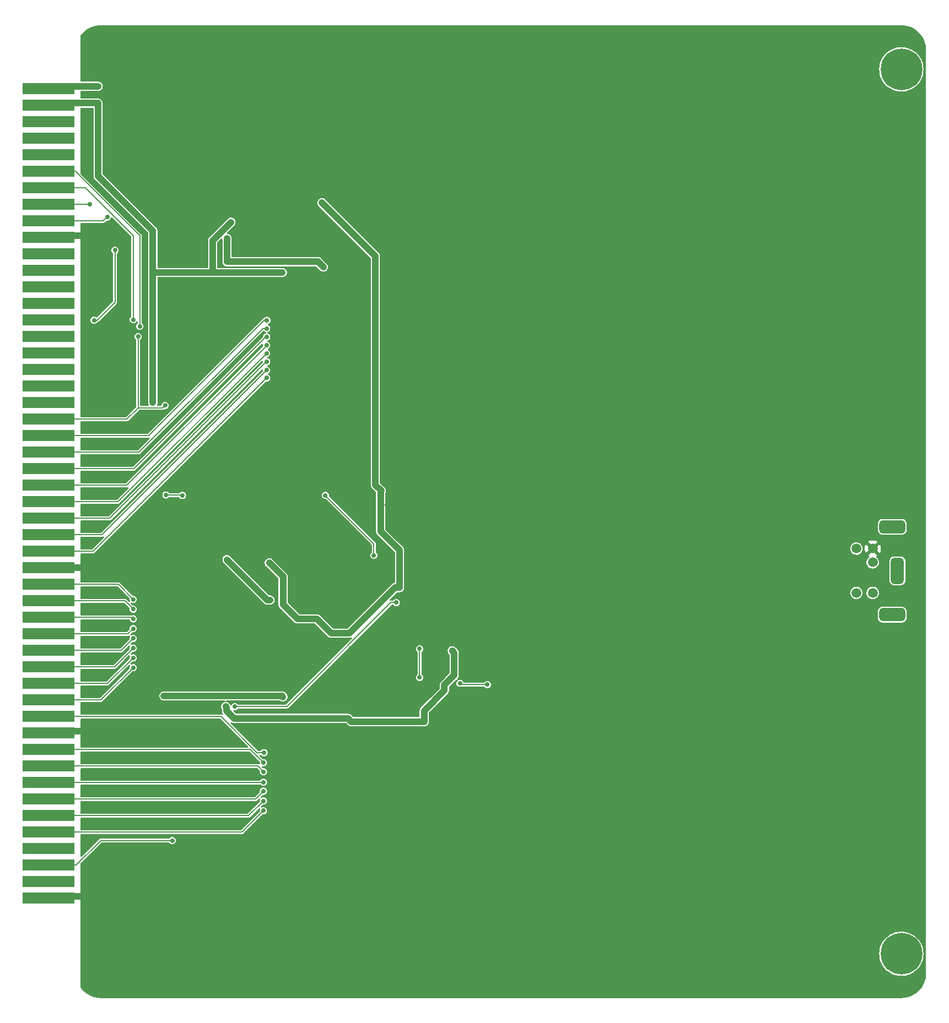
<source format=gbr>
%TF.GenerationSoftware,KiCad,Pcbnew,(6.0.4-0)*%
%TF.CreationDate,2022-10-03T08:54:47-06:00*%
%TF.ProjectId,midiori,6d696469-6f72-4692-9e6b-696361645f70,rev?*%
%TF.SameCoordinates,Original*%
%TF.FileFunction,Copper,L2,Bot*%
%TF.FilePolarity,Positive*%
%FSLAX46Y46*%
G04 Gerber Fmt 4.6, Leading zero omitted, Abs format (unit mm)*
G04 Created by KiCad (PCBNEW (6.0.4-0)) date 2022-10-03 08:54:47*
%MOMM*%
%LPD*%
G01*
G04 APERTURE LIST*
G04 Aperture macros list*
%AMRoundRect*
0 Rectangle with rounded corners*
0 $1 Rounding radius*
0 $2 $3 $4 $5 $6 $7 $8 $9 X,Y pos of 4 corners*
0 Add a 4 corners polygon primitive as box body*
4,1,4,$2,$3,$4,$5,$6,$7,$8,$9,$2,$3,0*
0 Add four circle primitives for the rounded corners*
1,1,$1+$1,$2,$3*
1,1,$1+$1,$4,$5*
1,1,$1+$1,$6,$7*
1,1,$1+$1,$8,$9*
0 Add four rect primitives between the rounded corners*
20,1,$1+$1,$2,$3,$4,$5,0*
20,1,$1+$1,$4,$5,$6,$7,0*
20,1,$1+$1,$6,$7,$8,$9,0*
20,1,$1+$1,$8,$9,$2,$3,0*%
G04 Aperture macros list end*
%TA.AperFunction,ConnectorPad*%
%ADD10R,8.000000X1.800000*%
%TD*%
%TA.AperFunction,ComponentPad*%
%ADD11C,6.400000*%
%TD*%
%TA.AperFunction,ComponentPad*%
%ADD12RoundRect,0.500000X-0.500000X1.500000X-0.500000X-1.500000X0.500000X-1.500000X0.500000X1.500000X0*%
%TD*%
%TA.AperFunction,ComponentPad*%
%ADD13RoundRect,0.500000X-1.500000X0.500000X-1.500000X-0.500000X1.500000X-0.500000X1.500000X0.500000X0*%
%TD*%
%TA.AperFunction,ComponentPad*%
%ADD14C,1.500000*%
%TD*%
%TA.AperFunction,ViaPad*%
%ADD15C,0.600000*%
%TD*%
%TA.AperFunction,ViaPad*%
%ADD16C,0.700000*%
%TD*%
%TA.AperFunction,Conductor*%
%ADD17C,1.000000*%
%TD*%
%TA.AperFunction,Conductor*%
%ADD18C,0.500000*%
%TD*%
%TA.AperFunction,Conductor*%
%ADD19C,0.200000*%
%TD*%
G04 APERTURE END LIST*
D10*
%TO.P,J1,B1,GND*%
%TO.N,GND*%
X50000000Y-173460000D03*
%TO.P,J1,B2*%
%TO.N,unconnected-(J1-PadB2)*%
X50000000Y-170920000D03*
%TO.P,J1,B3,10MHz*%
%TO.N,/10MHz*%
X50000000Y-168380000D03*
%TO.P,J1,B4*%
%TO.N,unconnected-(J1-PadB4)*%
X50000000Y-165840000D03*
%TO.P,J1,B5,AB1*%
%TO.N,/AB1*%
X50000000Y-163300000D03*
%TO.P,J1,B6,AB2*%
%TO.N,/AB2*%
X50000000Y-160760000D03*
%TO.P,J1,B7,AB3*%
%TO.N,/AB3*%
X50000000Y-158220000D03*
%TO.P,J1,B8,AB4*%
%TO.N,/AB4*%
X50000000Y-155680000D03*
%TO.P,J1,B9,AB5*%
%TO.N,/AB5*%
X50000000Y-153140000D03*
%TO.P,J1,B10,AB6*%
%TO.N,/AB6*%
X50000000Y-150600000D03*
%TO.P,J1,B11,GND*%
%TO.N,GND*%
X50000000Y-148060000D03*
%TO.P,J1,B12,AB7*%
%TO.N,/AB7*%
X50000000Y-145520000D03*
%TO.P,J1,B13,AB8*%
%TO.N,/AB8*%
X50000000Y-142980000D03*
%TO.P,J1,B14,AB9*%
%TO.N,/AB9*%
X50000000Y-140440000D03*
%TO.P,J1,B15,AB10*%
%TO.N,/AB10*%
X50000000Y-137900000D03*
%TO.P,J1,B16,AB11*%
%TO.N,/AB11*%
X50000000Y-135360000D03*
%TO.P,J1,B17,AB12*%
%TO.N,/AB12*%
X50000000Y-132820000D03*
%TO.P,J1,B18,AB13*%
%TO.N,/AB13*%
X50000000Y-130280000D03*
%TO.P,J1,B19,AB14*%
%TO.N,/AB14*%
X50000000Y-127740000D03*
%TO.P,J1,B20,AB15*%
%TO.N,/AB15*%
X50000000Y-125200000D03*
%TO.P,J1,B21,GND*%
%TO.N,GND*%
X50000000Y-122660000D03*
%TO.P,J1,B22,AB16*%
%TO.N,/AB16*%
X50000000Y-120120000D03*
%TO.P,J1,B23,AB17*%
%TO.N,/AB17*%
X50000000Y-117580000D03*
%TO.P,J1,B24,AB18*%
%TO.N,/AB18*%
X50000000Y-115040000D03*
%TO.P,J1,B25,AB19*%
%TO.N,/AB19*%
X50000000Y-112500000D03*
%TO.P,J1,B26,AB20*%
%TO.N,/AB20*%
X50000000Y-109960000D03*
%TO.P,J1,B27,AB21*%
%TO.N,/AB21*%
X50000000Y-107420000D03*
%TO.P,J1,B28,AB22*%
%TO.N,/AB22*%
X50000000Y-104880000D03*
%TO.P,J1,B29,AB23*%
%TO.N,/AB23*%
X50000000Y-102340000D03*
%TO.P,J1,B30,IDDIR*%
%TO.N,/IDDIR*%
X50000000Y-99800000D03*
%TO.P,J1,B31*%
%TO.N,unconnected-(J1-PadB31)*%
X50000000Y-97260000D03*
%TO.P,J1,B32*%
%TO.N,unconnected-(J1-PadB32)*%
X50000000Y-94720000D03*
%TO.P,J1,B33*%
%TO.N,unconnected-(J1-PadB33)*%
X50000000Y-92180000D03*
%TO.P,J1,B34*%
%TO.N,unconnected-(J1-PadB34)*%
X50000000Y-89640000D03*
%TO.P,J1,B35*%
%TO.N,unconnected-(J1-PadB35)*%
X50000000Y-87100000D03*
%TO.P,J1,B36*%
%TO.N,unconnected-(J1-PadB36)*%
X50000000Y-84560000D03*
%TO.P,J1,B37*%
%TO.N,unconnected-(J1-PadB37)*%
X50000000Y-82020000D03*
%TO.P,J1,B38*%
%TO.N,unconnected-(J1-PadB38)*%
X50000000Y-79480000D03*
%TO.P,J1,B39*%
%TO.N,unconnected-(J1-PadB39)*%
X50000000Y-76940000D03*
%TO.P,J1,B40*%
%TO.N,unconnected-(J1-PadB40)*%
X50000000Y-74400000D03*
%TO.P,J1,B41,GND*%
%TO.N,GND*%
X50000000Y-71860000D03*
%TO.P,J1,B42,/IRQ2*%
%TO.N,/IRQ2*%
X50000000Y-69320000D03*
%TO.P,J1,B43,/IRQ4*%
%TO.N,/IRQ4*%
X50000000Y-66780000D03*
%TO.P,J1,B44,/IACK2*%
%TO.N,/IACK2*%
X50000000Y-64240000D03*
%TO.P,J1,B45,/IACK4*%
%TO.N,/IACK4*%
X50000000Y-61700000D03*
%TO.P,J1,B46*%
%TO.N,unconnected-(J1-PadB46)*%
X50000000Y-59160000D03*
%TO.P,J1,B47*%
%TO.N,unconnected-(J1-PadB47)*%
X50000000Y-56620000D03*
%TO.P,J1,B48*%
%TO.N,unconnected-(J1-PadB48)*%
X50000000Y-54080000D03*
%TO.P,J1,B49,+5V*%
%TO.N,+5V*%
X50000000Y-51540000D03*
%TO.P,J1,B50,+5V*%
X50000000Y-49000000D03*
%TD*%
D11*
%TO.P,H2,1*%
%TO.N,N/C*%
X181000000Y-182000000D03*
%TD*%
%TO.P,H1,1*%
%TO.N,N/C*%
X181000000Y-46000000D03*
%TD*%
D12*
%TO.P,J4,0*%
%TO.N,N/C*%
X180400000Y-123100000D03*
D13*
X179600000Y-116350000D03*
X179600000Y-129850000D03*
D14*
%TO.P,J4,1*%
%TO.N,unconnected-(J4-Pad1)*%
X176600000Y-121800000D03*
%TO.P,J4,2*%
%TO.N,GND*%
X176600000Y-119700000D03*
%TO.P,J4,3*%
%TO.N,unconnected-(J4-Pad3)*%
X176600000Y-126500000D03*
%TO.P,J4,4*%
%TO.N,Net-(J4-Pad4)*%
X174100000Y-119700000D03*
%TO.P,J4,5*%
%TO.N,Net-(J4-Pad5)*%
X174100000Y-126500000D03*
%TD*%
D15*
%TO.N,GND*%
X179920000Y-187360000D03*
X179920000Y-177360000D03*
X179920000Y-172360000D03*
X179920000Y-167360000D03*
X179920000Y-162360000D03*
X179920000Y-157360000D03*
X179920000Y-152360000D03*
X179920000Y-147360000D03*
X179920000Y-142360000D03*
X179920000Y-137360000D03*
X179920000Y-132360000D03*
X179920000Y-127360000D03*
X179920000Y-112360000D03*
X179920000Y-107360000D03*
X179920000Y-102360000D03*
X179920000Y-97360000D03*
X179920000Y-92360000D03*
X179920000Y-87360000D03*
X179920000Y-82360000D03*
X179920000Y-77360000D03*
X179920000Y-72360000D03*
X179920000Y-67360000D03*
X179920000Y-62360000D03*
X179920000Y-57360000D03*
X179920000Y-52360000D03*
X179920000Y-42360000D03*
X174920000Y-187360000D03*
X174920000Y-182360000D03*
X174920000Y-177360000D03*
X174920000Y-172360000D03*
X174920000Y-167360000D03*
X174920000Y-162360000D03*
X174920000Y-157360000D03*
X174920000Y-152360000D03*
X174920000Y-147360000D03*
X174920000Y-142360000D03*
X174920000Y-137360000D03*
X174920000Y-132360000D03*
X174920000Y-122360000D03*
X174920000Y-117360000D03*
X174920000Y-112360000D03*
X174920000Y-107360000D03*
X174920000Y-102360000D03*
X174920000Y-97360000D03*
X174920000Y-92360000D03*
X174920000Y-87360000D03*
X174920000Y-82360000D03*
X174920000Y-77360000D03*
X174920000Y-72360000D03*
X174920000Y-67360000D03*
X174920000Y-62360000D03*
X174920000Y-57360000D03*
X174920000Y-52360000D03*
X174920000Y-47360000D03*
X174920000Y-42360000D03*
X169920000Y-187360000D03*
X169920000Y-182360000D03*
X169920000Y-177360000D03*
X169920000Y-172360000D03*
X169920000Y-167360000D03*
X169920000Y-162360000D03*
X169920000Y-157360000D03*
X169920000Y-152360000D03*
X169920000Y-147360000D03*
X169920000Y-142360000D03*
X169920000Y-137360000D03*
X169920000Y-132360000D03*
X169920000Y-127360000D03*
X169920000Y-122360000D03*
X169920000Y-117360000D03*
X169920000Y-112360000D03*
X169920000Y-107360000D03*
X169920000Y-102360000D03*
X169920000Y-97360000D03*
X169920000Y-92360000D03*
X169920000Y-87360000D03*
X169920000Y-82360000D03*
X169920000Y-77360000D03*
X169920000Y-72360000D03*
X169920000Y-67360000D03*
X169920000Y-62360000D03*
X169920000Y-57360000D03*
X169920000Y-52360000D03*
X169920000Y-47360000D03*
X169920000Y-42360000D03*
X164920000Y-187360000D03*
X164920000Y-182360000D03*
X164920000Y-177360000D03*
X164920000Y-172360000D03*
X164920000Y-167360000D03*
X164920000Y-162360000D03*
X164920000Y-157360000D03*
X164920000Y-152360000D03*
X164920000Y-147360000D03*
X164920000Y-142360000D03*
X164920000Y-137360000D03*
X164920000Y-132360000D03*
X164920000Y-127360000D03*
X164920000Y-122360000D03*
X164920000Y-117360000D03*
X164920000Y-112360000D03*
X164920000Y-107360000D03*
X164920000Y-102360000D03*
X164920000Y-97360000D03*
X164920000Y-92360000D03*
X164920000Y-87360000D03*
X164920000Y-82360000D03*
X164920000Y-77360000D03*
X164920000Y-72360000D03*
X164920000Y-67360000D03*
X164920000Y-62360000D03*
X164920000Y-57360000D03*
X164920000Y-52360000D03*
X164920000Y-47360000D03*
X164920000Y-42360000D03*
X159920000Y-187360000D03*
X159920000Y-182360000D03*
X159920000Y-177360000D03*
X159920000Y-172360000D03*
X159920000Y-167360000D03*
X159920000Y-162360000D03*
X159920000Y-157360000D03*
X159920000Y-152360000D03*
X159920000Y-147360000D03*
X159920000Y-142360000D03*
X159920000Y-137360000D03*
X159920000Y-132360000D03*
X159920000Y-127360000D03*
X159920000Y-122360000D03*
X159920000Y-117360000D03*
X159920000Y-112360000D03*
X159920000Y-107360000D03*
X159920000Y-102360000D03*
X159920000Y-97360000D03*
X159920000Y-92360000D03*
X159920000Y-87360000D03*
X159920000Y-82360000D03*
X159920000Y-77360000D03*
X159920000Y-72360000D03*
X159920000Y-67360000D03*
X159920000Y-62360000D03*
X159920000Y-57360000D03*
X159920000Y-52360000D03*
X159920000Y-47360000D03*
X159920000Y-42360000D03*
X154920000Y-187360000D03*
X154920000Y-182360000D03*
X154920000Y-177360000D03*
X154920000Y-172360000D03*
X154920000Y-167360000D03*
X154920000Y-162360000D03*
X154920000Y-157360000D03*
X154920000Y-152360000D03*
X154920000Y-147360000D03*
X154920000Y-142360000D03*
X154920000Y-137360000D03*
X154920000Y-132360000D03*
X154920000Y-127360000D03*
X154920000Y-122360000D03*
X154920000Y-117360000D03*
X154920000Y-112360000D03*
X154920000Y-107360000D03*
X154920000Y-102360000D03*
X154920000Y-97360000D03*
X154920000Y-92360000D03*
X154920000Y-87360000D03*
X154920000Y-82360000D03*
X154920000Y-77360000D03*
X154920000Y-72360000D03*
X154920000Y-67360000D03*
X154920000Y-62360000D03*
X154920000Y-57360000D03*
X154920000Y-52360000D03*
X154920000Y-47360000D03*
X154920000Y-42360000D03*
X149920000Y-187360000D03*
X149920000Y-182360000D03*
X149920000Y-177360000D03*
X149920000Y-172360000D03*
X149920000Y-167360000D03*
X149920000Y-162360000D03*
X149920000Y-157360000D03*
X149920000Y-152360000D03*
X149920000Y-147360000D03*
X149920000Y-142360000D03*
X149920000Y-137360000D03*
X149920000Y-132360000D03*
X149920000Y-127360000D03*
X149920000Y-122360000D03*
X149920000Y-117360000D03*
X149920000Y-112360000D03*
X149920000Y-107360000D03*
X149920000Y-102360000D03*
X149920000Y-97360000D03*
X149920000Y-92360000D03*
X149920000Y-87360000D03*
X149920000Y-82360000D03*
X149920000Y-77360000D03*
X149920000Y-72360000D03*
X149920000Y-67360000D03*
X149920000Y-62360000D03*
X149920000Y-57360000D03*
X149920000Y-52360000D03*
X149920000Y-47360000D03*
X149920000Y-42360000D03*
X144920000Y-187360000D03*
X144920000Y-182360000D03*
X144920000Y-177360000D03*
X144920000Y-172360000D03*
X144920000Y-167360000D03*
X144920000Y-162360000D03*
X144920000Y-157360000D03*
X144920000Y-152360000D03*
X144920000Y-147360000D03*
X144920000Y-142360000D03*
X144920000Y-137360000D03*
X144920000Y-132360000D03*
X144920000Y-127360000D03*
X144920000Y-122360000D03*
X144920000Y-112360000D03*
X144920000Y-107360000D03*
X144920000Y-102360000D03*
X144920000Y-97360000D03*
X144920000Y-92360000D03*
X144920000Y-87360000D03*
X144920000Y-82360000D03*
X144920000Y-77360000D03*
X144920000Y-72360000D03*
X144920000Y-67360000D03*
X144920000Y-62360000D03*
X144920000Y-57360000D03*
X144920000Y-52360000D03*
X144920000Y-47360000D03*
X144920000Y-42360000D03*
X139920000Y-187360000D03*
X139920000Y-182360000D03*
X139920000Y-177360000D03*
X139920000Y-172360000D03*
X139920000Y-167360000D03*
X139920000Y-162360000D03*
X139920000Y-157360000D03*
X139920000Y-152360000D03*
X139920000Y-147360000D03*
X139920000Y-142360000D03*
X139920000Y-137360000D03*
X139920000Y-132360000D03*
X139920000Y-127360000D03*
X139920000Y-122360000D03*
X139920000Y-117360000D03*
X139920000Y-107360000D03*
X139920000Y-102360000D03*
X139920000Y-97360000D03*
X139920000Y-92360000D03*
X139920000Y-87360000D03*
X139920000Y-82360000D03*
X139920000Y-77360000D03*
X139920000Y-72360000D03*
X139920000Y-67360000D03*
X139920000Y-62360000D03*
X139920000Y-57360000D03*
X139920000Y-52360000D03*
X139920000Y-47360000D03*
X139920000Y-42360000D03*
X134920000Y-187360000D03*
X134920000Y-182360000D03*
X134920000Y-177360000D03*
X134920000Y-172360000D03*
X134920000Y-167360000D03*
X134920000Y-162360000D03*
X134920000Y-157360000D03*
X134920000Y-152360000D03*
X134920000Y-147360000D03*
X134920000Y-142360000D03*
X134920000Y-137360000D03*
X134920000Y-132360000D03*
X134920000Y-127360000D03*
X134920000Y-122360000D03*
X134920000Y-117360000D03*
X134920000Y-112360000D03*
X134920000Y-102360000D03*
X134920000Y-97360000D03*
X134920000Y-92360000D03*
X134920000Y-87360000D03*
X134920000Y-82360000D03*
X134920000Y-77360000D03*
X134920000Y-72360000D03*
X134920000Y-67360000D03*
X134920000Y-62360000D03*
X134920000Y-57360000D03*
X134920000Y-52360000D03*
X134920000Y-47360000D03*
X134920000Y-42360000D03*
X129920000Y-187360000D03*
X129920000Y-182360000D03*
X129920000Y-177360000D03*
X129920000Y-172360000D03*
X129920000Y-167360000D03*
X129920000Y-162360000D03*
X129920000Y-157360000D03*
X129920000Y-152360000D03*
X129920000Y-147360000D03*
X129920000Y-142360000D03*
X129920000Y-137360000D03*
X129920000Y-132360000D03*
X129920000Y-127360000D03*
X129920000Y-122360000D03*
X129920000Y-117360000D03*
X129920000Y-112360000D03*
X129920000Y-107360000D03*
X129920000Y-97360000D03*
X129920000Y-92360000D03*
X129920000Y-87360000D03*
X129920000Y-82360000D03*
X129920000Y-77360000D03*
X129920000Y-72360000D03*
X129920000Y-67360000D03*
X129920000Y-62360000D03*
X129920000Y-57360000D03*
X129920000Y-52360000D03*
X129920000Y-47360000D03*
X129920000Y-42360000D03*
X124920000Y-187360000D03*
X124920000Y-182360000D03*
X124920000Y-177360000D03*
X124920000Y-172360000D03*
X124920000Y-167360000D03*
X124920000Y-162360000D03*
X124920000Y-157360000D03*
X124920000Y-152360000D03*
X124920000Y-147360000D03*
X124920000Y-142360000D03*
X124920000Y-137360000D03*
X124920000Y-132360000D03*
X124920000Y-127360000D03*
X124920000Y-122360000D03*
X124920000Y-117360000D03*
X124920000Y-112360000D03*
X124920000Y-107360000D03*
X124920000Y-102360000D03*
X124920000Y-92360000D03*
X124920000Y-87360000D03*
X124920000Y-82360000D03*
X124920000Y-77360000D03*
X124920000Y-72360000D03*
X124920000Y-67360000D03*
X124920000Y-62360000D03*
X124920000Y-57360000D03*
X124920000Y-52360000D03*
X124920000Y-47360000D03*
X124920000Y-42360000D03*
X119920000Y-187360000D03*
X119920000Y-182360000D03*
X119920000Y-177360000D03*
X119920000Y-172360000D03*
X119920000Y-167360000D03*
X119920000Y-162360000D03*
X119920000Y-157360000D03*
X119920000Y-152360000D03*
X119920000Y-147360000D03*
X119920000Y-142360000D03*
X119920000Y-137360000D03*
X119920000Y-132360000D03*
X119920000Y-127360000D03*
X119920000Y-122360000D03*
X119920000Y-117360000D03*
X119920000Y-112360000D03*
X119920000Y-107360000D03*
X119920000Y-102360000D03*
X119920000Y-97360000D03*
X119920000Y-87360000D03*
X119920000Y-82360000D03*
X119920000Y-77360000D03*
X119920000Y-72360000D03*
X119920000Y-67360000D03*
X119920000Y-62360000D03*
X119920000Y-57360000D03*
X119920000Y-52360000D03*
X119920000Y-47360000D03*
X119920000Y-42360000D03*
X114920000Y-187360000D03*
X114920000Y-182360000D03*
X114920000Y-177360000D03*
X114920000Y-172360000D03*
X114920000Y-167360000D03*
X114920000Y-162360000D03*
X114920000Y-157360000D03*
X114920000Y-147360000D03*
X114920000Y-137360000D03*
X114920000Y-132360000D03*
X114920000Y-127360000D03*
X114920000Y-122360000D03*
X114920000Y-117360000D03*
X114920000Y-112360000D03*
X114920000Y-107360000D03*
X114920000Y-102360000D03*
X114920000Y-97360000D03*
X114920000Y-92360000D03*
X114920000Y-82360000D03*
X114920000Y-77360000D03*
X114920000Y-72360000D03*
X114920000Y-67360000D03*
X114920000Y-62360000D03*
X114920000Y-57360000D03*
X114920000Y-52360000D03*
X114920000Y-47360000D03*
X114920000Y-42360000D03*
X109920000Y-187360000D03*
X109920000Y-182360000D03*
X109920000Y-177360000D03*
X109920000Y-172360000D03*
X109920000Y-167360000D03*
X109920000Y-162360000D03*
X109920000Y-157360000D03*
X109920000Y-117360000D03*
X109920000Y-112360000D03*
X109920000Y-107360000D03*
X109920000Y-102360000D03*
X109920000Y-97360000D03*
X109920000Y-92360000D03*
X109920000Y-87360000D03*
X109920000Y-77360000D03*
X109920000Y-72360000D03*
X109920000Y-67360000D03*
X109920000Y-62360000D03*
X109920000Y-57360000D03*
X109920000Y-52360000D03*
X109920000Y-47360000D03*
X109920000Y-42360000D03*
X104920000Y-187360000D03*
X104920000Y-182360000D03*
X104920000Y-177360000D03*
X104920000Y-172360000D03*
X104920000Y-167360000D03*
X104920000Y-162360000D03*
X104920000Y-157360000D03*
X104920000Y-152360000D03*
X104920000Y-147360000D03*
X104920000Y-142360000D03*
X104920000Y-132360000D03*
X104920000Y-117360000D03*
X104920000Y-112360000D03*
X104920000Y-107360000D03*
X104920000Y-102360000D03*
X104920000Y-97360000D03*
X104920000Y-92360000D03*
X104920000Y-87360000D03*
X104920000Y-82360000D03*
X104920000Y-72360000D03*
X104920000Y-67360000D03*
X104920000Y-62360000D03*
X104920000Y-57360000D03*
X104920000Y-52360000D03*
X104920000Y-47360000D03*
X104920000Y-42360000D03*
X99920000Y-187360000D03*
X99920000Y-182360000D03*
X99920000Y-177360000D03*
X99920000Y-172360000D03*
X99920000Y-167360000D03*
X99920000Y-162360000D03*
X99920000Y-127360000D03*
X99920000Y-67360000D03*
X99920000Y-62360000D03*
X99920000Y-57360000D03*
X99920000Y-52360000D03*
X99920000Y-47360000D03*
X99920000Y-42360000D03*
X94920000Y-187360000D03*
X94920000Y-182360000D03*
X94920000Y-177360000D03*
X94920000Y-172360000D03*
X94920000Y-167360000D03*
X94920000Y-142360000D03*
X94920000Y-137360000D03*
X94920000Y-122360000D03*
X94920000Y-117360000D03*
X94920000Y-112360000D03*
X94920000Y-107360000D03*
X94920000Y-102360000D03*
X94920000Y-97360000D03*
X94920000Y-72360000D03*
X94920000Y-67360000D03*
X94920000Y-62360000D03*
X94920000Y-57360000D03*
X94920000Y-52360000D03*
X94920000Y-47360000D03*
X94920000Y-42360000D03*
X89920000Y-187360000D03*
X89920000Y-182360000D03*
X89920000Y-177360000D03*
X89920000Y-172360000D03*
X89920000Y-167360000D03*
X89920000Y-162360000D03*
X89920000Y-157360000D03*
X89920000Y-152360000D03*
X89920000Y-147360000D03*
X89920000Y-142360000D03*
X89920000Y-137360000D03*
X89920000Y-122360000D03*
X89920000Y-107360000D03*
X89920000Y-102360000D03*
X89920000Y-97360000D03*
X89920000Y-92360000D03*
X89920000Y-87360000D03*
X89920000Y-82360000D03*
X89920000Y-77360000D03*
X89920000Y-72360000D03*
X89920000Y-67360000D03*
X89920000Y-62360000D03*
X89920000Y-57360000D03*
X89920000Y-52360000D03*
X89920000Y-47360000D03*
X89920000Y-42360000D03*
X84920000Y-187360000D03*
X84920000Y-182360000D03*
X84920000Y-177360000D03*
X84920000Y-172360000D03*
X84920000Y-167360000D03*
X84920000Y-162360000D03*
X84920000Y-147360000D03*
X84920000Y-137360000D03*
X84920000Y-112360000D03*
X84920000Y-102360000D03*
X84920000Y-97360000D03*
X84920000Y-72360000D03*
X84920000Y-67360000D03*
X84920000Y-62360000D03*
X84920000Y-52360000D03*
X84920000Y-47360000D03*
X84920000Y-42360000D03*
X79920000Y-187360000D03*
X79920000Y-182360000D03*
X79920000Y-177360000D03*
X79920000Y-172360000D03*
X79920000Y-167360000D03*
X79920000Y-117360000D03*
X79920000Y-82360000D03*
X79920000Y-67360000D03*
X79920000Y-62360000D03*
X79920000Y-57360000D03*
X79920000Y-52360000D03*
X79920000Y-47360000D03*
X79920000Y-42360000D03*
X74920000Y-187360000D03*
X74920000Y-182360000D03*
X74920000Y-177360000D03*
X74920000Y-172360000D03*
X74920000Y-167360000D03*
X74920000Y-62360000D03*
X74920000Y-57360000D03*
X74920000Y-47360000D03*
X74920000Y-42360000D03*
X69920000Y-187360000D03*
X69920000Y-182360000D03*
X69920000Y-177360000D03*
X69920000Y-172360000D03*
X69920000Y-167360000D03*
X69920000Y-162360000D03*
X69920000Y-157360000D03*
X69920000Y-152360000D03*
X69920000Y-147360000D03*
X69920000Y-92360000D03*
X69920000Y-87360000D03*
X69920000Y-82360000D03*
X69920000Y-67360000D03*
X69920000Y-62360000D03*
X69920000Y-57360000D03*
X69920000Y-52360000D03*
X69920000Y-47360000D03*
X69920000Y-42360000D03*
X64920000Y-187360000D03*
X64920000Y-182360000D03*
X64920000Y-177360000D03*
X64920000Y-172360000D03*
X64920000Y-167360000D03*
X64920000Y-162360000D03*
X64920000Y-147360000D03*
X64920000Y-142360000D03*
X64920000Y-122360000D03*
X64920000Y-97360000D03*
X64920000Y-77360000D03*
X64920000Y-67360000D03*
X64920000Y-62360000D03*
X64920000Y-57360000D03*
X64920000Y-52360000D03*
X64920000Y-47360000D03*
X64920000Y-42360000D03*
X59920000Y-187360000D03*
X59920000Y-182360000D03*
X59920000Y-177360000D03*
X59920000Y-172360000D03*
X59920000Y-167360000D03*
X59920000Y-162360000D03*
X59920000Y-147360000D03*
X59920000Y-142360000D03*
X59920000Y-122360000D03*
X59920000Y-97360000D03*
X59920000Y-92360000D03*
X59920000Y-87360000D03*
X59920000Y-72360000D03*
X59920000Y-62360000D03*
X59920000Y-57360000D03*
X59920000Y-52360000D03*
X59920000Y-47360000D03*
X59920000Y-42360000D03*
D16*
%TO.N,+5V*%
X57600000Y-51200000D03*
X66000000Y-77190000D03*
X78000000Y-69500000D03*
X57600000Y-48600000D03*
X86000000Y-142500000D03*
X66020000Y-97240000D03*
X67710001Y-142352499D03*
X85940000Y-77240000D03*
%TO.N,GND*%
X64640000Y-95600000D03*
X87425545Y-117999999D03*
X62800000Y-108200000D03*
X72600000Y-159600000D03*
X67880000Y-98740000D03*
X57600000Y-106200000D03*
X64850000Y-117350000D03*
X89600000Y-117200000D03*
X82140000Y-130100000D03*
X64640000Y-90880000D03*
X61200000Y-106200000D03*
X77370000Y-54720000D03*
X106770000Y-123100000D03*
X57600000Y-122400000D03*
X100340500Y-118350000D03*
X95849018Y-115710982D03*
X74000000Y-106600000D03*
X77140000Y-161990000D03*
X55760000Y-122650000D03*
X56480000Y-101160000D03*
X57600000Y-136600000D03*
X64640000Y-93410000D03*
X86880000Y-54010000D03*
X72800000Y-144000000D03*
X87433602Y-127008255D03*
X79400000Y-105600000D03*
X55600000Y-173190000D03*
X57600000Y-139200000D03*
X57600000Y-108800000D03*
X62000000Y-103600000D03*
X57600000Y-141800000D03*
X57600000Y-116400000D03*
X55610000Y-168390000D03*
X57600000Y-129000000D03*
X72600000Y-157000000D03*
X105500000Y-131000000D03*
X106830000Y-119520000D03*
X68770000Y-143990000D03*
X64950000Y-161369500D03*
X64850000Y-139330000D03*
X72600000Y-162000000D03*
X87680000Y-150550000D03*
X87425544Y-124000000D03*
X97800000Y-125600000D03*
X65810000Y-66390000D03*
X91200000Y-144000000D03*
X91000000Y-125400000D03*
X64640000Y-94760000D03*
X61070000Y-110860000D03*
X115000000Y-144600000D03*
X102000000Y-113000000D03*
X100100000Y-126100000D03*
X108000000Y-152000000D03*
X75109396Y-69461285D03*
X67940000Y-55010000D03*
X57600000Y-113930000D03*
X57600000Y-103600000D03*
X80000000Y-122500000D03*
X62000000Y-100800000D03*
X91002048Y-127927952D03*
X101800000Y-96400000D03*
X94200000Y-84400000D03*
X64640000Y-88760000D03*
X57600000Y-131600000D03*
X97400000Y-118400000D03*
X89000000Y-115425544D03*
X72600000Y-154400000D03*
X57600000Y-126200000D03*
X108000000Y-154500000D03*
X74290000Y-128560000D03*
X107600000Y-141000000D03*
X64640000Y-89670000D03*
X105600000Y-137200000D03*
X57600000Y-134000000D03*
X113440000Y-120710000D03*
X55700000Y-147810000D03*
X57600000Y-71600000D03*
X91500000Y-162000000D03*
X64640000Y-92160000D03*
X98510000Y-128510000D03*
X67880000Y-123190000D03*
X94340000Y-150590000D03*
X57600000Y-111200000D03*
X56470000Y-118760000D03*
X94564682Y-128505598D03*
X72600000Y-151800000D03*
X96500000Y-135000000D03*
X57630000Y-97200000D03*
%TO.N,/IDDIR*%
X67900000Y-97670000D03*
X63750000Y-87100000D03*
%TO.N,/AB10*%
X63000000Y-135000000D03*
%TO.N,/AB20*%
X83480000Y-88430000D03*
%TO.N,/AB16*%
X83500000Y-93450000D03*
%TO.N,/AB18*%
X83500000Y-90950000D03*
%TO.N,/AB7*%
X83083843Y-151083843D03*
%TO.N,/AB8*%
X63000000Y-138000000D03*
%TO.N,/AB6*%
X83000000Y-152610010D03*
%TO.N,/AB5*%
X83000000Y-154000000D03*
%TO.N,/AB11*%
X63000000Y-133500000D03*
%TO.N,/AB12*%
X63000000Y-132000000D03*
%TO.N,/AB13*%
X63000000Y-130500000D03*
%TO.N,/AB14*%
X63000000Y-129000000D03*
%TO.N,/AB15*%
X63000000Y-127500000D03*
%TO.N,/AB17*%
X83490000Y-92250000D03*
%TO.N,/AB19*%
X83490000Y-89650000D03*
%TO.N,/AB22*%
X83500000Y-85850000D03*
%TO.N,/AB21*%
X83500000Y-87160000D03*
%TO.N,/IACK2*%
X63000000Y-84500000D03*
%TO.N,/IACK4*%
X64000000Y-85500000D03*
%TO.N,/AB23*%
X83520000Y-84600000D03*
%TO.N,/IRQ4*%
X56320000Y-66760000D03*
%TO.N,/DTACK*%
X56980000Y-84580000D03*
X60200000Y-73800000D03*
%TO.N,/IRQ2*%
X59000000Y-68700000D03*
%TO.N,/10MHz*%
X68020000Y-111460000D03*
X69000000Y-164600000D03*
X70550000Y-111520000D03*
%TO.N,/AB4*%
X83000000Y-155610010D03*
%TO.N,/AB3*%
X83000000Y-157000000D03*
%TO.N,/AB2*%
X83000000Y-158500000D03*
%TO.N,/AB1*%
X83000000Y-160000000D03*
%TO.N,/AB9*%
X63000000Y-136500000D03*
%TO.N,Net-(U1-Pad9)*%
X92500000Y-111500000D03*
X99964499Y-120730000D03*
%TO.N,+3V3*%
X92200000Y-76400000D03*
X107700000Y-146300000D03*
X112000000Y-135400000D03*
X77400000Y-75590000D03*
X77400000Y-121400000D03*
X77200000Y-144000000D03*
X110800000Y-141500000D03*
X112309069Y-139171755D03*
X84000000Y-127600000D03*
X96000000Y-145800000D03*
X77380000Y-72000000D03*
%TO.N,+1V2*%
X103900000Y-125700000D03*
X83900000Y-121900000D03*
X93400000Y-132700000D03*
X100200000Y-109400000D03*
X92000000Y-66500000D03*
%TO.N,/so*%
X117400000Y-140600000D03*
X113200000Y-140400000D03*
%TO.N,/sck*%
X107000000Y-135110010D03*
X107000000Y-139500000D03*
%TO.N,/xltr_oe*%
X103400000Y-128000000D03*
X78600000Y-144000000D03*
%TD*%
D17*
%TO.N,+5V*%
X50000000Y-51200000D02*
X57400000Y-51200000D01*
X74960000Y-77240000D02*
X75200000Y-77000000D01*
X66000000Y-77190000D02*
X66000000Y-70800000D01*
X67710001Y-142352499D02*
X85852499Y-142352499D01*
X57600000Y-51200000D02*
X57600000Y-62400000D01*
D18*
X57600000Y-62400000D02*
X57600000Y-51000000D01*
D17*
X75200000Y-77000000D02*
X75200000Y-72300000D01*
X66000000Y-77190000D02*
X66000000Y-97220000D01*
X85852499Y-142352499D02*
X86000000Y-142500000D01*
X57600000Y-48600000D02*
X50400000Y-48600000D01*
X75200000Y-72300000D02*
X78000000Y-69500000D01*
X66000000Y-70800000D02*
X57600000Y-62400000D01*
X66000499Y-77249501D02*
X85900009Y-77249501D01*
X66000000Y-97220000D02*
X66020000Y-97240000D01*
%TO.N,GND*%
X55750000Y-122660000D02*
X55760000Y-122650000D01*
X50000000Y-147800000D02*
X55690000Y-147800000D01*
X55590000Y-173200000D02*
X55600000Y-173190000D01*
X50000000Y-173200000D02*
X55590000Y-173200000D01*
X50000000Y-122660000D02*
X55750000Y-122660000D01*
X50000000Y-71600000D02*
X57600000Y-71600000D01*
X55690000Y-147800000D02*
X55700000Y-147810000D01*
D19*
%TO.N,/IDDIR*%
X62000000Y-99800000D02*
X50000000Y-99800000D01*
X63750000Y-98050000D02*
X62000000Y-99800000D01*
X67520000Y-98050000D02*
X63750000Y-98050000D01*
X67900000Y-97670000D02*
X67520000Y-98050000D01*
X63750000Y-98050000D02*
X63750000Y-87100000D01*
%TO.N,/AB10*%
X60100000Y-137900000D02*
X63000000Y-135000000D01*
X50000000Y-137900000D02*
X60100000Y-137900000D01*
%TO.N,/AB20*%
X83480000Y-88430000D02*
X83480000Y-88520000D01*
X83480000Y-88520000D02*
X62040000Y-109960000D01*
X62040000Y-109960000D02*
X50000000Y-109960000D01*
%TO.N,/AB16*%
X83490000Y-93450000D02*
X56820000Y-120120000D01*
X56820000Y-120120000D02*
X50000000Y-120120000D01*
X83500000Y-93450000D02*
X83490000Y-93450000D01*
%TO.N,/AB18*%
X83460000Y-90950000D02*
X59370000Y-115040000D01*
X83500000Y-90950000D02*
X83460000Y-90950000D01*
X59370000Y-115040000D02*
X50000000Y-115040000D01*
%TO.N,/AB7*%
X50000000Y-145520000D02*
X76460000Y-145520000D01*
X76460000Y-145520000D02*
X82023843Y-151083843D01*
X82023843Y-151083843D02*
X83083843Y-151083843D01*
%TO.N,/AB8*%
X50000000Y-142980000D02*
X58020000Y-142980000D01*
X58020000Y-142980000D02*
X63000000Y-138000000D01*
%TO.N,/AB6*%
X80989990Y-150600000D02*
X83000000Y-152610010D01*
X50000000Y-150600000D02*
X80989990Y-150600000D01*
%TO.N,/AB5*%
X82140000Y-153140000D02*
X83000000Y-154000000D01*
X50000000Y-153140000D02*
X82140000Y-153140000D01*
%TO.N,/AB11*%
X61140000Y-135360000D02*
X63000000Y-133500000D01*
X50000000Y-135360000D02*
X61140000Y-135360000D01*
%TO.N,/AB12*%
X62180000Y-132820000D02*
X63000000Y-132000000D01*
X50000000Y-132820000D02*
X62180000Y-132820000D01*
%TO.N,/AB13*%
X62780000Y-130280000D02*
X63000000Y-130500000D01*
X50000000Y-130280000D02*
X62780000Y-130280000D01*
%TO.N,/AB14*%
X50000000Y-127740000D02*
X61740000Y-127740000D01*
X61740000Y-127740000D02*
X63000000Y-129000000D01*
%TO.N,/AB15*%
X50000000Y-125200000D02*
X60700000Y-125200000D01*
X60700000Y-125200000D02*
X63000000Y-127500000D01*
%TO.N,/AB17*%
X58160000Y-117580000D02*
X50000000Y-117580000D01*
X83490000Y-92250000D02*
X58160000Y-117580000D01*
%TO.N,/AB19*%
X83480000Y-89650000D02*
X60630000Y-112500000D01*
X60630000Y-112500000D02*
X50000000Y-112500000D01*
X83490000Y-89650000D02*
X83480000Y-89650000D01*
%TO.N,/AB22*%
X82900000Y-85850000D02*
X63870000Y-104880000D01*
X63870000Y-104880000D02*
X50000000Y-104880000D01*
X83500000Y-85850000D02*
X82900000Y-85850000D01*
%TO.N,/AB21*%
X63080000Y-107420000D02*
X50000000Y-107420000D01*
X83500000Y-87160000D02*
X83340000Y-87160000D01*
X83340000Y-87160000D02*
X63080000Y-107420000D01*
%TO.N,/IACK2*%
X50000000Y-64240000D02*
X55640000Y-64240000D01*
X55640000Y-64240000D02*
X63000000Y-71600000D01*
X63000000Y-71600000D02*
X63000000Y-84500000D01*
%TO.N,/IACK4*%
X64000000Y-71600000D02*
X64000000Y-85500000D01*
X50000000Y-61700000D02*
X54100000Y-61700000D01*
X54100000Y-61700000D02*
X64000000Y-71600000D01*
%TO.N,/AB23*%
X83520000Y-84600000D02*
X83100000Y-84600000D01*
X65360000Y-102340000D02*
X50000000Y-102340000D01*
X83100000Y-84600000D02*
X65360000Y-102340000D01*
%TO.N,/IRQ4*%
X56320000Y-66760000D02*
X56300000Y-66780000D01*
X56300000Y-66780000D02*
X50000000Y-66780000D01*
%TO.N,/DTACK*%
X57420000Y-84580000D02*
X60200000Y-81800000D01*
X56980000Y-84580000D02*
X57420000Y-84580000D01*
X60200000Y-81800000D02*
X60200000Y-73800000D01*
%TO.N,/IRQ2*%
X59000000Y-68700000D02*
X58380000Y-69320000D01*
X58380000Y-69320000D02*
X50000000Y-69320000D01*
%TO.N,/10MHz*%
X54200000Y-168380000D02*
X57980000Y-164600000D01*
X50000000Y-168380000D02*
X54200000Y-168380000D01*
X57980000Y-164600000D02*
X69000000Y-164600000D01*
X70490000Y-111460000D02*
X68020000Y-111460000D01*
X70550000Y-111520000D02*
X70490000Y-111460000D01*
%TO.N,/AB4*%
X82930010Y-155680000D02*
X83000000Y-155610010D01*
X50000000Y-155680000D02*
X82930010Y-155680000D01*
%TO.N,/AB3*%
X50000000Y-158220000D02*
X81780000Y-158220000D01*
X81780000Y-158220000D02*
X83000000Y-157000000D01*
%TO.N,/AB2*%
X80740000Y-160760000D02*
X83000000Y-158500000D01*
X50000000Y-160760000D02*
X80740000Y-160760000D01*
%TO.N,/AB1*%
X79700000Y-163300000D02*
X83000000Y-160000000D01*
X50000000Y-163300000D02*
X79700000Y-163300000D01*
%TO.N,/AB9*%
X59060000Y-140440000D02*
X63000000Y-136500000D01*
X50000000Y-140440000D02*
X59060000Y-140440000D01*
%TO.N,Net-(U1-Pad9)*%
X99964499Y-120730000D02*
X99964499Y-118964499D01*
X99964499Y-118964499D02*
X92500000Y-111500000D01*
D17*
%TO.N,+3V3*%
X112309069Y-139171755D02*
X112309069Y-135709069D01*
X107700000Y-146300000D02*
X107700000Y-144600000D01*
X96500000Y-146300000D02*
X107700000Y-146300000D01*
X77340000Y-144670000D02*
X78470000Y-145800000D01*
X83600000Y-127600000D02*
X77400000Y-121400000D01*
X77400000Y-75590000D02*
X77400000Y-72020000D01*
X107700000Y-144600000D02*
X110800000Y-141500000D01*
X96000000Y-145800000D02*
X96500000Y-146300000D01*
X112309069Y-135709069D02*
X112000000Y-135400000D01*
X77340000Y-144140000D02*
X77340000Y-144670000D01*
X84000000Y-127600000D02*
X83600000Y-127600000D01*
X77400000Y-75590000D02*
X91390000Y-75590000D01*
X91390000Y-75590000D02*
X92200000Y-76400000D01*
X110800000Y-141500000D02*
X110800000Y-140680824D01*
X110800000Y-140680824D02*
X112309069Y-139171755D01*
X78470000Y-145800000D02*
X96000000Y-145800000D01*
X77200000Y-144000000D02*
X77340000Y-144140000D01*
X77400000Y-72020000D02*
X77380000Y-72000000D01*
%TO.N,+1V2*%
X103900000Y-119930000D02*
X103900000Y-125700000D01*
X92000000Y-66500000D02*
X100200000Y-74700000D01*
X100200000Y-74700000D02*
X100200000Y-109400000D01*
X100200000Y-109400000D02*
X100200000Y-109894974D01*
X101100000Y-110794974D02*
X100990489Y-110904485D01*
X86010000Y-124010000D02*
X83900000Y-121900000D01*
X88210000Y-130500000D02*
X86010000Y-128300000D01*
X103200000Y-125700000D02*
X96200000Y-132700000D01*
X100990489Y-117020489D02*
X103900000Y-119930000D01*
X96200000Y-132700000D02*
X93400000Y-132700000D01*
X100200000Y-109894974D02*
X101100000Y-110794974D01*
X93400000Y-132700000D02*
X91200000Y-130500000D01*
X91200000Y-130500000D02*
X88210000Y-130500000D01*
X86010000Y-128300000D02*
X86010000Y-124010000D01*
X103900000Y-125700000D02*
X103200000Y-125700000D01*
X100990489Y-110904485D02*
X100990489Y-117020489D01*
D19*
%TO.N,/so*%
X117400000Y-140600000D02*
X113400000Y-140600000D01*
X113400000Y-140600000D02*
X113200000Y-140400000D01*
%TO.N,/sck*%
X107000000Y-139500000D02*
X107000000Y-135110010D01*
%TO.N,/xltr_oe*%
X86597198Y-144000000D02*
X78600000Y-144000000D01*
X102597198Y-128000000D02*
X86597198Y-144000000D01*
X103400000Y-128000000D02*
X102597198Y-128000000D01*
%TD*%
%TA.AperFunction,Conductor*%
%TO.N,GND*%
G36*
X180980242Y-39202466D02*
G01*
X180985811Y-39202476D01*
X180999641Y-39205656D01*
X181013480Y-39202524D01*
X181027671Y-39202549D01*
X181027670Y-39202942D01*
X181035627Y-39202250D01*
X181366240Y-39218493D01*
X181378534Y-39219704D01*
X181735122Y-39272598D01*
X181747244Y-39275008D01*
X181923077Y-39319052D01*
X182096940Y-39362603D01*
X182108772Y-39366193D01*
X182448169Y-39487632D01*
X182459593Y-39492363D01*
X182686444Y-39599655D01*
X182785482Y-39646496D01*
X182796383Y-39652323D01*
X183105583Y-39837651D01*
X183115864Y-39844521D01*
X183405411Y-40059264D01*
X183414948Y-40067089D01*
X183682071Y-40309196D01*
X183690804Y-40317929D01*
X183932911Y-40585052D01*
X183940736Y-40594589D01*
X184078942Y-40780938D01*
X184155479Y-40884136D01*
X184162349Y-40894417D01*
X184347677Y-41203617D01*
X184353506Y-41214522D01*
X184507637Y-41540407D01*
X184512368Y-41551831D01*
X184633807Y-41891228D01*
X184637397Y-41903060D01*
X184724991Y-42252753D01*
X184727402Y-42264878D01*
X184778895Y-42612013D01*
X184780296Y-42621461D01*
X184781507Y-42633760D01*
X184781862Y-42640972D01*
X184797722Y-42963806D01*
X184797029Y-42971622D01*
X184797549Y-42971623D01*
X184797524Y-42985812D01*
X184794344Y-42999641D01*
X184797475Y-43013480D01*
X184797467Y-43018311D01*
X184799500Y-43036504D01*
X184799500Y-184962920D01*
X184797534Y-184980242D01*
X184797524Y-184985811D01*
X184794344Y-184999641D01*
X184797476Y-185013480D01*
X184797451Y-185027671D01*
X184797058Y-185027670D01*
X184797750Y-185035627D01*
X184781622Y-185363918D01*
X184781508Y-185366234D01*
X184780296Y-185378534D01*
X184776903Y-185401410D01*
X184727403Y-185735119D01*
X184724991Y-185747247D01*
X184637397Y-186096940D01*
X184633807Y-186108772D01*
X184512368Y-186448169D01*
X184507637Y-186459593D01*
X184353506Y-186785478D01*
X184347677Y-186796383D01*
X184162349Y-187105583D01*
X184155479Y-187115864D01*
X184082963Y-187213640D01*
X183940736Y-187405411D01*
X183932911Y-187414948D01*
X183690809Y-187682066D01*
X183682071Y-187690804D01*
X183414948Y-187932911D01*
X183405411Y-187940736D01*
X183219062Y-188078942D01*
X183115864Y-188155479D01*
X183105583Y-188162349D01*
X182796383Y-188347677D01*
X182785482Y-188353504D01*
X182686444Y-188400345D01*
X182459593Y-188507637D01*
X182448169Y-188512368D01*
X182108772Y-188633807D01*
X182096940Y-188637397D01*
X181923077Y-188680948D01*
X181747244Y-188724992D01*
X181735122Y-188727402D01*
X181378534Y-188780296D01*
X181366240Y-188781507D01*
X181073290Y-188795900D01*
X181036194Y-188797722D01*
X181028378Y-188797029D01*
X181028377Y-188797549D01*
X181014188Y-188797524D01*
X181000359Y-188794344D01*
X180986520Y-188797475D01*
X180981689Y-188797467D01*
X180963496Y-188799500D01*
X58037080Y-188799500D01*
X58019758Y-188797534D01*
X58014189Y-188797524D01*
X58000359Y-188794344D01*
X57986520Y-188797476D01*
X57972329Y-188797451D01*
X57972330Y-188797058D01*
X57964373Y-188797750D01*
X57633760Y-188781507D01*
X57621466Y-188780296D01*
X57264878Y-188727402D01*
X57252756Y-188724992D01*
X57076923Y-188680948D01*
X56903060Y-188637397D01*
X56891228Y-188633807D01*
X56551831Y-188512368D01*
X56540407Y-188507637D01*
X56313556Y-188400345D01*
X56214518Y-188353504D01*
X56203617Y-188347677D01*
X55894417Y-188162349D01*
X55884136Y-188155479D01*
X55780938Y-188078942D01*
X55594589Y-187940736D01*
X55585052Y-187932911D01*
X55317929Y-187690804D01*
X55309191Y-187682065D01*
X55067104Y-187414963D01*
X55059260Y-187405405D01*
X54884796Y-187170168D01*
X54860282Y-187103538D01*
X54860000Y-187095110D01*
X54860000Y-181988113D01*
X177594527Y-181988113D01*
X177613162Y-182355971D01*
X177613699Y-182359326D01*
X177613700Y-182359332D01*
X177654038Y-182611170D01*
X177671416Y-182719665D01*
X177768608Y-183074941D01*
X177903602Y-183417642D01*
X178074817Y-183743759D01*
X178076718Y-183746588D01*
X178076724Y-183746598D01*
X178261707Y-184021879D01*
X178280252Y-184049477D01*
X178517502Y-184331221D01*
X178620006Y-184429176D01*
X178781329Y-184583341D01*
X178781336Y-184583347D01*
X178783792Y-184585694D01*
X179076008Y-184809919D01*
X179390731Y-185001274D01*
X179724279Y-185157519D01*
X179727497Y-185158621D01*
X179727500Y-185158622D01*
X180069528Y-185275725D01*
X180069536Y-185275727D01*
X180072751Y-185276828D01*
X180432070Y-185357804D01*
X180506060Y-185366234D01*
X180794650Y-185399115D01*
X180794658Y-185399115D01*
X180798033Y-185399500D01*
X180801437Y-185399518D01*
X180801440Y-185399518D01*
X181001074Y-185400563D01*
X181166358Y-185401428D01*
X181169744Y-185401078D01*
X181169746Y-185401078D01*
X181529345Y-185363918D01*
X181529354Y-185363917D01*
X181532737Y-185363567D01*
X181536070Y-185362853D01*
X181536073Y-185362852D01*
X181713488Y-185324817D01*
X181892884Y-185286358D01*
X182242586Y-185170705D01*
X182577752Y-185017961D01*
X182674965Y-184960240D01*
X182891516Y-184831662D01*
X182891521Y-184831659D01*
X182894461Y-184829913D01*
X182921091Y-184809919D01*
X183186276Y-184610812D01*
X183189009Y-184608760D01*
X183457950Y-184357089D01*
X183698138Y-184077846D01*
X183715838Y-184052093D01*
X183904831Y-183777104D01*
X183906762Y-183774295D01*
X183908374Y-183771301D01*
X183908379Y-183771293D01*
X184079761Y-183453001D01*
X184081383Y-183449989D01*
X184219958Y-183108720D01*
X184320865Y-182754482D01*
X184382925Y-182391418D01*
X184384888Y-182359332D01*
X184405301Y-182025572D01*
X184405411Y-182023775D01*
X184405494Y-182000000D01*
X184385575Y-181632209D01*
X184326052Y-181268720D01*
X184227620Y-180913786D01*
X184224443Y-180905801D01*
X184092690Y-180574722D01*
X184091431Y-180571558D01*
X184061358Y-180514760D01*
X183920677Y-180249060D01*
X183920673Y-180249053D01*
X183919078Y-180246041D01*
X183712578Y-179941041D01*
X183474346Y-179660128D01*
X183207168Y-179406586D01*
X182914172Y-179183382D01*
X182911260Y-179181625D01*
X182911255Y-179181622D01*
X182601705Y-178994889D01*
X182601696Y-178994884D01*
X182598783Y-178993127D01*
X182595693Y-178991693D01*
X182595688Y-178991690D01*
X182431737Y-178915587D01*
X182264691Y-178838047D01*
X182261466Y-178836955D01*
X182261460Y-178836953D01*
X181919032Y-178721048D01*
X181919027Y-178721047D01*
X181915805Y-178719956D01*
X181681920Y-178668104D01*
X181559536Y-178640972D01*
X181559532Y-178640971D01*
X181556206Y-178640234D01*
X181406624Y-178623720D01*
X181193482Y-178600189D01*
X181193475Y-178600189D01*
X181190100Y-178599816D01*
X181186701Y-178599810D01*
X181186700Y-178599810D01*
X181012979Y-178599507D01*
X180821770Y-178599173D01*
X180684556Y-178613837D01*
X180458910Y-178637951D01*
X180458904Y-178637952D01*
X180455526Y-178638313D01*
X180095650Y-178716779D01*
X179746354Y-178833652D01*
X179743261Y-178835075D01*
X179743260Y-178835075D01*
X179733674Y-178839484D01*
X179411723Y-178987565D01*
X179408789Y-178989321D01*
X179408787Y-178989322D01*
X179314763Y-179045594D01*
X179095672Y-179176718D01*
X178801898Y-179398897D01*
X178533837Y-179651505D01*
X178294626Y-179931585D01*
X178292698Y-179934412D01*
X178292696Y-179934414D01*
X178286251Y-179943862D01*
X178087062Y-180235862D01*
X177913574Y-180560776D01*
X177912299Y-180563948D01*
X177912297Y-180563952D01*
X177909240Y-180571558D01*
X177776192Y-180902526D01*
X177676521Y-181257115D01*
X177675959Y-181260472D01*
X177675959Y-181260473D01*
X177674015Y-181272093D01*
X177615729Y-181620393D01*
X177594527Y-181988113D01*
X54860000Y-181988113D01*
X54860000Y-168197161D01*
X54880002Y-168129040D01*
X54896905Y-168108066D01*
X58067567Y-164937405D01*
X58129879Y-164903379D01*
X58156662Y-164900500D01*
X68474556Y-164900500D01*
X68542677Y-164920502D01*
X68574518Y-164949796D01*
X68607379Y-164992621D01*
X68722375Y-165080861D01*
X68856291Y-165136330D01*
X69000000Y-165155250D01*
X69143709Y-165136330D01*
X69277625Y-165080861D01*
X69392621Y-164992621D01*
X69480861Y-164877625D01*
X69536330Y-164743709D01*
X69555250Y-164600000D01*
X69536330Y-164456291D01*
X69480861Y-164322375D01*
X69392621Y-164207379D01*
X69277625Y-164119139D01*
X69143709Y-164063670D01*
X69000000Y-164044750D01*
X68856291Y-164063670D01*
X68722375Y-164119139D01*
X68607379Y-164207379D01*
X68602353Y-164213929D01*
X68574518Y-164250204D01*
X68517180Y-164292071D01*
X68474556Y-164299500D01*
X58032366Y-164299500D01*
X58029693Y-164299304D01*
X58024658Y-164297575D01*
X58013036Y-164298011D01*
X58013034Y-164298011D01*
X57975744Y-164299411D01*
X57971018Y-164299500D01*
X57952052Y-164299500D01*
X57947317Y-164300381D01*
X57943790Y-164300610D01*
X57939254Y-164300780D01*
X57912791Y-164301774D01*
X57902104Y-164306366D01*
X57897492Y-164307405D01*
X57885800Y-164310957D01*
X57881383Y-164312661D01*
X57869947Y-164314791D01*
X57848961Y-164327727D01*
X57832589Y-164336231D01*
X57818112Y-164342451D01*
X57818108Y-164342453D01*
X57809937Y-164345964D01*
X57805051Y-164349978D01*
X57802866Y-164352163D01*
X57800603Y-164354215D01*
X57800458Y-164354055D01*
X57791451Y-164361175D01*
X57784556Y-164367427D01*
X57774652Y-164373532D01*
X57758084Y-164395320D01*
X57746890Y-164408139D01*
X55075095Y-167079934D01*
X55012783Y-167113960D01*
X54941968Y-167108895D01*
X54885132Y-167066348D01*
X54860321Y-166999828D01*
X54860000Y-166990839D01*
X54860000Y-163726500D01*
X54880002Y-163658379D01*
X54933658Y-163611886D01*
X54986000Y-163600500D01*
X79647634Y-163600500D01*
X79650307Y-163600696D01*
X79655342Y-163602425D01*
X79666964Y-163601989D01*
X79666966Y-163601989D01*
X79704255Y-163600589D01*
X79708981Y-163600500D01*
X79727948Y-163600500D01*
X79732683Y-163599618D01*
X79736209Y-163599390D01*
X79739949Y-163599249D01*
X79767208Y-163598226D01*
X79777893Y-163593636D01*
X79782493Y-163592599D01*
X79794214Y-163589038D01*
X79798617Y-163587339D01*
X79810053Y-163585209D01*
X79831041Y-163572272D01*
X79847411Y-163563769D01*
X79861888Y-163557549D01*
X79861892Y-163557547D01*
X79870063Y-163554036D01*
X79874949Y-163550022D01*
X79877134Y-163547837D01*
X79879397Y-163545785D01*
X79879542Y-163545945D01*
X79888549Y-163538825D01*
X79895444Y-163532573D01*
X79905348Y-163526468D01*
X79921916Y-163504680D01*
X79933110Y-163491861D01*
X82840940Y-160584031D01*
X82903252Y-160550005D01*
X82946480Y-160548204D01*
X83000000Y-160555250D01*
X83143709Y-160536330D01*
X83277625Y-160480861D01*
X83392621Y-160392621D01*
X83480861Y-160277625D01*
X83536330Y-160143709D01*
X83555250Y-160000000D01*
X83536330Y-159856291D01*
X83480861Y-159722375D01*
X83392621Y-159607379D01*
X83277625Y-159519139D01*
X83143709Y-159463670D01*
X83000000Y-159444750D01*
X82856291Y-159463670D01*
X82848659Y-159466831D01*
X82848660Y-159466831D01*
X82767227Y-159500561D01*
X82696637Y-159508150D01*
X82633150Y-159476370D01*
X82596923Y-159415312D01*
X82599457Y-159344361D01*
X82629914Y-159295057D01*
X82840940Y-159084031D01*
X82903252Y-159050005D01*
X82946480Y-159048204D01*
X83000000Y-159055250D01*
X83143709Y-159036330D01*
X83277625Y-158980861D01*
X83392621Y-158892621D01*
X83480861Y-158777625D01*
X83536330Y-158643709D01*
X83555250Y-158500000D01*
X83536330Y-158356291D01*
X83480861Y-158222375D01*
X83392621Y-158107379D01*
X83277625Y-158019139D01*
X83143709Y-157963670D01*
X83000000Y-157944750D01*
X82856291Y-157963670D01*
X82848659Y-157966831D01*
X82848660Y-157966831D01*
X82767227Y-158000561D01*
X82696637Y-158008150D01*
X82633150Y-157976370D01*
X82596923Y-157915312D01*
X82599457Y-157844361D01*
X82629914Y-157795057D01*
X82840940Y-157584031D01*
X82903252Y-157550005D01*
X82946480Y-157548204D01*
X83000000Y-157555250D01*
X83143709Y-157536330D01*
X83277625Y-157480861D01*
X83392621Y-157392621D01*
X83480861Y-157277625D01*
X83536330Y-157143709D01*
X83555250Y-157000000D01*
X83536330Y-156856291D01*
X83480861Y-156722375D01*
X83392621Y-156607379D01*
X83277625Y-156519139D01*
X83143709Y-156463670D01*
X83000000Y-156444750D01*
X82856291Y-156463670D01*
X82722375Y-156519139D01*
X82607379Y-156607379D01*
X82519139Y-156722375D01*
X82463670Y-156856291D01*
X82444750Y-157000000D01*
X82451796Y-157053518D01*
X82440857Y-157123665D01*
X82415970Y-157159058D01*
X81692434Y-157882595D01*
X81630121Y-157916620D01*
X81603338Y-157919500D01*
X54986000Y-157919500D01*
X54917879Y-157899498D01*
X54871386Y-157845842D01*
X54860000Y-157793500D01*
X54860000Y-156106500D01*
X54880002Y-156038379D01*
X54933658Y-155991886D01*
X54986000Y-155980500D01*
X82535767Y-155980500D01*
X82603888Y-156000502D01*
X82612467Y-156006535D01*
X82722375Y-156090871D01*
X82856291Y-156146340D01*
X83000000Y-156165260D01*
X83143709Y-156146340D01*
X83277625Y-156090871D01*
X83392621Y-156002631D01*
X83480861Y-155887635D01*
X83536330Y-155753719D01*
X83555250Y-155610010D01*
X83536330Y-155466301D01*
X83480861Y-155332385D01*
X83392621Y-155217389D01*
X83277625Y-155129149D01*
X83143709Y-155073680D01*
X83000000Y-155054760D01*
X82856291Y-155073680D01*
X82722375Y-155129149D01*
X82607379Y-155217389D01*
X82520811Y-155330206D01*
X82463476Y-155372071D01*
X82420851Y-155379500D01*
X54986000Y-155379500D01*
X54917879Y-155359498D01*
X54871386Y-155305842D01*
X54860000Y-155253500D01*
X54860000Y-153566500D01*
X54880002Y-153498379D01*
X54933658Y-153451886D01*
X54986000Y-153440500D01*
X81963339Y-153440500D01*
X82031460Y-153460502D01*
X82052434Y-153477405D01*
X82415969Y-153840940D01*
X82449995Y-153903252D01*
X82451796Y-153946480D01*
X82444750Y-154000000D01*
X82463670Y-154143709D01*
X82519139Y-154277625D01*
X82607379Y-154392621D01*
X82722375Y-154480861D01*
X82856291Y-154536330D01*
X83000000Y-154555250D01*
X83143709Y-154536330D01*
X83277625Y-154480861D01*
X83392621Y-154392621D01*
X83480861Y-154277625D01*
X83536330Y-154143709D01*
X83555250Y-154000000D01*
X83536330Y-153856291D01*
X83480861Y-153722375D01*
X83392621Y-153607379D01*
X83277625Y-153519139D01*
X83143709Y-153463670D01*
X83000000Y-153444750D01*
X82946482Y-153451796D01*
X82876335Y-153440857D01*
X82840942Y-153415969D01*
X82790573Y-153365600D01*
X82756547Y-153303288D01*
X82761612Y-153232473D01*
X82804159Y-153175637D01*
X82870679Y-153150826D01*
X82896115Y-153151583D01*
X83000000Y-153165260D01*
X83143709Y-153146340D01*
X83277625Y-153090871D01*
X83392621Y-153002631D01*
X83480861Y-152887635D01*
X83536330Y-152753719D01*
X83555250Y-152610010D01*
X83536330Y-152466301D01*
X83480861Y-152332385D01*
X83392621Y-152217389D01*
X83277625Y-152129149D01*
X83143709Y-152073680D01*
X83000000Y-152054760D01*
X82946481Y-152061806D01*
X82876333Y-152050867D01*
X82840940Y-152025979D01*
X82414399Y-151599438D01*
X82380373Y-151537126D01*
X82385438Y-151466311D01*
X82427985Y-151409475D01*
X82494505Y-151384664D01*
X82503494Y-151384343D01*
X82558399Y-151384343D01*
X82626520Y-151404345D01*
X82658361Y-151433639D01*
X82691222Y-151476464D01*
X82806218Y-151564704D01*
X82940134Y-151620173D01*
X83083843Y-151639093D01*
X83227552Y-151620173D01*
X83361468Y-151564704D01*
X83476464Y-151476464D01*
X83564704Y-151361468D01*
X83620173Y-151227552D01*
X83639093Y-151083843D01*
X83620173Y-150940134D01*
X83564704Y-150806218D01*
X83476464Y-150691222D01*
X83361468Y-150602982D01*
X83227552Y-150547513D01*
X83083843Y-150528593D01*
X82940134Y-150547513D01*
X82806218Y-150602982D01*
X82691222Y-150691222D01*
X82686196Y-150697772D01*
X82658361Y-150734047D01*
X82601023Y-150775914D01*
X82558399Y-150783343D01*
X82200504Y-150783343D01*
X82132383Y-150763341D01*
X82111409Y-150746438D01*
X77983709Y-146618738D01*
X77949683Y-146556426D01*
X77954748Y-146485611D01*
X77997295Y-146428775D01*
X78063815Y-146403964D01*
X78131660Y-146418453D01*
X78136547Y-146421887D01*
X78143621Y-146424645D01*
X78195364Y-146444819D01*
X78201445Y-146447375D01*
X78258984Y-146473355D01*
X78266450Y-146474739D01*
X78269699Y-146475757D01*
X78284164Y-146479877D01*
X78287437Y-146480717D01*
X78294513Y-146483476D01*
X78339183Y-146489356D01*
X78357106Y-146491716D01*
X78363623Y-146492748D01*
X78405035Y-146500423D01*
X78425692Y-146504252D01*
X78433272Y-146503815D01*
X78433273Y-146503815D01*
X78487138Y-146500709D01*
X78494391Y-146500500D01*
X95657653Y-146500500D01*
X95725774Y-146520502D01*
X95746748Y-146537404D01*
X95869613Y-146660270D01*
X95984424Y-146775081D01*
X95990277Y-146781347D01*
X96027831Y-146824396D01*
X96079473Y-146860690D01*
X96084758Y-146864616D01*
X96128476Y-146898895D01*
X96128480Y-146898897D01*
X96134457Y-146903584D01*
X96141380Y-146906710D01*
X96144328Y-146908495D01*
X96157288Y-146915887D01*
X96160334Y-146917520D01*
X96166547Y-146921887D01*
X96225366Y-146944820D01*
X96231445Y-146947375D01*
X96288984Y-146973355D01*
X96296455Y-146974740D01*
X96299723Y-146975764D01*
X96314164Y-146979877D01*
X96317437Y-146980717D01*
X96324513Y-146983476D01*
X96369183Y-146989356D01*
X96387106Y-146991716D01*
X96393623Y-146992748D01*
X96428413Y-146999196D01*
X96455692Y-147004252D01*
X96463272Y-147003815D01*
X96463273Y-147003815D01*
X96517144Y-147000709D01*
X96524396Y-147000500D01*
X107691281Y-147000500D01*
X107691941Y-147000502D01*
X107781105Y-147000969D01*
X107817201Y-146992303D01*
X107831477Y-146989735D01*
X107860778Y-146986189D01*
X107860780Y-146986189D01*
X107868320Y-146985276D01*
X107875427Y-146982591D01*
X107875429Y-146982590D01*
X107898978Y-146973692D01*
X107914099Y-146969040D01*
X107938584Y-146963161D01*
X107938586Y-146963160D01*
X107945968Y-146961388D01*
X107952710Y-146957908D01*
X107952716Y-146957906D01*
X107978949Y-146944366D01*
X107992199Y-146938466D01*
X108026923Y-146925345D01*
X108053933Y-146906781D01*
X108067513Y-146898654D01*
X108089877Y-146887111D01*
X108089878Y-146887111D01*
X108096631Y-146883625D01*
X108124599Y-146859227D01*
X108136061Y-146850336D01*
X108160392Y-146833614D01*
X108160394Y-146833613D01*
X108166651Y-146829312D01*
X108188454Y-146804841D01*
X108199696Y-146793716D01*
X108224396Y-146772169D01*
X108245743Y-146741795D01*
X108254749Y-146730433D01*
X108274386Y-146708394D01*
X108274388Y-146708392D01*
X108279440Y-146702721D01*
X108294775Y-146673759D01*
X108303041Y-146660270D01*
X108317521Y-146639666D01*
X108317523Y-146639663D01*
X108321887Y-146633453D01*
X108335369Y-146598875D01*
X108341407Y-146585687D01*
X108355222Y-146559596D01*
X108355226Y-146559586D01*
X108358776Y-146552881D01*
X108362664Y-146537405D01*
X108366760Y-146521096D01*
X108371569Y-146506027D01*
X108383476Y-146475487D01*
X108388321Y-146438688D01*
X108391039Y-146424441D01*
X108398229Y-146395814D01*
X108400081Y-146388441D01*
X108400121Y-146380840D01*
X108400289Y-146348766D01*
X108400337Y-146347413D01*
X108400500Y-146346174D01*
X108400500Y-146308719D01*
X108400502Y-146308059D01*
X108400946Y-146223257D01*
X108400969Y-146218895D01*
X108400608Y-146217391D01*
X108400500Y-146215519D01*
X108400500Y-144942346D01*
X108420502Y-144874225D01*
X108437405Y-144853251D01*
X109842886Y-143447771D01*
X111275075Y-142015582D01*
X111281341Y-142009728D01*
X111318669Y-141977165D01*
X111324396Y-141972169D01*
X111360702Y-141920510D01*
X111364627Y-141915226D01*
X111394271Y-141877419D01*
X111403583Y-141865543D01*
X111406711Y-141858616D01*
X111408486Y-141855685D01*
X111415903Y-141842682D01*
X111417519Y-141839668D01*
X111421887Y-141833453D01*
X111424646Y-141826377D01*
X111424648Y-141826373D01*
X111444819Y-141774636D01*
X111447375Y-141768555D01*
X111470231Y-141717935D01*
X111470231Y-141717934D01*
X111473355Y-141711016D01*
X111474739Y-141703550D01*
X111475757Y-141700301D01*
X111479877Y-141685836D01*
X111480717Y-141682563D01*
X111483476Y-141675487D01*
X111491716Y-141612894D01*
X111492748Y-141606377D01*
X111502868Y-141551775D01*
X111504252Y-141544308D01*
X111500709Y-141482856D01*
X111500500Y-141475604D01*
X111500500Y-141023170D01*
X111520502Y-140955049D01*
X111537405Y-140934075D01*
X112071481Y-140400000D01*
X112644750Y-140400000D01*
X112663670Y-140543709D01*
X112719139Y-140677625D01*
X112807379Y-140792621D01*
X112922375Y-140880861D01*
X113056291Y-140936330D01*
X113200000Y-140955250D01*
X113343709Y-140936330D01*
X113351333Y-140933172D01*
X113351337Y-140933171D01*
X113407057Y-140910091D01*
X113455274Y-140900500D01*
X116874556Y-140900500D01*
X116942677Y-140920502D01*
X116974518Y-140949796D01*
X117007379Y-140992621D01*
X117122375Y-141080861D01*
X117256291Y-141136330D01*
X117400000Y-141155250D01*
X117543709Y-141136330D01*
X117677625Y-141080861D01*
X117792621Y-140992621D01*
X117880861Y-140877625D01*
X117936330Y-140743709D01*
X117955250Y-140600000D01*
X117936330Y-140456291D01*
X117880861Y-140322375D01*
X117792621Y-140207379D01*
X117677625Y-140119139D01*
X117543709Y-140063670D01*
X117400000Y-140044750D01*
X117256291Y-140063670D01*
X117122375Y-140119139D01*
X117007379Y-140207379D01*
X117002353Y-140213929D01*
X116974518Y-140250204D01*
X116917180Y-140292071D01*
X116874556Y-140299500D01*
X113838419Y-140299500D01*
X113770298Y-140279498D01*
X113722010Y-140221718D01*
X113687954Y-140139500D01*
X113680861Y-140122375D01*
X113592621Y-140007379D01*
X113477625Y-139919139D01*
X113343709Y-139863670D01*
X113200000Y-139844750D01*
X113056291Y-139863670D01*
X112922375Y-139919139D01*
X112857453Y-139968956D01*
X112857145Y-139969192D01*
X112790925Y-139994793D01*
X112789879Y-139994578D01*
X112779819Y-140040825D01*
X112769194Y-140057142D01*
X112719139Y-140122375D01*
X112663670Y-140256291D01*
X112644750Y-140400000D01*
X112071481Y-140400000D01*
X112580136Y-139891345D01*
X112642448Y-139857319D01*
X112655906Y-139858282D01*
X112678681Y-139794927D01*
X112691346Y-139780135D01*
X112784143Y-139687338D01*
X112790409Y-139681484D01*
X112827738Y-139648920D01*
X112833465Y-139643924D01*
X112869759Y-139592282D01*
X112873685Y-139586997D01*
X112907964Y-139543279D01*
X112907966Y-139543275D01*
X112912653Y-139537298D01*
X112915779Y-139530375D01*
X112917564Y-139527427D01*
X112924956Y-139514467D01*
X112926589Y-139511421D01*
X112930956Y-139505208D01*
X112953889Y-139446388D01*
X112956445Y-139440309D01*
X112979297Y-139389696D01*
X112982424Y-139382771D01*
X112983809Y-139375300D01*
X112984833Y-139372032D01*
X112988946Y-139357591D01*
X112989786Y-139354318D01*
X112992545Y-139347242D01*
X113000785Y-139284649D01*
X113001817Y-139278132D01*
X113011937Y-139223530D01*
X113013321Y-139216063D01*
X113009778Y-139154611D01*
X113009569Y-139147359D01*
X113009569Y-135737710D01*
X113009861Y-135729140D01*
X113010595Y-135718379D01*
X113013747Y-135672139D01*
X113011732Y-135660589D01*
X113002892Y-135609939D01*
X113001929Y-135603415D01*
X112995258Y-135548290D01*
X112995257Y-135548287D01*
X112994345Y-135540749D01*
X112991661Y-135533647D01*
X112990842Y-135530311D01*
X112986886Y-135515854D01*
X112985903Y-135512597D01*
X112984597Y-135505116D01*
X112973950Y-135480861D01*
X112959220Y-135447302D01*
X112956729Y-135441197D01*
X112937102Y-135389258D01*
X112937100Y-135389254D01*
X112934414Y-135382146D01*
X112930109Y-135375882D01*
X112928520Y-135372843D01*
X112921237Y-135359756D01*
X112919499Y-135356817D01*
X112916448Y-135349867D01*
X112901333Y-135330168D01*
X112878005Y-135299766D01*
X112874140Y-135294447D01*
X112838381Y-135242418D01*
X112792420Y-135201468D01*
X112787145Y-135196488D01*
X112465265Y-134874608D01*
X112452348Y-134864480D01*
X112371521Y-134801103D01*
X112371519Y-134801102D01*
X112365543Y-134796416D01*
X112211016Y-134726645D01*
X112044308Y-134695748D01*
X112036728Y-134696185D01*
X112036727Y-134696185D01*
X112005501Y-134697985D01*
X111875041Y-134705507D01*
X111712989Y-134755361D01*
X111567505Y-134842431D01*
X111562112Y-134847768D01*
X111562108Y-134847771D01*
X111506086Y-134903210D01*
X111446990Y-134961690D01*
X111358402Y-135106254D01*
X111330871Y-135192521D01*
X111312948Y-135248681D01*
X111306854Y-135267775D01*
X111306337Y-135275355D01*
X111306337Y-135275356D01*
X111298236Y-135394188D01*
X111295322Y-135436930D01*
X111296627Y-135444407D01*
X111296627Y-135444408D01*
X111323168Y-135596477D01*
X111324473Y-135603954D01*
X111327524Y-135610903D01*
X111327524Y-135610905D01*
X111354404Y-135672139D01*
X111392621Y-135759202D01*
X111472022Y-135862678D01*
X111571664Y-135962320D01*
X111605690Y-136024632D01*
X111608569Y-136051415D01*
X111608569Y-138829409D01*
X111588567Y-138897530D01*
X111571664Y-138918504D01*
X110946888Y-139543279D01*
X110324926Y-140165241D01*
X110318661Y-140171094D01*
X110275604Y-140208655D01*
X110242125Y-140256291D01*
X110239317Y-140260287D01*
X110235384Y-140265582D01*
X110201105Y-140309300D01*
X110201103Y-140309304D01*
X110196416Y-140315281D01*
X110193290Y-140322204D01*
X110191505Y-140325152D01*
X110184113Y-140338112D01*
X110182480Y-140341158D01*
X110178113Y-140347371D01*
X110175354Y-140354448D01*
X110155180Y-140406190D01*
X110152625Y-140412269D01*
X110126645Y-140469808D01*
X110125260Y-140477279D01*
X110124236Y-140480547D01*
X110120123Y-140494988D01*
X110119283Y-140498261D01*
X110116524Y-140505337D01*
X110112551Y-140535520D01*
X110108284Y-140567930D01*
X110107252Y-140574447D01*
X110095748Y-140636516D01*
X110096185Y-140644096D01*
X110096185Y-140644097D01*
X110099291Y-140697968D01*
X110099500Y-140705220D01*
X110099500Y-141157654D01*
X110079498Y-141225775D01*
X110062595Y-141246749D01*
X108632722Y-142676621D01*
X107224925Y-144084418D01*
X107218660Y-144090271D01*
X107175604Y-144127831D01*
X107139317Y-144179463D01*
X107135384Y-144184758D01*
X107101105Y-144228476D01*
X107101103Y-144228480D01*
X107096416Y-144234457D01*
X107093290Y-144241380D01*
X107091505Y-144244328D01*
X107084113Y-144257288D01*
X107082480Y-144260334D01*
X107078113Y-144266547D01*
X107061979Y-144307929D01*
X107055180Y-144325366D01*
X107052625Y-144331445D01*
X107026645Y-144388984D01*
X107025260Y-144396455D01*
X107024236Y-144399723D01*
X107020123Y-144414164D01*
X107019283Y-144417437D01*
X107016524Y-144424513D01*
X107015533Y-144432043D01*
X107008284Y-144487106D01*
X107007252Y-144493623D01*
X106999577Y-144535036D01*
X106995748Y-144555692D01*
X106996185Y-144563272D01*
X106996185Y-144563273D01*
X106999291Y-144617144D01*
X106999500Y-144624396D01*
X106999500Y-145473500D01*
X106979498Y-145541621D01*
X106925842Y-145588114D01*
X106873500Y-145599500D01*
X96842347Y-145599500D01*
X96774226Y-145579498D01*
X96753251Y-145562595D01*
X96515576Y-145324919D01*
X96509723Y-145318653D01*
X96477165Y-145281331D01*
X96472169Y-145275604D01*
X96420527Y-145239310D01*
X96415242Y-145235384D01*
X96371524Y-145201105D01*
X96371520Y-145201103D01*
X96365543Y-145196416D01*
X96358620Y-145193290D01*
X96355672Y-145191505D01*
X96342712Y-145184113D01*
X96339666Y-145182480D01*
X96333453Y-145178113D01*
X96274633Y-145155180D01*
X96268554Y-145152624D01*
X96233177Y-145136651D01*
X96211016Y-145126645D01*
X96203545Y-145125260D01*
X96200277Y-145124236D01*
X96185836Y-145120123D01*
X96182563Y-145119283D01*
X96175487Y-145116524D01*
X96130817Y-145110644D01*
X96112894Y-145108284D01*
X96106377Y-145107252D01*
X96051775Y-145097132D01*
X96044308Y-145095748D01*
X96036728Y-145096185D01*
X96036727Y-145096185D01*
X95982856Y-145099291D01*
X95975604Y-145099500D01*
X78812347Y-145099500D01*
X78744226Y-145079498D01*
X78723252Y-145062595D01*
X78420140Y-144759483D01*
X78386114Y-144697171D01*
X78391179Y-144626356D01*
X78433726Y-144569520D01*
X78500246Y-144544709D01*
X78525681Y-144545466D01*
X78591811Y-144554172D01*
X78591812Y-144554172D01*
X78600000Y-144555250D01*
X78743709Y-144536330D01*
X78877625Y-144480861D01*
X78992621Y-144392621D01*
X79025482Y-144349796D01*
X79082820Y-144307929D01*
X79125444Y-144300500D01*
X86544832Y-144300500D01*
X86547505Y-144300696D01*
X86552540Y-144302425D01*
X86564162Y-144301989D01*
X86564164Y-144301989D01*
X86601453Y-144300589D01*
X86606179Y-144300500D01*
X86625146Y-144300500D01*
X86629881Y-144299618D01*
X86633407Y-144299390D01*
X86637147Y-144299249D01*
X86664406Y-144298226D01*
X86675091Y-144293636D01*
X86679691Y-144292599D01*
X86691412Y-144289038D01*
X86695815Y-144287339D01*
X86707251Y-144285209D01*
X86728239Y-144272272D01*
X86744609Y-144263769D01*
X86759086Y-144257549D01*
X86759090Y-144257547D01*
X86767261Y-144254036D01*
X86772147Y-144250022D01*
X86774332Y-144247837D01*
X86776595Y-144245785D01*
X86776740Y-144245945D01*
X86785747Y-144238825D01*
X86792642Y-144232573D01*
X86802546Y-144226468D01*
X86819114Y-144204680D01*
X86830308Y-144191861D01*
X91522169Y-139500000D01*
X106444750Y-139500000D01*
X106463670Y-139643709D01*
X106519139Y-139777625D01*
X106607379Y-139892621D01*
X106722375Y-139980861D01*
X106856291Y-140036330D01*
X107000000Y-140055250D01*
X107143709Y-140036330D01*
X107277625Y-139980861D01*
X107392621Y-139892621D01*
X107480861Y-139777625D01*
X107536330Y-139643709D01*
X107555250Y-139500000D01*
X107536330Y-139356291D01*
X107480861Y-139222375D01*
X107392621Y-139107379D01*
X107349796Y-139074518D01*
X107307929Y-139017180D01*
X107300500Y-138974556D01*
X107300500Y-135635454D01*
X107320502Y-135567333D01*
X107349796Y-135535492D01*
X107386071Y-135507657D01*
X107392621Y-135502631D01*
X107480861Y-135387635D01*
X107536330Y-135253719D01*
X107555250Y-135110010D01*
X107536330Y-134966301D01*
X107480861Y-134832385D01*
X107392621Y-134717389D01*
X107277625Y-134629149D01*
X107143709Y-134573680D01*
X107000000Y-134554760D01*
X106856291Y-134573680D01*
X106722375Y-134629149D01*
X106607379Y-134717389D01*
X106519139Y-134832385D01*
X106463670Y-134966301D01*
X106444750Y-135110010D01*
X106463670Y-135253719D01*
X106519139Y-135387635D01*
X106607379Y-135502631D01*
X106613929Y-135507657D01*
X106650204Y-135535492D01*
X106692071Y-135592830D01*
X106699500Y-135635454D01*
X106699500Y-138974556D01*
X106679498Y-139042677D01*
X106650204Y-139074518D01*
X106607379Y-139107379D01*
X106519139Y-139222375D01*
X106463670Y-139356291D01*
X106444750Y-139500000D01*
X91522169Y-139500000D01*
X101728162Y-129294007D01*
X177399500Y-129294007D01*
X177399501Y-130405992D01*
X177399764Y-130408850D01*
X177399764Y-130408859D01*
X177403015Y-130444243D01*
X177406171Y-130478594D01*
X177408170Y-130484972D01*
X177408170Y-130484973D01*
X177438107Y-130580500D01*
X177456873Y-130640383D01*
X177544703Y-130785408D01*
X177664592Y-130905297D01*
X177809617Y-130993127D01*
X177816864Y-130995398D01*
X177816866Y-130995399D01*
X177882106Y-131015844D01*
X177971406Y-131043829D01*
X178044007Y-131050500D01*
X178046905Y-131050500D01*
X179604037Y-131050499D01*
X181155992Y-131050499D01*
X181158850Y-131050236D01*
X181158859Y-131050236D01*
X181194243Y-131046985D01*
X181228594Y-131043829D01*
X181234979Y-131041828D01*
X181383134Y-130995399D01*
X181383136Y-130995398D01*
X181390383Y-130993127D01*
X181535408Y-130905297D01*
X181655297Y-130785408D01*
X181743127Y-130640383D01*
X181793829Y-130478594D01*
X181800500Y-130405993D01*
X181800499Y-129294008D01*
X181800234Y-129291116D01*
X181794440Y-129228060D01*
X181793829Y-129221406D01*
X181791828Y-129215022D01*
X181745399Y-129066866D01*
X181745398Y-129066864D01*
X181743127Y-129059617D01*
X181655297Y-128914592D01*
X181535408Y-128794703D01*
X181390383Y-128706873D01*
X181383136Y-128704602D01*
X181383134Y-128704601D01*
X181317894Y-128684156D01*
X181228594Y-128656171D01*
X181155993Y-128649500D01*
X181153095Y-128649500D01*
X179595963Y-128649501D01*
X178044008Y-128649501D01*
X178041150Y-128649764D01*
X178041141Y-128649764D01*
X178005757Y-128653015D01*
X177971406Y-128656171D01*
X177965028Y-128658170D01*
X177965027Y-128658170D01*
X177816866Y-128704601D01*
X177816864Y-128704602D01*
X177809617Y-128706873D01*
X177664592Y-128794703D01*
X177544703Y-128914592D01*
X177456873Y-129059617D01*
X177406171Y-129221406D01*
X177399500Y-129294007D01*
X101728162Y-129294007D01*
X102684764Y-128337405D01*
X102747076Y-128303379D01*
X102773859Y-128300500D01*
X102874556Y-128300500D01*
X102942677Y-128320502D01*
X102974518Y-128349796D01*
X103007379Y-128392621D01*
X103122375Y-128480861D01*
X103256291Y-128536330D01*
X103400000Y-128555250D01*
X103543709Y-128536330D01*
X103677625Y-128480861D01*
X103792621Y-128392621D01*
X103880861Y-128277625D01*
X103936330Y-128143709D01*
X103955250Y-128000000D01*
X103936330Y-127856291D01*
X103880861Y-127722375D01*
X103792621Y-127607379D01*
X103677625Y-127519139D01*
X103543709Y-127463670D01*
X103400000Y-127444750D01*
X103256291Y-127463670D01*
X103122375Y-127519139D01*
X103007379Y-127607379D01*
X103002353Y-127613929D01*
X102974518Y-127650204D01*
X102917180Y-127692071D01*
X102874556Y-127699500D01*
X102649564Y-127699500D01*
X102646891Y-127699304D01*
X102641856Y-127697575D01*
X102630234Y-127698011D01*
X102630232Y-127698011D01*
X102592943Y-127699411D01*
X102588217Y-127699500D01*
X102569250Y-127699500D01*
X102564515Y-127700382D01*
X102560989Y-127700610D01*
X102541618Y-127701337D01*
X102541616Y-127701337D01*
X102529990Y-127701774D01*
X102519300Y-127706367D01*
X102511294Y-127708171D01*
X102440442Y-127703633D01*
X102383291Y-127661511D01*
X102357985Y-127595178D01*
X102372560Y-127525693D01*
X102394499Y-127496158D01*
X103403992Y-126486665D01*
X173144994Y-126486665D01*
X173160592Y-126672414D01*
X173211971Y-126851595D01*
X173297176Y-127017385D01*
X173412959Y-127163468D01*
X173554912Y-127284279D01*
X173717627Y-127375217D01*
X173894907Y-127432819D01*
X174079998Y-127454890D01*
X174086133Y-127454418D01*
X174086135Y-127454418D01*
X174259710Y-127441062D01*
X174259715Y-127441061D01*
X174265851Y-127440589D01*
X174271781Y-127438933D01*
X174271783Y-127438933D01*
X174439459Y-127392117D01*
X174439458Y-127392117D01*
X174445387Y-127390462D01*
X174611768Y-127306417D01*
X174636255Y-127287286D01*
X174753794Y-127195454D01*
X174753795Y-127195453D01*
X174758655Y-127191656D01*
X174880454Y-127050550D01*
X174972526Y-126888474D01*
X175031364Y-126711601D01*
X175054727Y-126526668D01*
X175055099Y-126500000D01*
X175053791Y-126486665D01*
X175644994Y-126486665D01*
X175660592Y-126672414D01*
X175711971Y-126851595D01*
X175797176Y-127017385D01*
X175912959Y-127163468D01*
X176054912Y-127284279D01*
X176217627Y-127375217D01*
X176394907Y-127432819D01*
X176579998Y-127454890D01*
X176586133Y-127454418D01*
X176586135Y-127454418D01*
X176759710Y-127441062D01*
X176759715Y-127441061D01*
X176765851Y-127440589D01*
X176771781Y-127438933D01*
X176771783Y-127438933D01*
X176939459Y-127392117D01*
X176939458Y-127392117D01*
X176945387Y-127390462D01*
X177111768Y-127306417D01*
X177136255Y-127287286D01*
X177253794Y-127195454D01*
X177253795Y-127195453D01*
X177258655Y-127191656D01*
X177380454Y-127050550D01*
X177472526Y-126888474D01*
X177531364Y-126711601D01*
X177554727Y-126526668D01*
X177555099Y-126500000D01*
X177536909Y-126314487D01*
X177535128Y-126308588D01*
X177535127Y-126308583D01*
X177484814Y-126141939D01*
X177483033Y-126136040D01*
X177431790Y-126039666D01*
X177398416Y-125976898D01*
X177398414Y-125976895D01*
X177395522Y-125971456D01*
X177391632Y-125966686D01*
X177391629Y-125966682D01*
X177281605Y-125831780D01*
X177281602Y-125831777D01*
X177277710Y-125827005D01*
X177272056Y-125822327D01*
X177138834Y-125712116D01*
X177134085Y-125708187D01*
X176970116Y-125619529D01*
X176881083Y-125591969D01*
X176797936Y-125566231D01*
X176797933Y-125566230D01*
X176792049Y-125564409D01*
X176785924Y-125563765D01*
X176785923Y-125563765D01*
X176612796Y-125545568D01*
X176612795Y-125545568D01*
X176606668Y-125544924D01*
X176528549Y-125552033D01*
X176427171Y-125561259D01*
X176427168Y-125561260D01*
X176421032Y-125561818D01*
X176415122Y-125563557D01*
X176415119Y-125563558D01*
X176248129Y-125612707D01*
X176242214Y-125614448D01*
X176077023Y-125700807D01*
X175931752Y-125817608D01*
X175811935Y-125960401D01*
X175808971Y-125965793D01*
X175808968Y-125965797D01*
X175757031Y-126060270D01*
X175722135Y-126123746D01*
X175720274Y-126129613D01*
X175720273Y-126129615D01*
X175716364Y-126141939D01*
X175665772Y-126301424D01*
X175644994Y-126486665D01*
X175053791Y-126486665D01*
X175036909Y-126314487D01*
X175035128Y-126308588D01*
X175035127Y-126308583D01*
X174984814Y-126141939D01*
X174983033Y-126136040D01*
X174931790Y-126039666D01*
X174898416Y-125976898D01*
X174898414Y-125976895D01*
X174895522Y-125971456D01*
X174891632Y-125966686D01*
X174891629Y-125966682D01*
X174781605Y-125831780D01*
X174781602Y-125831777D01*
X174777710Y-125827005D01*
X174772056Y-125822327D01*
X174638834Y-125712116D01*
X174634085Y-125708187D01*
X174470116Y-125619529D01*
X174381083Y-125591969D01*
X174297936Y-125566231D01*
X174297933Y-125566230D01*
X174292049Y-125564409D01*
X174285924Y-125563765D01*
X174285923Y-125563765D01*
X174112796Y-125545568D01*
X174112795Y-125545568D01*
X174106668Y-125544924D01*
X174028549Y-125552033D01*
X173927171Y-125561259D01*
X173927168Y-125561260D01*
X173921032Y-125561818D01*
X173915122Y-125563557D01*
X173915119Y-125563558D01*
X173748129Y-125612707D01*
X173742214Y-125614448D01*
X173577023Y-125700807D01*
X173431752Y-125817608D01*
X173311935Y-125960401D01*
X173308971Y-125965793D01*
X173308968Y-125965797D01*
X173257031Y-126060270D01*
X173222135Y-126123746D01*
X173220274Y-126129613D01*
X173220273Y-126129615D01*
X173216364Y-126141939D01*
X173165772Y-126301424D01*
X173144994Y-126486665D01*
X103403992Y-126486665D01*
X103453252Y-126437405D01*
X103515564Y-126403379D01*
X103542347Y-126400500D01*
X103891281Y-126400500D01*
X103891941Y-126400502D01*
X103981105Y-126400969D01*
X104017201Y-126392303D01*
X104031477Y-126389735D01*
X104060778Y-126386189D01*
X104060780Y-126386189D01*
X104068320Y-126385276D01*
X104075427Y-126382591D01*
X104075429Y-126382590D01*
X104098978Y-126373692D01*
X104114099Y-126369040D01*
X104138584Y-126363161D01*
X104138586Y-126363160D01*
X104145968Y-126361388D01*
X104152710Y-126357908D01*
X104152716Y-126357906D01*
X104178949Y-126344366D01*
X104192199Y-126338466D01*
X104226923Y-126325345D01*
X104253933Y-126306781D01*
X104267513Y-126298654D01*
X104289877Y-126287111D01*
X104289878Y-126287111D01*
X104296631Y-126283625D01*
X104324599Y-126259227D01*
X104336061Y-126250336D01*
X104360392Y-126233614D01*
X104360394Y-126233613D01*
X104366651Y-126229312D01*
X104388454Y-126204841D01*
X104399696Y-126193716D01*
X104424396Y-126172169D01*
X104445743Y-126141795D01*
X104454749Y-126130433D01*
X104474386Y-126108394D01*
X104474388Y-126108392D01*
X104479440Y-126102721D01*
X104494775Y-126073759D01*
X104503041Y-126060270D01*
X104517521Y-126039666D01*
X104517523Y-126039663D01*
X104521887Y-126033453D01*
X104535369Y-125998875D01*
X104541407Y-125985687D01*
X104555222Y-125959596D01*
X104555226Y-125959586D01*
X104558776Y-125952881D01*
X104566760Y-125921096D01*
X104571569Y-125906027D01*
X104583476Y-125875487D01*
X104588321Y-125838688D01*
X104591039Y-125824441D01*
X104598229Y-125795814D01*
X104600081Y-125788441D01*
X104600289Y-125748766D01*
X104600337Y-125747413D01*
X104600500Y-125746174D01*
X104600500Y-125708719D01*
X104600502Y-125708059D01*
X104600946Y-125623257D01*
X104600969Y-125618895D01*
X104600608Y-125617391D01*
X104600500Y-125615519D01*
X104600500Y-121786665D01*
X175644994Y-121786665D01*
X175660592Y-121972414D01*
X175711971Y-122151595D01*
X175797176Y-122317385D01*
X175912959Y-122463468D01*
X176054912Y-122584279D01*
X176217627Y-122675217D01*
X176394907Y-122732819D01*
X176579998Y-122754890D01*
X176586133Y-122754418D01*
X176586135Y-122754418D01*
X176759710Y-122741062D01*
X176759715Y-122741061D01*
X176765851Y-122740589D01*
X176771781Y-122738933D01*
X176771783Y-122738933D01*
X176939459Y-122692117D01*
X176939458Y-122692117D01*
X176945387Y-122690462D01*
X177111768Y-122606417D01*
X177136255Y-122587286D01*
X177253794Y-122495454D01*
X177253795Y-122495453D01*
X177258655Y-122491656D01*
X177367464Y-122365599D01*
X177376430Y-122355212D01*
X177376431Y-122355211D01*
X177380454Y-122350550D01*
X177472526Y-122188474D01*
X177531364Y-122011601D01*
X177540797Y-121936930D01*
X177554285Y-121830170D01*
X177554286Y-121830163D01*
X177554727Y-121826668D01*
X177555099Y-121800000D01*
X177536909Y-121614487D01*
X177535128Y-121608588D01*
X177535127Y-121608583D01*
X177515630Y-121544007D01*
X179199500Y-121544007D01*
X179199501Y-124655992D01*
X179199764Y-124658850D01*
X179199764Y-124658859D01*
X179203015Y-124694243D01*
X179206171Y-124728594D01*
X179256873Y-124890383D01*
X179344703Y-125035408D01*
X179464592Y-125155297D01*
X179609617Y-125243127D01*
X179616864Y-125245398D01*
X179616866Y-125245399D01*
X179682106Y-125265844D01*
X179771406Y-125293829D01*
X179844007Y-125300500D01*
X179846905Y-125300500D01*
X180401442Y-125300499D01*
X180955992Y-125300499D01*
X180958850Y-125300236D01*
X180958859Y-125300236D01*
X180994243Y-125296985D01*
X181028594Y-125293829D01*
X181034979Y-125291828D01*
X181183134Y-125245399D01*
X181183136Y-125245398D01*
X181190383Y-125243127D01*
X181335408Y-125155297D01*
X181455297Y-125035408D01*
X181543127Y-124890383D01*
X181593829Y-124728594D01*
X181600500Y-124655993D01*
X181600499Y-121544008D01*
X181600234Y-121541116D01*
X181594440Y-121478060D01*
X181593829Y-121471406D01*
X181582746Y-121436040D01*
X181545399Y-121316866D01*
X181545398Y-121316864D01*
X181543127Y-121309617D01*
X181455297Y-121164592D01*
X181335408Y-121044703D01*
X181190383Y-120956873D01*
X181183136Y-120954602D01*
X181183134Y-120954601D01*
X181108844Y-120931320D01*
X181028594Y-120906171D01*
X180955993Y-120899500D01*
X180953095Y-120899500D01*
X180398558Y-120899501D01*
X179844008Y-120899501D01*
X179841150Y-120899764D01*
X179841141Y-120899764D01*
X179805757Y-120903015D01*
X179771406Y-120906171D01*
X179765028Y-120908170D01*
X179765027Y-120908170D01*
X179616866Y-120954601D01*
X179616864Y-120954602D01*
X179609617Y-120956873D01*
X179464592Y-121044703D01*
X179344703Y-121164592D01*
X179256873Y-121309617D01*
X179254602Y-121316864D01*
X179254601Y-121316866D01*
X179244916Y-121347771D01*
X179206171Y-121471406D01*
X179199500Y-121544007D01*
X177515630Y-121544007D01*
X177484814Y-121441939D01*
X177483033Y-121436040D01*
X177439277Y-121353748D01*
X177398416Y-121276898D01*
X177398414Y-121276895D01*
X177395522Y-121271456D01*
X177391632Y-121266686D01*
X177391629Y-121266682D01*
X177281605Y-121131780D01*
X177281602Y-121131777D01*
X177277710Y-121127005D01*
X177272056Y-121122327D01*
X177173466Y-121040766D01*
X177156868Y-121027035D01*
X177117130Y-120968202D01*
X177115509Y-120897223D01*
X177152518Y-120836636D01*
X177183934Y-120815756D01*
X177226416Y-120795947D01*
X177235912Y-120790464D01*
X177277148Y-120761590D01*
X177285523Y-120751112D01*
X177278457Y-120737668D01*
X176612811Y-120072021D01*
X176598868Y-120064408D01*
X176597034Y-120064539D01*
X176590420Y-120068790D01*
X175920820Y-120738391D01*
X175914393Y-120750161D01*
X175923687Y-120762175D01*
X175964088Y-120790464D01*
X175973584Y-120795947D01*
X176016857Y-120816125D01*
X176070142Y-120863042D01*
X176089603Y-120931320D01*
X176069061Y-120999279D01*
X176042560Y-121028516D01*
X175931752Y-121117608D01*
X175811935Y-121260401D01*
X175808971Y-121265793D01*
X175808968Y-121265797D01*
X175766838Y-121342431D01*
X175722135Y-121423746D01*
X175720274Y-121429613D01*
X175720273Y-121429615D01*
X175667634Y-121595554D01*
X175665772Y-121601424D01*
X175665086Y-121607543D01*
X175646263Y-121775356D01*
X175644994Y-121786665D01*
X104600500Y-121786665D01*
X104600500Y-119958641D01*
X104600792Y-119950071D01*
X104604162Y-119900646D01*
X104604162Y-119900642D01*
X104604678Y-119893070D01*
X104600001Y-119866272D01*
X104593822Y-119830868D01*
X104592859Y-119824342D01*
X104586189Y-119769226D01*
X104585276Y-119761680D01*
X104582591Y-119754573D01*
X104581782Y-119751280D01*
X104577823Y-119736809D01*
X104576834Y-119733533D01*
X104575527Y-119726046D01*
X104572472Y-119719086D01*
X104558241Y-119686665D01*
X173144994Y-119686665D01*
X173145510Y-119692809D01*
X173157433Y-119834791D01*
X173160592Y-119872414D01*
X173162291Y-119878339D01*
X173182860Y-119950071D01*
X173211971Y-120051595D01*
X173297176Y-120217385D01*
X173412959Y-120363468D01*
X173417652Y-120367462D01*
X173417653Y-120367463D01*
X173429034Y-120377149D01*
X173554912Y-120484279D01*
X173717627Y-120575217D01*
X173894907Y-120632819D01*
X174079998Y-120654890D01*
X174086133Y-120654418D01*
X174086135Y-120654418D01*
X174259710Y-120641062D01*
X174259715Y-120641061D01*
X174265851Y-120640589D01*
X174271781Y-120638933D01*
X174271783Y-120638933D01*
X174439459Y-120592117D01*
X174439458Y-120592117D01*
X174445387Y-120590462D01*
X174611768Y-120506417D01*
X174636255Y-120487286D01*
X174753794Y-120395454D01*
X174753795Y-120395453D01*
X174758655Y-120391656D01*
X174880454Y-120250550D01*
X174972526Y-120088474D01*
X175031364Y-119911601D01*
X175054727Y-119726668D01*
X175055023Y-119705475D01*
X175337674Y-119705475D01*
X175355901Y-119913804D01*
X175357804Y-119924599D01*
X175411928Y-120126595D01*
X175415674Y-120136887D01*
X175504054Y-120326417D01*
X175509534Y-120335907D01*
X175538411Y-120377149D01*
X175548887Y-120385523D01*
X175562334Y-120378455D01*
X176227979Y-119712811D01*
X176234356Y-119701132D01*
X176964408Y-119701132D01*
X176964539Y-119702966D01*
X176968790Y-119709580D01*
X177638391Y-120379180D01*
X177650161Y-120385607D01*
X177662176Y-120376311D01*
X177690466Y-120335907D01*
X177695946Y-120326417D01*
X177784326Y-120136887D01*
X177788072Y-120126595D01*
X177842196Y-119924599D01*
X177844099Y-119913804D01*
X177862326Y-119705475D01*
X177862326Y-119694525D01*
X177844099Y-119486196D01*
X177842196Y-119475401D01*
X177788072Y-119273405D01*
X177784326Y-119263113D01*
X177695946Y-119073583D01*
X177690466Y-119064093D01*
X177661589Y-119022851D01*
X177651113Y-119014477D01*
X177637666Y-119021545D01*
X176972021Y-119687189D01*
X176964408Y-119701132D01*
X176234356Y-119701132D01*
X176235592Y-119698868D01*
X176235461Y-119697034D01*
X176231210Y-119690420D01*
X175561609Y-119020820D01*
X175549839Y-119014393D01*
X175537824Y-119023689D01*
X175509534Y-119064093D01*
X175504054Y-119073583D01*
X175415674Y-119263113D01*
X175411928Y-119273405D01*
X175357804Y-119475401D01*
X175355901Y-119486196D01*
X175337674Y-119694525D01*
X175337674Y-119705475D01*
X175055023Y-119705475D01*
X175055099Y-119700000D01*
X175036909Y-119514487D01*
X175035128Y-119508588D01*
X175035127Y-119508583D01*
X174984814Y-119341939D01*
X174983033Y-119336040D01*
X174895522Y-119171456D01*
X174891632Y-119166686D01*
X174891629Y-119166682D01*
X174781605Y-119031780D01*
X174781602Y-119031777D01*
X174777710Y-119027005D01*
X174772056Y-119022327D01*
X174668371Y-118936551D01*
X174634085Y-118908187D01*
X174470116Y-118819529D01*
X174358391Y-118784945D01*
X174297936Y-118766231D01*
X174297933Y-118766230D01*
X174292049Y-118764409D01*
X174285924Y-118763765D01*
X174285923Y-118763765D01*
X174112796Y-118745568D01*
X174112795Y-118745568D01*
X174106668Y-118744924D01*
X174028549Y-118752033D01*
X173927171Y-118761259D01*
X173927168Y-118761260D01*
X173921032Y-118761818D01*
X173915122Y-118763557D01*
X173915119Y-118763558D01*
X173782442Y-118802608D01*
X173742214Y-118814448D01*
X173577023Y-118900807D01*
X173431752Y-119017608D01*
X173311935Y-119160401D01*
X173308971Y-119165793D01*
X173308968Y-119165797D01*
X173255468Y-119263113D01*
X173222135Y-119323746D01*
X173220274Y-119329613D01*
X173220273Y-119329615D01*
X173179454Y-119458294D01*
X173165772Y-119501424D01*
X173144994Y-119686665D01*
X104558241Y-119686665D01*
X104550153Y-119668240D01*
X104547661Y-119662134D01*
X104528030Y-119610182D01*
X104528029Y-119610180D01*
X104525345Y-119603077D01*
X104521046Y-119596822D01*
X104519465Y-119593797D01*
X104512175Y-119580701D01*
X104510434Y-119577757D01*
X104507379Y-119570798D01*
X104468958Y-119520727D01*
X104465081Y-119515391D01*
X104433619Y-119469614D01*
X104433614Y-119469608D01*
X104429312Y-119463349D01*
X104383342Y-119422391D01*
X104378067Y-119417411D01*
X103609543Y-118648887D01*
X175914477Y-118648887D01*
X175921545Y-118662334D01*
X176587189Y-119327979D01*
X176601132Y-119335592D01*
X176602966Y-119335461D01*
X176609580Y-119331210D01*
X177279180Y-118661609D01*
X177285607Y-118649839D01*
X177276313Y-118637825D01*
X177235912Y-118609536D01*
X177226416Y-118604053D01*
X177036887Y-118515674D01*
X177026595Y-118511928D01*
X176824599Y-118457804D01*
X176813804Y-118455901D01*
X176605475Y-118437674D01*
X176594525Y-118437674D01*
X176386196Y-118455901D01*
X176375401Y-118457804D01*
X176173405Y-118511928D01*
X176163113Y-118515674D01*
X175973583Y-118604054D01*
X175964093Y-118609534D01*
X175922851Y-118638411D01*
X175914477Y-118648887D01*
X103609543Y-118648887D01*
X101727894Y-116767237D01*
X101693868Y-116704925D01*
X101690989Y-116678142D01*
X101690989Y-115794007D01*
X177399500Y-115794007D01*
X177399501Y-116905992D01*
X177399764Y-116908850D01*
X177399764Y-116908859D01*
X177403015Y-116944243D01*
X177406171Y-116978594D01*
X177408170Y-116984972D01*
X177408170Y-116984973D01*
X177452412Y-117126147D01*
X177456873Y-117140383D01*
X177544703Y-117285408D01*
X177664592Y-117405297D01*
X177809617Y-117493127D01*
X177816864Y-117495398D01*
X177816866Y-117495399D01*
X177882106Y-117515844D01*
X177971406Y-117543829D01*
X178044007Y-117550500D01*
X178046905Y-117550500D01*
X179604037Y-117550499D01*
X181155992Y-117550499D01*
X181158850Y-117550236D01*
X181158859Y-117550236D01*
X181194243Y-117546985D01*
X181228594Y-117543829D01*
X181234979Y-117541828D01*
X181383134Y-117495399D01*
X181383136Y-117495398D01*
X181390383Y-117493127D01*
X181535408Y-117405297D01*
X181655297Y-117285408D01*
X181743127Y-117140383D01*
X181747589Y-117126147D01*
X181771501Y-117049843D01*
X181793829Y-116978594D01*
X181800500Y-116905993D01*
X181800499Y-115794008D01*
X181800234Y-115791116D01*
X181794440Y-115728060D01*
X181793829Y-115721406D01*
X181743127Y-115559617D01*
X181655297Y-115414592D01*
X181535408Y-115294703D01*
X181390383Y-115206873D01*
X181383136Y-115204602D01*
X181383134Y-115204601D01*
X181317894Y-115184156D01*
X181228594Y-115156171D01*
X181155993Y-115149500D01*
X181153095Y-115149500D01*
X179595963Y-115149501D01*
X178044008Y-115149501D01*
X178041150Y-115149764D01*
X178041141Y-115149764D01*
X178005757Y-115153015D01*
X177971406Y-115156171D01*
X177965028Y-115158170D01*
X177965027Y-115158170D01*
X177816866Y-115204601D01*
X177816864Y-115204602D01*
X177809617Y-115206873D01*
X177664592Y-115294703D01*
X177544703Y-115414592D01*
X177456873Y-115559617D01*
X177406171Y-115721406D01*
X177399500Y-115794007D01*
X101690989Y-115794007D01*
X101690989Y-111214732D01*
X101705839Y-111161534D01*
X101703584Y-111160516D01*
X101715589Y-111133929D01*
X101717075Y-111130637D01*
X101724477Y-111116658D01*
X101737628Y-111095197D01*
X101741597Y-111088720D01*
X101746318Y-111073929D01*
X101752884Y-111053358D01*
X101758080Y-111039821D01*
X101765148Y-111024168D01*
X101773355Y-111005990D01*
X101779327Y-110973765D01*
X101783182Y-110958420D01*
X101790837Y-110934435D01*
X101790838Y-110934432D01*
X101793146Y-110927199D01*
X101794677Y-110904750D01*
X101795671Y-110890164D01*
X101797489Y-110875775D01*
X101802868Y-110846752D01*
X101802868Y-110846748D01*
X101804252Y-110839282D01*
X101802366Y-110806564D01*
X101802449Y-110790745D01*
X101804162Y-110765621D01*
X101804162Y-110765617D01*
X101804678Y-110758044D01*
X101803373Y-110750568D01*
X101803373Y-110750563D01*
X101798297Y-110721479D01*
X101796630Y-110707071D01*
X101794931Y-110677603D01*
X101794930Y-110677599D01*
X101794493Y-110670015D01*
X101784852Y-110638676D01*
X101781162Y-110623305D01*
X101776833Y-110598503D01*
X101775527Y-110591020D01*
X101760610Y-110557037D01*
X101755553Y-110543440D01*
X101746872Y-110515222D01*
X101744639Y-110507963D01*
X101727805Y-110479834D01*
X101720552Y-110465782D01*
X101710431Y-110442725D01*
X101710429Y-110442722D01*
X101707378Y-110435771D01*
X101701429Y-110428018D01*
X101684783Y-110406323D01*
X101676632Y-110394329D01*
X101661471Y-110368999D01*
X101657569Y-110362479D01*
X101652230Y-110357084D01*
X101652228Y-110357081D01*
X101639670Y-110344391D01*
X101629636Y-110334251D01*
X101628744Y-110333294D01*
X101627978Y-110332296D01*
X101601726Y-110306044D01*
X101601260Y-110305577D01*
X101541379Y-110245065D01*
X101541376Y-110245063D01*
X101538310Y-110241964D01*
X101536991Y-110241156D01*
X101535584Y-110239902D01*
X100937404Y-109641721D01*
X100903379Y-109579409D01*
X100900500Y-109552626D01*
X100900500Y-74728641D01*
X100900792Y-74720071D01*
X100904162Y-74670646D01*
X100904162Y-74670642D01*
X100904678Y-74663070D01*
X100903373Y-74655591D01*
X100893822Y-74600868D01*
X100892859Y-74594342D01*
X100886189Y-74539226D01*
X100885276Y-74531680D01*
X100882591Y-74524573D01*
X100881782Y-74521280D01*
X100877823Y-74506809D01*
X100876834Y-74503533D01*
X100875527Y-74496046D01*
X100872472Y-74489086D01*
X100850154Y-74438242D01*
X100847662Y-74432137D01*
X100843501Y-74421126D01*
X100825345Y-74373077D01*
X100821047Y-74366824D01*
X100819463Y-74363793D01*
X100812183Y-74350716D01*
X100810433Y-74347757D01*
X100807378Y-74340797D01*
X100802753Y-74334770D01*
X100802751Y-74334766D01*
X100768938Y-74290700D01*
X100765073Y-74285381D01*
X100729312Y-74233349D01*
X100683351Y-74192399D01*
X100678076Y-74187419D01*
X92465265Y-65974608D01*
X92462277Y-65972265D01*
X92371521Y-65901103D01*
X92371519Y-65901102D01*
X92365543Y-65896416D01*
X92211016Y-65826645D01*
X92044308Y-65795748D01*
X92036728Y-65796185D01*
X92036727Y-65796185D01*
X92005501Y-65797985D01*
X91875041Y-65805507D01*
X91712989Y-65855361D01*
X91567505Y-65942431D01*
X91562112Y-65947768D01*
X91562108Y-65947771D01*
X91506086Y-66003210D01*
X91446990Y-66061690D01*
X91358402Y-66206254D01*
X91306854Y-66367775D01*
X91306337Y-66375355D01*
X91306337Y-66375356D01*
X91298195Y-66494791D01*
X91295322Y-66536930D01*
X91296627Y-66544407D01*
X91296627Y-66544408D01*
X91307841Y-66608660D01*
X91324473Y-66703954D01*
X91392621Y-66859202D01*
X91472022Y-66962678D01*
X91474943Y-66965599D01*
X99462595Y-74953252D01*
X99496621Y-75015564D01*
X99499500Y-75042347D01*
X99499500Y-109866333D01*
X99499208Y-109874903D01*
X99495322Y-109931904D01*
X99496627Y-109939380D01*
X99496627Y-109939383D01*
X99506178Y-109994106D01*
X99507141Y-110000632D01*
X99514724Y-110063294D01*
X99517409Y-110070401D01*
X99518218Y-110073694D01*
X99522177Y-110088165D01*
X99523166Y-110091441D01*
X99524473Y-110098928D01*
X99527528Y-110105887D01*
X99527528Y-110105888D01*
X99549847Y-110156734D01*
X99552339Y-110162840D01*
X99571685Y-110214036D01*
X99574655Y-110221897D01*
X99578954Y-110228152D01*
X99580535Y-110231177D01*
X99587825Y-110244273D01*
X99589566Y-110247217D01*
X99592621Y-110254176D01*
X99597246Y-110260204D01*
X99597247Y-110260205D01*
X99631042Y-110304247D01*
X99634919Y-110309583D01*
X99666381Y-110355360D01*
X99666386Y-110355366D01*
X99670688Y-110361625D01*
X99698607Y-110386500D01*
X99716648Y-110402574D01*
X99721925Y-110407555D01*
X100253085Y-110938716D01*
X100287110Y-111001028D01*
X100289989Y-111027811D01*
X100289989Y-116991848D01*
X100289697Y-117000418D01*
X100285811Y-117057419D01*
X100287116Y-117064895D01*
X100287116Y-117064898D01*
X100296667Y-117119621D01*
X100297630Y-117126147D01*
X100305213Y-117188809D01*
X100307898Y-117195916D01*
X100308707Y-117199209D01*
X100312666Y-117213680D01*
X100313655Y-117216956D01*
X100314962Y-117224443D01*
X100318017Y-117231402D01*
X100318017Y-117231403D01*
X100340336Y-117282249D01*
X100342828Y-117288355D01*
X100365144Y-117347412D01*
X100369443Y-117353667D01*
X100371024Y-117356692D01*
X100378314Y-117369788D01*
X100380055Y-117372732D01*
X100383110Y-117379691D01*
X100387735Y-117385719D01*
X100387736Y-117385720D01*
X100421531Y-117429762D01*
X100425408Y-117435098D01*
X100456870Y-117480875D01*
X100456875Y-117480881D01*
X100461177Y-117487140D01*
X100466851Y-117492195D01*
X100507146Y-117528097D01*
X100512422Y-117533078D01*
X103162595Y-120183252D01*
X103196621Y-120245564D01*
X103199500Y-120272347D01*
X103199500Y-124882745D01*
X103179498Y-124950866D01*
X103125842Y-124997359D01*
X103088643Y-125007831D01*
X103031680Y-125014724D01*
X103024573Y-125017409D01*
X103021280Y-125018218D01*
X103006809Y-125022177D01*
X103003533Y-125023166D01*
X102996046Y-125024473D01*
X102989087Y-125027528D01*
X102989086Y-125027528D01*
X102938240Y-125049847D01*
X102932134Y-125052339D01*
X102880182Y-125071970D01*
X102880180Y-125071971D01*
X102873077Y-125074655D01*
X102866822Y-125078954D01*
X102863797Y-125080535D01*
X102850701Y-125087825D01*
X102847757Y-125089566D01*
X102840798Y-125092621D01*
X102834770Y-125097246D01*
X102834769Y-125097247D01*
X102790727Y-125131042D01*
X102785391Y-125134919D01*
X102739614Y-125166381D01*
X102739608Y-125166386D01*
X102733349Y-125170688D01*
X102728294Y-125176362D01*
X102692392Y-125216657D01*
X102687411Y-125221933D01*
X95946748Y-131962595D01*
X95884436Y-131996621D01*
X95857653Y-131999500D01*
X93742346Y-131999500D01*
X93674225Y-131979498D01*
X93653251Y-131962595D01*
X92686056Y-130995399D01*
X91715583Y-130024926D01*
X91709729Y-130018660D01*
X91677165Y-129981331D01*
X91672169Y-129975604D01*
X91620527Y-129939310D01*
X91615242Y-129935384D01*
X91571524Y-129901105D01*
X91571520Y-129901103D01*
X91565543Y-129896416D01*
X91558620Y-129893290D01*
X91555672Y-129891505D01*
X91542712Y-129884113D01*
X91539666Y-129882480D01*
X91533453Y-129878113D01*
X91474633Y-129855180D01*
X91468554Y-129852624D01*
X91411016Y-129826645D01*
X91403545Y-129825260D01*
X91400277Y-129824236D01*
X91385836Y-129820123D01*
X91382563Y-129819283D01*
X91375487Y-129816524D01*
X91330817Y-129810644D01*
X91312894Y-129808284D01*
X91306377Y-129807252D01*
X91251775Y-129797132D01*
X91244308Y-129795748D01*
X91236728Y-129796185D01*
X91236727Y-129796185D01*
X91182856Y-129799291D01*
X91175604Y-129799500D01*
X88552346Y-129799500D01*
X88484225Y-129779498D01*
X88463251Y-129762595D01*
X86747405Y-128046748D01*
X86713379Y-127984436D01*
X86710500Y-127957653D01*
X86710500Y-124038641D01*
X86710792Y-124030071D01*
X86710851Y-124029211D01*
X86714678Y-123973070D01*
X86703823Y-123910870D01*
X86702860Y-123904346D01*
X86696189Y-123849221D01*
X86696188Y-123849218D01*
X86695276Y-123841680D01*
X86692592Y-123834578D01*
X86691773Y-123831242D01*
X86687817Y-123816785D01*
X86686834Y-123813528D01*
X86685528Y-123806047D01*
X86682476Y-123799094D01*
X86660151Y-123748233D01*
X86657660Y-123742128D01*
X86638033Y-123690189D01*
X86638031Y-123690185D01*
X86635345Y-123683077D01*
X86631040Y-123676813D01*
X86629451Y-123673774D01*
X86622168Y-123660687D01*
X86620430Y-123657748D01*
X86617379Y-123650798D01*
X86612754Y-123644770D01*
X86578936Y-123600697D01*
X86575071Y-123595378D01*
X86539312Y-123543349D01*
X86493351Y-123502399D01*
X86488076Y-123497419D01*
X84365265Y-121374608D01*
X84362277Y-121372265D01*
X84271521Y-121301103D01*
X84271519Y-121301102D01*
X84265543Y-121296416D01*
X84111016Y-121226645D01*
X83944308Y-121195748D01*
X83936728Y-121196185D01*
X83936727Y-121196185D01*
X83905501Y-121197985D01*
X83775041Y-121205507D01*
X83612989Y-121255361D01*
X83467505Y-121342431D01*
X83462112Y-121347768D01*
X83462108Y-121347771D01*
X83406086Y-121403210D01*
X83346990Y-121461690D01*
X83258402Y-121606254D01*
X83206854Y-121767775D01*
X83195322Y-121936930D01*
X83224473Y-122103954D01*
X83227524Y-122110903D01*
X83227524Y-122110905D01*
X83247793Y-122157080D01*
X83292621Y-122259202D01*
X83372022Y-122362678D01*
X83374943Y-122365599D01*
X85272595Y-124263252D01*
X85306621Y-124325564D01*
X85309500Y-124352347D01*
X85309500Y-128271359D01*
X85309208Y-128279929D01*
X85307580Y-128303815D01*
X85305322Y-128336930D01*
X85306627Y-128344406D01*
X85306627Y-128344409D01*
X85316178Y-128399132D01*
X85317141Y-128405658D01*
X85324724Y-128468320D01*
X85327409Y-128475427D01*
X85328218Y-128478720D01*
X85332177Y-128493191D01*
X85333166Y-128496467D01*
X85334473Y-128503954D01*
X85337528Y-128510913D01*
X85337528Y-128510914D01*
X85359847Y-128561760D01*
X85362339Y-128567866D01*
X85384655Y-128626923D01*
X85388954Y-128633178D01*
X85390535Y-128636203D01*
X85397825Y-128649299D01*
X85399566Y-128652243D01*
X85402621Y-128659202D01*
X85407246Y-128665230D01*
X85407247Y-128665231D01*
X85441042Y-128709273D01*
X85444919Y-128714609D01*
X85476381Y-128760386D01*
X85476386Y-128760392D01*
X85480688Y-128766651D01*
X85486362Y-128771706D01*
X85526657Y-128807608D01*
X85531933Y-128812589D01*
X87694417Y-130975074D01*
X87700270Y-130981339D01*
X87737831Y-131024396D01*
X87789473Y-131060690D01*
X87794758Y-131064616D01*
X87838476Y-131098895D01*
X87838480Y-131098897D01*
X87844457Y-131103584D01*
X87851380Y-131106710D01*
X87854328Y-131108495D01*
X87867288Y-131115887D01*
X87870334Y-131117520D01*
X87876547Y-131121887D01*
X87935366Y-131144820D01*
X87941445Y-131147375D01*
X87998984Y-131173355D01*
X88006455Y-131174740D01*
X88009723Y-131175764D01*
X88024164Y-131179877D01*
X88027437Y-131180717D01*
X88034513Y-131183476D01*
X88079183Y-131189356D01*
X88097106Y-131191716D01*
X88103623Y-131192748D01*
X88145035Y-131200423D01*
X88165692Y-131204252D01*
X88173272Y-131203815D01*
X88173273Y-131203815D01*
X88227144Y-131200709D01*
X88234396Y-131200500D01*
X90857654Y-131200500D01*
X90925775Y-131220502D01*
X90946749Y-131237405D01*
X92884417Y-133175074D01*
X92890270Y-133181339D01*
X92927831Y-133224396D01*
X92979473Y-133260690D01*
X92984758Y-133264616D01*
X93028476Y-133298895D01*
X93028480Y-133298897D01*
X93034457Y-133303584D01*
X93041380Y-133306710D01*
X93044328Y-133308495D01*
X93057288Y-133315887D01*
X93060334Y-133317520D01*
X93066547Y-133321887D01*
X93093793Y-133332510D01*
X93125366Y-133344820D01*
X93131445Y-133347375D01*
X93188984Y-133373355D01*
X93196455Y-133374740D01*
X93199723Y-133375764D01*
X93214164Y-133379877D01*
X93217437Y-133380717D01*
X93224513Y-133383476D01*
X93269183Y-133389356D01*
X93287106Y-133391716D01*
X93293623Y-133392748D01*
X93299418Y-133393822D01*
X93355692Y-133404252D01*
X93363272Y-133403815D01*
X93363273Y-133403815D01*
X93417144Y-133400709D01*
X93424396Y-133400500D01*
X96171359Y-133400500D01*
X96179929Y-133400792D01*
X96229354Y-133404162D01*
X96229358Y-133404162D01*
X96236930Y-133404678D01*
X96244406Y-133403373D01*
X96244409Y-133403373D01*
X96299132Y-133393822D01*
X96305658Y-133392859D01*
X96346096Y-133387965D01*
X96368320Y-133385276D01*
X96375427Y-133382591D01*
X96378720Y-133381782D01*
X96393191Y-133377823D01*
X96396467Y-133376834D01*
X96403954Y-133375527D01*
X96416026Y-133370228D01*
X96461760Y-133350153D01*
X96467865Y-133347662D01*
X96493754Y-133337879D01*
X96564547Y-133332510D01*
X96627005Y-133366267D01*
X96661297Y-133428432D01*
X96656537Y-133499269D01*
X96627388Y-133544839D01*
X86509632Y-143662595D01*
X86447320Y-143696621D01*
X86420537Y-143699500D01*
X79125444Y-143699500D01*
X79057323Y-143679498D01*
X79025482Y-143650204D01*
X78997647Y-143613929D01*
X78992621Y-143607379D01*
X78877625Y-143519139D01*
X78743709Y-143463670D01*
X78600000Y-143444750D01*
X78456291Y-143463670D01*
X78322375Y-143519139D01*
X78207379Y-143607379D01*
X78202353Y-143613929D01*
X78125957Y-143713490D01*
X78119139Y-143722375D01*
X78118729Y-143723365D01*
X78069755Y-143770059D01*
X78000042Y-143783494D01*
X77934131Y-143757106D01*
X77912058Y-143734767D01*
X77908938Y-143730702D01*
X77905081Y-143725391D01*
X77873619Y-143679614D01*
X77873614Y-143679608D01*
X77869312Y-143673349D01*
X77857243Y-143662595D01*
X77823336Y-143632385D01*
X77818061Y-143627404D01*
X77665265Y-143474608D01*
X77651315Y-143463670D01*
X77571521Y-143401103D01*
X77571519Y-143401102D01*
X77565543Y-143396416D01*
X77411016Y-143326645D01*
X77282838Y-143302889D01*
X77219503Y-143270808D01*
X77192340Y-143224527D01*
X77175449Y-143261511D01*
X77115723Y-143299895D01*
X77087478Y-143304790D01*
X77075041Y-143305507D01*
X76912989Y-143355361D01*
X76767505Y-143442431D01*
X76762112Y-143447768D01*
X76762108Y-143447771D01*
X76706086Y-143503210D01*
X76646990Y-143561690D01*
X76558402Y-143706254D01*
X76506854Y-143867775D01*
X76506337Y-143875355D01*
X76506337Y-143875356D01*
X76497840Y-144000000D01*
X76495322Y-144036930D01*
X76496627Y-144044407D01*
X76496627Y-144044408D01*
X76521123Y-144184758D01*
X76524473Y-144203954D01*
X76527524Y-144210903D01*
X76527524Y-144210905D01*
X76551949Y-144266547D01*
X76592621Y-144359202D01*
X76597243Y-144365226D01*
X76597244Y-144365227D01*
X76613462Y-144386362D01*
X76639063Y-144452582D01*
X76639500Y-144463067D01*
X76639500Y-144641359D01*
X76639208Y-144649929D01*
X76635322Y-144706930D01*
X76636627Y-144714406D01*
X76636627Y-144714409D01*
X76646178Y-144769132D01*
X76647141Y-144775658D01*
X76654724Y-144838320D01*
X76657409Y-144845427D01*
X76658218Y-144848720D01*
X76662177Y-144863191D01*
X76663166Y-144866467D01*
X76664473Y-144873954D01*
X76667528Y-144880913D01*
X76667528Y-144880914D01*
X76689847Y-144931760D01*
X76692339Y-144937866D01*
X76714655Y-144996923D01*
X76718954Y-145003178D01*
X76720535Y-145006203D01*
X76727825Y-145019299D01*
X76729566Y-145022243D01*
X76732621Y-145029202D01*
X76737246Y-145035230D01*
X76737247Y-145035231D01*
X76757385Y-145061475D01*
X76782986Y-145127695D01*
X76768721Y-145197244D01*
X76719120Y-145248040D01*
X76649931Y-145263956D01*
X76605455Y-145248703D01*
X76604082Y-145251802D01*
X76593448Y-145247090D01*
X76583854Y-145240508D01*
X76572535Y-145237822D01*
X76572533Y-145237821D01*
X76559873Y-145234817D01*
X76542276Y-145229252D01*
X76527638Y-145223412D01*
X76527635Y-145223411D01*
X76519378Y-145220117D01*
X76513085Y-145219500D01*
X76510006Y-145219500D01*
X76506933Y-145219350D01*
X76506944Y-145219134D01*
X76495569Y-145217802D01*
X76486254Y-145217346D01*
X76474934Y-145214660D01*
X76463405Y-145216229D01*
X76463404Y-145216229D01*
X76447827Y-145218349D01*
X76430836Y-145219500D01*
X54986000Y-145219500D01*
X54917879Y-145199498D01*
X54871386Y-145145842D01*
X54860000Y-145093500D01*
X54860000Y-143406500D01*
X54880002Y-143338379D01*
X54933658Y-143291886D01*
X54986000Y-143280500D01*
X57967634Y-143280500D01*
X57970307Y-143280696D01*
X57975342Y-143282425D01*
X57986964Y-143281989D01*
X57986966Y-143281989D01*
X58024255Y-143280589D01*
X58028981Y-143280500D01*
X58047948Y-143280500D01*
X58052683Y-143279618D01*
X58056209Y-143279390D01*
X58059949Y-143279249D01*
X58087208Y-143278226D01*
X58097893Y-143273636D01*
X58102493Y-143272599D01*
X58114214Y-143269038D01*
X58118617Y-143267339D01*
X58130053Y-143265209D01*
X58151041Y-143252272D01*
X58167411Y-143243769D01*
X58181888Y-143237549D01*
X58181892Y-143237547D01*
X58190063Y-143234036D01*
X58194949Y-143230022D01*
X58197134Y-143227837D01*
X58199397Y-143225785D01*
X58199542Y-143225945D01*
X58208549Y-143218825D01*
X58215444Y-143212573D01*
X58225348Y-143206468D01*
X58241916Y-143184680D01*
X58253110Y-143171861D01*
X58991367Y-142433604D01*
X67009032Y-142433604D01*
X67048613Y-142598467D01*
X67052094Y-142605211D01*
X67052095Y-142605214D01*
X67122893Y-142742382D01*
X67126376Y-142749130D01*
X67131368Y-142754852D01*
X67131369Y-142754854D01*
X67165297Y-142793746D01*
X67237832Y-142876895D01*
X67244046Y-142881262D01*
X67370331Y-142970017D01*
X67370333Y-142970018D01*
X67376548Y-142974386D01*
X67534514Y-143035975D01*
X67542047Y-143036967D01*
X67542048Y-143036967D01*
X67657978Y-143052229D01*
X67663827Y-143052999D01*
X77080225Y-143052999D01*
X77148346Y-143073001D01*
X77194839Y-143126657D01*
X77194840Y-143126661D01*
X77227206Y-143080515D01*
X77292926Y-143053658D01*
X77305799Y-143052999D01*
X85526435Y-143052999D01*
X85594556Y-143073001D01*
X85604182Y-143079846D01*
X85628478Y-143098897D01*
X85628485Y-143098901D01*
X85634457Y-143103584D01*
X85788984Y-143173355D01*
X85955692Y-143204252D01*
X85963272Y-143203815D01*
X85963273Y-143203815D01*
X85994499Y-143202015D01*
X86124959Y-143194493D01*
X86287011Y-143144639D01*
X86432495Y-143057569D01*
X86437888Y-143052232D01*
X86437892Y-143052229D01*
X86520969Y-142970017D01*
X86553010Y-142938310D01*
X86641598Y-142793746D01*
X86678059Y-142679500D01*
X86690836Y-142639464D01*
X86690836Y-142639462D01*
X86693146Y-142632225D01*
X86694945Y-142605842D01*
X86704162Y-142470646D01*
X86704162Y-142470642D01*
X86704678Y-142463070D01*
X86675527Y-142296046D01*
X86661486Y-142264058D01*
X86610431Y-142147751D01*
X86607379Y-142140798D01*
X86527978Y-142037322D01*
X86368076Y-141877419D01*
X86362223Y-141871153D01*
X86329664Y-141833830D01*
X86324668Y-141828103D01*
X86273026Y-141791809D01*
X86267741Y-141787883D01*
X86224023Y-141753604D01*
X86224019Y-141753602D01*
X86218042Y-141748915D01*
X86211119Y-141745789D01*
X86208171Y-141744004D01*
X86195211Y-141736612D01*
X86192165Y-141734979D01*
X86185952Y-141730612D01*
X86127132Y-141707679D01*
X86121053Y-141705123D01*
X86110373Y-141700301D01*
X86063515Y-141679144D01*
X86056044Y-141677759D01*
X86052776Y-141676735D01*
X86038335Y-141672622D01*
X86035062Y-141671782D01*
X86027986Y-141669023D01*
X85983316Y-141663143D01*
X85965393Y-141660783D01*
X85958876Y-141659751D01*
X85904274Y-141649631D01*
X85896807Y-141648247D01*
X85889227Y-141648684D01*
X85889226Y-141648684D01*
X85835355Y-141651790D01*
X85828103Y-141651999D01*
X67667485Y-141651999D01*
X67541681Y-141667223D01*
X67383078Y-141727154D01*
X67376820Y-141731455D01*
X67291767Y-141789911D01*
X67243350Y-141823187D01*
X67238298Y-141828857D01*
X67238297Y-141828858D01*
X67135613Y-141944107D01*
X67135611Y-141944111D01*
X67130561Y-141949778D01*
X67127009Y-141956487D01*
X67127008Y-141956488D01*
X67116060Y-141977165D01*
X67051225Y-142099618D01*
X67009920Y-142264058D01*
X67009032Y-142433604D01*
X58991367Y-142433604D01*
X62840940Y-138584031D01*
X62903252Y-138550005D01*
X62946480Y-138548204D01*
X63000000Y-138555250D01*
X63143709Y-138536330D01*
X63277625Y-138480861D01*
X63392621Y-138392621D01*
X63480861Y-138277625D01*
X63536330Y-138143709D01*
X63555250Y-138000000D01*
X63536330Y-137856291D01*
X63480861Y-137722375D01*
X63392621Y-137607379D01*
X63277625Y-137519139D01*
X63143709Y-137463670D01*
X63000000Y-137444750D01*
X62856291Y-137463670D01*
X62848659Y-137466831D01*
X62848660Y-137466831D01*
X62767227Y-137500561D01*
X62696637Y-137508150D01*
X62633150Y-137476370D01*
X62596923Y-137415312D01*
X62599457Y-137344361D01*
X62629914Y-137295057D01*
X62840940Y-137084031D01*
X62903252Y-137050005D01*
X62946480Y-137048204D01*
X63000000Y-137055250D01*
X63143709Y-137036330D01*
X63277625Y-136980861D01*
X63392621Y-136892621D01*
X63480861Y-136777625D01*
X63536330Y-136643709D01*
X63555250Y-136500000D01*
X63536330Y-136356291D01*
X63480861Y-136222375D01*
X63392621Y-136107379D01*
X63277625Y-136019139D01*
X63143709Y-135963670D01*
X63000000Y-135944750D01*
X62856291Y-135963670D01*
X62848657Y-135966832D01*
X62767228Y-136000560D01*
X62696638Y-136008149D01*
X62633152Y-135976369D01*
X62596925Y-135915311D01*
X62599459Y-135844359D01*
X62629916Y-135795056D01*
X62840941Y-135584031D01*
X62903253Y-135550005D01*
X62946481Y-135548204D01*
X63000000Y-135555250D01*
X63143709Y-135536330D01*
X63277625Y-135480861D01*
X63392621Y-135392621D01*
X63480861Y-135277625D01*
X63536330Y-135143709D01*
X63555250Y-135000000D01*
X63536330Y-134856291D01*
X63480861Y-134722375D01*
X63392621Y-134607379D01*
X63277625Y-134519139D01*
X63143709Y-134463670D01*
X63000000Y-134444750D01*
X62856291Y-134463670D01*
X62848657Y-134466832D01*
X62767227Y-134500560D01*
X62696637Y-134508149D01*
X62633150Y-134476369D01*
X62596924Y-134415310D01*
X62599458Y-134344359D01*
X62629912Y-134295060D01*
X62840943Y-134084029D01*
X62903253Y-134050005D01*
X62946481Y-134048204D01*
X63000000Y-134055250D01*
X63143709Y-134036330D01*
X63277625Y-133980861D01*
X63392621Y-133892621D01*
X63480861Y-133777625D01*
X63536330Y-133643709D01*
X63555250Y-133500000D01*
X63536330Y-133356291D01*
X63480861Y-133222375D01*
X63392621Y-133107379D01*
X63277625Y-133019139D01*
X63143709Y-132963670D01*
X63000000Y-132944750D01*
X62856291Y-132963670D01*
X62848659Y-132966831D01*
X62848660Y-132966831D01*
X62767227Y-133000561D01*
X62696637Y-133008150D01*
X62633150Y-132976370D01*
X62596923Y-132915312D01*
X62599457Y-132844361D01*
X62629914Y-132795057D01*
X62840940Y-132584031D01*
X62903252Y-132550005D01*
X62946480Y-132548204D01*
X63000000Y-132555250D01*
X63143709Y-132536330D01*
X63277625Y-132480861D01*
X63392621Y-132392621D01*
X63480861Y-132277625D01*
X63536330Y-132143709D01*
X63555250Y-132000000D01*
X63536330Y-131856291D01*
X63480861Y-131722375D01*
X63392621Y-131607379D01*
X63277625Y-131519139D01*
X63143709Y-131463670D01*
X63000000Y-131444750D01*
X62856291Y-131463670D01*
X62722375Y-131519139D01*
X62607379Y-131607379D01*
X62519139Y-131722375D01*
X62463670Y-131856291D01*
X62444750Y-132000000D01*
X62445828Y-132008187D01*
X62451796Y-132053518D01*
X62440857Y-132123667D01*
X62415969Y-132159060D01*
X62092434Y-132482595D01*
X62030122Y-132516621D01*
X62003339Y-132519500D01*
X54986000Y-132519500D01*
X54917879Y-132499498D01*
X54871386Y-132445842D01*
X54860000Y-132393500D01*
X54860000Y-130706500D01*
X54880002Y-130638379D01*
X54933658Y-130591886D01*
X54986000Y-130580500D01*
X62353297Y-130580500D01*
X62421418Y-130600502D01*
X62469706Y-130658282D01*
X62519139Y-130777625D01*
X62607379Y-130892621D01*
X62722375Y-130980861D01*
X62856291Y-131036330D01*
X63000000Y-131055250D01*
X63143709Y-131036330D01*
X63277625Y-130980861D01*
X63392621Y-130892621D01*
X63480861Y-130777625D01*
X63536330Y-130643709D01*
X63555250Y-130500000D01*
X63536330Y-130356291D01*
X63480861Y-130222375D01*
X63392621Y-130107379D01*
X63277625Y-130019139D01*
X63143709Y-129963670D01*
X63000000Y-129944750D01*
X62856291Y-129963670D01*
X62847606Y-129967267D01*
X62845967Y-129967552D01*
X62840686Y-129968967D01*
X62840558Y-129968491D01*
X62799200Y-129975672D01*
X62794934Y-129974660D01*
X62770002Y-129978053D01*
X62767827Y-129978349D01*
X62750836Y-129979500D01*
X54986000Y-129979500D01*
X54917879Y-129959498D01*
X54871386Y-129905842D01*
X54860000Y-129853500D01*
X54860000Y-128166500D01*
X54880002Y-128098379D01*
X54933658Y-128051886D01*
X54986000Y-128040500D01*
X61563339Y-128040500D01*
X61631460Y-128060502D01*
X61652434Y-128077405D01*
X62415969Y-128840940D01*
X62449995Y-128903252D01*
X62451796Y-128946480D01*
X62444750Y-129000000D01*
X62463670Y-129143709D01*
X62519139Y-129277625D01*
X62607379Y-129392621D01*
X62722375Y-129480861D01*
X62856291Y-129536330D01*
X63000000Y-129555250D01*
X63143709Y-129536330D01*
X63277625Y-129480861D01*
X63392621Y-129392621D01*
X63480861Y-129277625D01*
X63536330Y-129143709D01*
X63555250Y-129000000D01*
X63536330Y-128856291D01*
X63480861Y-128722375D01*
X63392621Y-128607379D01*
X63277625Y-128519139D01*
X63143709Y-128463670D01*
X63000000Y-128444750D01*
X62946481Y-128451796D01*
X62876333Y-128440857D01*
X62840940Y-128415969D01*
X62629914Y-128204943D01*
X62595888Y-128142631D01*
X62600953Y-128071816D01*
X62643500Y-128014980D01*
X62710020Y-127990169D01*
X62767227Y-127999439D01*
X62856291Y-128036330D01*
X63000000Y-128055250D01*
X63143709Y-128036330D01*
X63277625Y-127980861D01*
X63392621Y-127892621D01*
X63480861Y-127777625D01*
X63536330Y-127643709D01*
X63555250Y-127500000D01*
X63536330Y-127356291D01*
X63480861Y-127222375D01*
X63392621Y-127107379D01*
X63277625Y-127019139D01*
X63143709Y-126963670D01*
X63000000Y-126944750D01*
X62946481Y-126951796D01*
X62876333Y-126940857D01*
X62840940Y-126915969D01*
X60949519Y-125024548D01*
X60947763Y-125022514D01*
X60945425Y-125017731D01*
X60909523Y-124984427D01*
X60906118Y-124981147D01*
X60892723Y-124967752D01*
X60888753Y-124965028D01*
X60886105Y-124962703D01*
X60871881Y-124949508D01*
X60871878Y-124949506D01*
X60863354Y-124941599D01*
X60852550Y-124937289D01*
X60848561Y-124934767D01*
X60837773Y-124929006D01*
X60833448Y-124927089D01*
X60823854Y-124920508D01*
X60812535Y-124917822D01*
X60812533Y-124917821D01*
X60799873Y-124914817D01*
X60782276Y-124909252D01*
X60767638Y-124903412D01*
X60767635Y-124903411D01*
X60759378Y-124900117D01*
X60753085Y-124899500D01*
X60750006Y-124899500D01*
X60746933Y-124899350D01*
X60746944Y-124899134D01*
X60735569Y-124897802D01*
X60726254Y-124897346D01*
X60714934Y-124894660D01*
X60703405Y-124896229D01*
X60703404Y-124896229D01*
X60687827Y-124898349D01*
X60670836Y-124899500D01*
X54986000Y-124899500D01*
X54917879Y-124879498D01*
X54871386Y-124825842D01*
X54860000Y-124773500D01*
X54860000Y-121436930D01*
X76695322Y-121436930D01*
X76696627Y-121444407D01*
X76696627Y-121444408D01*
X76714514Y-121546891D01*
X76724473Y-121603954D01*
X76727524Y-121610903D01*
X76727524Y-121610905D01*
X76731789Y-121620621D01*
X76792621Y-121759202D01*
X76797243Y-121765226D01*
X76797244Y-121765227D01*
X76808994Y-121780540D01*
X76872022Y-121862678D01*
X76874943Y-121865599D01*
X83084418Y-128075075D01*
X83090271Y-128081340D01*
X83127831Y-128124396D01*
X83179490Y-128160702D01*
X83184774Y-128164627D01*
X83234457Y-128203583D01*
X83241384Y-128206711D01*
X83244315Y-128208486D01*
X83257318Y-128215903D01*
X83260332Y-128217519D01*
X83266547Y-128221887D01*
X83273623Y-128224646D01*
X83273627Y-128224648D01*
X83325364Y-128244819D01*
X83331445Y-128247375D01*
X83388984Y-128273355D01*
X83396450Y-128274739D01*
X83399699Y-128275757D01*
X83414164Y-128279877D01*
X83417437Y-128280717D01*
X83424513Y-128283476D01*
X83469183Y-128289356D01*
X83487106Y-128291716D01*
X83493623Y-128292748D01*
X83532988Y-128300044D01*
X83555692Y-128304252D01*
X83563272Y-128303815D01*
X83563273Y-128303815D01*
X83617144Y-128300709D01*
X83624396Y-128300500D01*
X84042516Y-128300500D01*
X84168320Y-128285276D01*
X84326923Y-128225345D01*
X84365411Y-128198893D01*
X84460392Y-128133614D01*
X84460393Y-128133613D01*
X84466651Y-128129312D01*
X84476134Y-128118669D01*
X84574388Y-128008392D01*
X84574390Y-128008388D01*
X84579440Y-128002721D01*
X84589122Y-127984436D01*
X84651380Y-127866850D01*
X84658776Y-127852881D01*
X84700081Y-127688441D01*
X84700969Y-127518895D01*
X84698399Y-127508188D01*
X84663161Y-127361417D01*
X84661388Y-127354032D01*
X84654632Y-127340941D01*
X84587108Y-127210117D01*
X84587108Y-127210116D01*
X84583625Y-127203369D01*
X84576721Y-127195454D01*
X84499888Y-127107379D01*
X84472169Y-127075604D01*
X84381536Y-127011906D01*
X84339670Y-126982482D01*
X84339668Y-126982481D01*
X84333453Y-126978113D01*
X84175487Y-126916524D01*
X84167954Y-126915532D01*
X84167953Y-126915532D01*
X84050261Y-126900038D01*
X84050260Y-126900038D01*
X84046174Y-126899500D01*
X83942346Y-126899500D01*
X83874225Y-126879498D01*
X83853251Y-126862595D01*
X77867952Y-120877295D01*
X77865265Y-120874608D01*
X77852258Y-120864409D01*
X77771521Y-120801103D01*
X77771519Y-120801102D01*
X77765543Y-120796416D01*
X77611016Y-120726645D01*
X77444308Y-120695748D01*
X77436728Y-120696185D01*
X77436727Y-120696185D01*
X77405501Y-120697985D01*
X77275041Y-120705507D01*
X77112989Y-120755361D01*
X76967505Y-120842431D01*
X76962112Y-120847768D01*
X76962108Y-120847771D01*
X76928186Y-120881340D01*
X76846990Y-120961690D01*
X76758402Y-121106254D01*
X76706854Y-121267775D01*
X76706337Y-121275355D01*
X76706337Y-121275356D01*
X76696221Y-121423746D01*
X76695322Y-121436930D01*
X54860000Y-121436930D01*
X54860000Y-120546500D01*
X54880002Y-120478379D01*
X54933658Y-120431886D01*
X54986000Y-120420500D01*
X56767634Y-120420500D01*
X56770307Y-120420696D01*
X56775342Y-120422425D01*
X56786964Y-120421989D01*
X56786966Y-120421989D01*
X56824255Y-120420589D01*
X56828981Y-120420500D01*
X56847948Y-120420500D01*
X56852683Y-120419618D01*
X56856209Y-120419390D01*
X56859949Y-120419249D01*
X56887208Y-120418226D01*
X56897893Y-120413636D01*
X56902493Y-120412599D01*
X56914214Y-120409038D01*
X56918617Y-120407339D01*
X56930053Y-120405209D01*
X56951041Y-120392272D01*
X56967411Y-120383769D01*
X56981888Y-120377549D01*
X56981892Y-120377547D01*
X56990063Y-120374036D01*
X56994949Y-120370022D01*
X56997134Y-120367837D01*
X56999397Y-120365785D01*
X56999542Y-120365945D01*
X57008549Y-120358825D01*
X57015444Y-120352573D01*
X57025348Y-120346468D01*
X57041916Y-120324680D01*
X57053110Y-120311861D01*
X65904971Y-111460000D01*
X67464750Y-111460000D01*
X67483670Y-111603709D01*
X67539139Y-111737625D01*
X67627379Y-111852621D01*
X67742375Y-111940861D01*
X67876291Y-111996330D01*
X68020000Y-112015250D01*
X68163709Y-111996330D01*
X68297625Y-111940861D01*
X68412621Y-111852621D01*
X68445482Y-111809796D01*
X68502820Y-111767929D01*
X68545444Y-111760500D01*
X69978516Y-111760500D01*
X70046637Y-111780502D01*
X70078478Y-111809796D01*
X70157379Y-111912621D01*
X70272375Y-112000861D01*
X70406291Y-112056330D01*
X70550000Y-112075250D01*
X70693709Y-112056330D01*
X70827625Y-112000861D01*
X70942621Y-111912621D01*
X71030861Y-111797625D01*
X71086330Y-111663709D01*
X71105250Y-111520000D01*
X71102617Y-111500000D01*
X91944750Y-111500000D01*
X91963670Y-111643709D01*
X92019139Y-111777625D01*
X92107379Y-111892621D01*
X92222375Y-111980861D01*
X92356291Y-112036330D01*
X92500000Y-112055250D01*
X92553519Y-112048204D01*
X92623667Y-112059143D01*
X92659060Y-112084031D01*
X99627094Y-119052065D01*
X99661120Y-119114377D01*
X99663999Y-119141160D01*
X99663999Y-120204556D01*
X99643997Y-120272677D01*
X99614703Y-120304518D01*
X99597266Y-120317898D01*
X99571878Y-120337379D01*
X99483638Y-120452375D01*
X99428169Y-120586291D01*
X99409249Y-120730000D01*
X99428169Y-120873709D01*
X99483638Y-121007625D01*
X99571878Y-121122621D01*
X99686874Y-121210861D01*
X99820790Y-121266330D01*
X99964499Y-121285250D01*
X100108208Y-121266330D01*
X100242124Y-121210861D01*
X100357120Y-121122621D01*
X100445360Y-121007625D01*
X100500829Y-120873709D01*
X100519749Y-120730000D01*
X100500829Y-120586291D01*
X100445360Y-120452375D01*
X100357120Y-120337379D01*
X100331732Y-120317898D01*
X100314295Y-120304518D01*
X100272428Y-120247180D01*
X100264999Y-120204556D01*
X100264999Y-119016869D01*
X100265195Y-119014194D01*
X100266925Y-119009157D01*
X100265088Y-118960228D01*
X100264999Y-118955502D01*
X100264999Y-118936551D01*
X100264117Y-118931818D01*
X100263889Y-118928291D01*
X100263162Y-118908919D01*
X100263161Y-118908917D01*
X100262725Y-118897291D01*
X100258131Y-118886599D01*
X100257094Y-118881996D01*
X100253537Y-118870285D01*
X100251838Y-118865882D01*
X100249708Y-118854446D01*
X100236771Y-118833458D01*
X100228268Y-118817088D01*
X100222047Y-118802608D01*
X100222044Y-118802603D01*
X100218535Y-118794436D01*
X100214522Y-118789550D01*
X100212339Y-118787367D01*
X100210275Y-118785091D01*
X100210436Y-118784945D01*
X100203334Y-118775960D01*
X100197071Y-118769053D01*
X100190967Y-118759151D01*
X100169192Y-118742593D01*
X100156364Y-118731392D01*
X93084031Y-111659060D01*
X93050005Y-111596748D01*
X93048204Y-111553518D01*
X93054172Y-111508187D01*
X93055250Y-111500000D01*
X93036330Y-111356291D01*
X92980861Y-111222375D01*
X92892621Y-111107379D01*
X92777625Y-111019139D01*
X92643709Y-110963670D01*
X92500000Y-110944750D01*
X92356291Y-110963670D01*
X92222375Y-111019139D01*
X92107379Y-111107379D01*
X92019139Y-111222375D01*
X91963670Y-111356291D01*
X91944750Y-111500000D01*
X71102617Y-111500000D01*
X71086330Y-111376291D01*
X71030861Y-111242375D01*
X70942621Y-111127379D01*
X70827625Y-111039139D01*
X70693709Y-110983670D01*
X70550000Y-110964750D01*
X70406291Y-110983670D01*
X70272375Y-111039139D01*
X70157379Y-111127379D01*
X70156655Y-111126435D01*
X70101375Y-111156621D01*
X70074592Y-111159500D01*
X68545444Y-111159500D01*
X68477323Y-111139498D01*
X68445482Y-111110204D01*
X68417647Y-111073929D01*
X68412621Y-111067379D01*
X68297625Y-110979139D01*
X68163709Y-110923670D01*
X68020000Y-110904750D01*
X67876291Y-110923670D01*
X67742375Y-110979139D01*
X67627379Y-111067379D01*
X67539139Y-111182375D01*
X67483670Y-111316291D01*
X67464750Y-111460000D01*
X65904971Y-111460000D01*
X83332103Y-94032868D01*
X83394415Y-93998842D01*
X83437644Y-93997041D01*
X83491811Y-94004172D01*
X83491812Y-94004172D01*
X83500000Y-94005250D01*
X83643709Y-93986330D01*
X83777625Y-93930861D01*
X83892621Y-93842621D01*
X83980861Y-93727625D01*
X84036330Y-93593709D01*
X84055250Y-93450000D01*
X84036330Y-93306291D01*
X83980861Y-93172375D01*
X83892621Y-93057379D01*
X83777625Y-92969139D01*
X83768381Y-92965310D01*
X83766035Y-92964338D01*
X83763208Y-92962060D01*
X83762841Y-92961848D01*
X83762874Y-92961791D01*
X83710754Y-92919791D01*
X83688332Y-92852428D01*
X83705889Y-92783636D01*
X83753505Y-92739303D01*
X83752841Y-92738152D01*
X83757844Y-92735263D01*
X83757851Y-92735257D01*
X83757871Y-92735248D01*
X83759996Y-92734021D01*
X83767625Y-92730861D01*
X83882621Y-92642621D01*
X83970861Y-92527625D01*
X84026330Y-92393709D01*
X84045250Y-92250000D01*
X84026330Y-92106291D01*
X83970861Y-91972375D01*
X83882621Y-91857379D01*
X83767625Y-91769139D01*
X83645322Y-91718480D01*
X83590041Y-91673932D01*
X83567620Y-91606569D01*
X83585178Y-91537777D01*
X83637140Y-91489399D01*
X83645322Y-91485662D01*
X83673315Y-91474067D01*
X83777625Y-91430861D01*
X83892621Y-91342621D01*
X83980861Y-91227625D01*
X84036330Y-91093709D01*
X84055250Y-90950000D01*
X84036330Y-90806291D01*
X83980861Y-90672375D01*
X83892621Y-90557379D01*
X83777625Y-90469139D01*
X83645322Y-90414338D01*
X83590041Y-90369790D01*
X83567620Y-90302427D01*
X83585178Y-90233635D01*
X83637140Y-90185257D01*
X83645322Y-90181520D01*
X83682182Y-90166252D01*
X83767625Y-90130861D01*
X83882621Y-90042621D01*
X83970861Y-89927625D01*
X84026330Y-89793709D01*
X84045250Y-89650000D01*
X84026330Y-89506291D01*
X83970861Y-89372375D01*
X83882621Y-89257379D01*
X83767625Y-89169139D01*
X83731892Y-89154338D01*
X83676611Y-89109790D01*
X83654190Y-89042427D01*
X83671748Y-88973635D01*
X83723710Y-88925257D01*
X83731892Y-88921520D01*
X83737913Y-88919026D01*
X83757625Y-88910861D01*
X83872621Y-88822621D01*
X83960861Y-88707625D01*
X84016330Y-88573709D01*
X84035250Y-88430000D01*
X84016330Y-88286291D01*
X83960861Y-88152375D01*
X83872621Y-88037379D01*
X83757625Y-87949139D01*
X83749998Y-87945980D01*
X83749993Y-87945977D01*
X83676536Y-87915551D01*
X83621254Y-87871003D01*
X83598833Y-87803640D01*
X83616391Y-87734849D01*
X83668353Y-87686470D01*
X83676536Y-87682733D01*
X83769993Y-87644023D01*
X83769998Y-87644020D01*
X83777625Y-87640861D01*
X83892621Y-87552621D01*
X83980861Y-87437625D01*
X84036330Y-87303709D01*
X84055250Y-87160000D01*
X84036330Y-87016291D01*
X83980861Y-86882375D01*
X83892621Y-86767379D01*
X83777625Y-86679139D01*
X83643709Y-86623670D01*
X83644150Y-86622606D01*
X83590255Y-86589755D01*
X83559233Y-86525894D01*
X83567662Y-86455399D01*
X83612866Y-86400653D01*
X83643792Y-86386530D01*
X83643709Y-86386330D01*
X83649301Y-86384014D01*
X83649307Y-86384011D01*
X83777625Y-86330861D01*
X83892621Y-86242621D01*
X83980861Y-86127625D01*
X84036330Y-85993709D01*
X84055250Y-85850000D01*
X84036330Y-85706291D01*
X83980861Y-85572375D01*
X83892621Y-85457379D01*
X83777625Y-85369139D01*
X83720678Y-85345551D01*
X83665397Y-85301003D01*
X83642976Y-85233640D01*
X83660534Y-85164848D01*
X83712496Y-85116470D01*
X83720679Y-85112733D01*
X83789993Y-85084023D01*
X83789998Y-85084020D01*
X83797625Y-85080861D01*
X83912621Y-84992621D01*
X84000861Y-84877625D01*
X84056330Y-84743709D01*
X84075250Y-84600000D01*
X84056330Y-84456291D01*
X84000861Y-84322375D01*
X83912621Y-84207379D01*
X83797625Y-84119139D01*
X83663709Y-84063670D01*
X83520000Y-84044750D01*
X83376291Y-84063670D01*
X83242375Y-84119139D01*
X83220235Y-84136128D01*
X83133932Y-84202350D01*
X83133929Y-84202353D01*
X83127379Y-84207379D01*
X83122353Y-84213929D01*
X83122348Y-84213934D01*
X83085319Y-84262191D01*
X83032389Y-84300839D01*
X83032791Y-84301775D01*
X83024973Y-84305133D01*
X83005787Y-84310962D01*
X83001384Y-84312661D01*
X82989947Y-84314791D01*
X82980046Y-84320894D01*
X82980043Y-84320895D01*
X82968956Y-84327729D01*
X82952585Y-84336233D01*
X82938106Y-84342454D01*
X82938103Y-84342456D01*
X82929938Y-84345964D01*
X82925051Y-84349977D01*
X82922856Y-84352172D01*
X82920586Y-84354230D01*
X82920439Y-84354068D01*
X82911461Y-84361165D01*
X82904554Y-84367428D01*
X82894652Y-84373532D01*
X82887611Y-84382792D01*
X82878094Y-84395307D01*
X82866893Y-84408135D01*
X65272434Y-102002595D01*
X65210122Y-102036621D01*
X65183339Y-102039500D01*
X54986000Y-102039500D01*
X54917879Y-102019498D01*
X54871386Y-101965842D01*
X54860000Y-101913500D01*
X54860000Y-100226500D01*
X54880002Y-100158379D01*
X54933658Y-100111886D01*
X54986000Y-100100500D01*
X61947634Y-100100500D01*
X61950307Y-100100696D01*
X61955342Y-100102425D01*
X61966964Y-100101989D01*
X61966966Y-100101989D01*
X62004255Y-100100589D01*
X62008981Y-100100500D01*
X62027948Y-100100500D01*
X62032683Y-100099618D01*
X62036209Y-100099390D01*
X62039949Y-100099249D01*
X62067208Y-100098226D01*
X62077893Y-100093636D01*
X62082493Y-100092599D01*
X62094214Y-100089038D01*
X62098617Y-100087339D01*
X62110053Y-100085209D01*
X62131041Y-100072272D01*
X62147411Y-100063769D01*
X62161888Y-100057549D01*
X62161892Y-100057547D01*
X62170063Y-100054036D01*
X62174949Y-100050022D01*
X62177134Y-100047837D01*
X62179397Y-100045785D01*
X62179542Y-100045945D01*
X62188549Y-100038825D01*
X62195444Y-100032573D01*
X62205348Y-100026468D01*
X62221916Y-100004680D01*
X62233110Y-99991861D01*
X63837566Y-98387405D01*
X63899878Y-98353379D01*
X63926661Y-98350500D01*
X67467634Y-98350500D01*
X67470307Y-98350696D01*
X67475342Y-98352425D01*
X67486964Y-98351989D01*
X67486966Y-98351989D01*
X67524255Y-98350589D01*
X67528981Y-98350500D01*
X67547948Y-98350500D01*
X67552683Y-98349618D01*
X67556209Y-98349390D01*
X67559949Y-98349249D01*
X67587208Y-98348226D01*
X67597893Y-98343636D01*
X67602493Y-98342599D01*
X67614214Y-98339038D01*
X67618617Y-98337339D01*
X67630053Y-98335209D01*
X67651041Y-98322272D01*
X67667411Y-98313769D01*
X67681888Y-98307549D01*
X67681892Y-98307547D01*
X67690063Y-98304036D01*
X67694949Y-98300022D01*
X67697134Y-98297837D01*
X67699397Y-98295785D01*
X67699542Y-98295945D01*
X67708549Y-98288825D01*
X67715444Y-98282573D01*
X67725348Y-98276468D01*
X67732390Y-98267208D01*
X67741007Y-98259394D01*
X67741803Y-98260271D01*
X67789540Y-98225092D01*
X67849131Y-98218553D01*
X67900000Y-98225250D01*
X68043709Y-98206330D01*
X68177625Y-98150861D01*
X68292621Y-98062621D01*
X68380861Y-97947625D01*
X68436330Y-97813709D01*
X68455250Y-97670000D01*
X68436330Y-97526291D01*
X68380861Y-97392375D01*
X68292621Y-97277379D01*
X68177625Y-97189139D01*
X68043709Y-97133670D01*
X67900000Y-97114750D01*
X67756291Y-97133670D01*
X67622375Y-97189139D01*
X67507379Y-97277379D01*
X67419139Y-97392375D01*
X67363670Y-97526291D01*
X67359243Y-97559915D01*
X67348707Y-97639946D01*
X67319985Y-97704873D01*
X67260720Y-97743965D01*
X67223785Y-97749500D01*
X66754372Y-97749500D01*
X66686251Y-97729498D01*
X66639758Y-97675842D01*
X66629654Y-97605568D01*
X66646939Y-97557666D01*
X66657629Y-97540222D01*
X66657630Y-97540219D01*
X66661597Y-97533746D01*
X66713145Y-97372225D01*
X66724678Y-97203070D01*
X66702376Y-97075287D01*
X66700500Y-97053625D01*
X66700500Y-78076001D01*
X66720502Y-78007880D01*
X66774158Y-77961387D01*
X66826500Y-77950001D01*
X85942525Y-77950001D01*
X86068329Y-77934777D01*
X86226932Y-77874846D01*
X86366660Y-77778813D01*
X86371713Y-77773142D01*
X86474397Y-77657893D01*
X86474399Y-77657889D01*
X86479449Y-77652222D01*
X86558785Y-77502382D01*
X86600090Y-77337942D01*
X86600978Y-77168396D01*
X86561397Y-77003533D01*
X86537674Y-76957569D01*
X86487117Y-76859618D01*
X86487117Y-76859617D01*
X86483634Y-76852870D01*
X86372178Y-76725105D01*
X86313658Y-76683976D01*
X86239679Y-76631983D01*
X86239677Y-76631982D01*
X86233462Y-76627614D01*
X86075496Y-76566025D01*
X86067963Y-76565033D01*
X86067962Y-76565033D01*
X85950270Y-76549539D01*
X85950269Y-76549539D01*
X85946183Y-76549001D01*
X76026500Y-76549001D01*
X75958379Y-76528999D01*
X75911886Y-76475343D01*
X75900500Y-76423001D01*
X75900500Y-72642346D01*
X75920502Y-72574225D01*
X75937405Y-72553251D01*
X76470878Y-72019778D01*
X76533190Y-71985752D01*
X76604005Y-71990817D01*
X76660841Y-72033364D01*
X76684097Y-72087209D01*
X76697624Y-72164711D01*
X76699500Y-72186375D01*
X76699500Y-75581281D01*
X76699498Y-75581941D01*
X76699031Y-75671105D01*
X76700804Y-75678489D01*
X76707697Y-75707203D01*
X76710265Y-75721477D01*
X76714724Y-75758320D01*
X76717409Y-75765427D01*
X76717410Y-75765429D01*
X76726308Y-75788978D01*
X76730960Y-75804099D01*
X76736839Y-75828584D01*
X76738612Y-75835968D01*
X76742092Y-75842710D01*
X76742094Y-75842716D01*
X76755634Y-75868949D01*
X76761534Y-75882199D01*
X76774655Y-75916923D01*
X76786669Y-75934403D01*
X76793219Y-75943933D01*
X76801346Y-75957513D01*
X76812889Y-75979877D01*
X76816375Y-75986631D01*
X76821370Y-75992356D01*
X76821370Y-75992357D01*
X76840773Y-76014599D01*
X76849664Y-76026061D01*
X76859793Y-76040798D01*
X76870688Y-76056651D01*
X76895157Y-76078452D01*
X76906283Y-76089695D01*
X76927831Y-76114396D01*
X76958205Y-76135743D01*
X76969567Y-76144749D01*
X76991606Y-76164386D01*
X76991608Y-76164388D01*
X76997279Y-76169440D01*
X77003993Y-76172995D01*
X77026241Y-76184775D01*
X77039730Y-76193041D01*
X77060334Y-76207521D01*
X77060337Y-76207523D01*
X77066547Y-76211887D01*
X77101124Y-76225368D01*
X77114313Y-76231407D01*
X77140404Y-76245222D01*
X77140414Y-76245226D01*
X77147119Y-76248776D01*
X77154481Y-76250625D01*
X77154483Y-76250626D01*
X77178904Y-76256760D01*
X77193973Y-76261569D01*
X77224513Y-76273476D01*
X77232040Y-76274467D01*
X77261312Y-76278321D01*
X77275559Y-76281039D01*
X77300916Y-76287408D01*
X77311559Y-76290081D01*
X77319158Y-76290121D01*
X77319160Y-76290121D01*
X77351234Y-76290289D01*
X77352587Y-76290337D01*
X77353826Y-76290500D01*
X77391281Y-76290500D01*
X77391941Y-76290502D01*
X77481105Y-76290969D01*
X77482609Y-76290608D01*
X77484481Y-76290500D01*
X91047653Y-76290500D01*
X91115774Y-76310502D01*
X91136749Y-76327405D01*
X91734735Y-76925392D01*
X91834457Y-77003584D01*
X91988984Y-77073355D01*
X92155692Y-77104252D01*
X92163272Y-77103815D01*
X92163273Y-77103815D01*
X92194499Y-77102015D01*
X92324959Y-77094493D01*
X92487011Y-77044639D01*
X92632495Y-76957569D01*
X92637888Y-76952232D01*
X92637892Y-76952229D01*
X92693914Y-76896790D01*
X92753010Y-76838310D01*
X92841598Y-76693746D01*
X92882676Y-76565033D01*
X92890836Y-76539464D01*
X92890836Y-76539462D01*
X92893146Y-76532225D01*
X92897024Y-76475343D01*
X92904162Y-76370646D01*
X92904162Y-76370642D01*
X92904678Y-76363070D01*
X92875527Y-76196046D01*
X92872209Y-76188486D01*
X92810431Y-76047751D01*
X92807379Y-76040798D01*
X92791478Y-76020075D01*
X92743471Y-75957513D01*
X92727978Y-75937322D01*
X91905576Y-75114919D01*
X91899723Y-75108653D01*
X91867165Y-75071331D01*
X91862169Y-75065604D01*
X91810527Y-75029310D01*
X91805242Y-75025384D01*
X91761524Y-74991105D01*
X91761520Y-74991103D01*
X91755543Y-74986416D01*
X91748620Y-74983290D01*
X91745672Y-74981505D01*
X91732712Y-74974113D01*
X91729666Y-74972480D01*
X91723453Y-74968113D01*
X91664633Y-74945180D01*
X91658554Y-74942624D01*
X91601016Y-74916645D01*
X91593545Y-74915260D01*
X91590277Y-74914236D01*
X91575836Y-74910123D01*
X91572563Y-74909283D01*
X91565487Y-74906524D01*
X91520817Y-74900644D01*
X91502894Y-74898284D01*
X91496377Y-74897252D01*
X91441775Y-74887132D01*
X91434308Y-74885748D01*
X91426728Y-74886185D01*
X91426727Y-74886185D01*
X91372856Y-74889291D01*
X91365604Y-74889500D01*
X78226500Y-74889500D01*
X78158379Y-74869498D01*
X78111886Y-74815842D01*
X78100500Y-74763500D01*
X78100500Y-72048637D01*
X78100792Y-72040066D01*
X78102175Y-72019778D01*
X78104678Y-71983070D01*
X78103373Y-71975594D01*
X78103373Y-71975590D01*
X78093822Y-71920868D01*
X78092859Y-71914342D01*
X78086189Y-71859226D01*
X78085276Y-71851680D01*
X78082591Y-71844573D01*
X78081782Y-71841280D01*
X78077823Y-71826809D01*
X78076834Y-71823533D01*
X78075527Y-71816046D01*
X78064213Y-71790271D01*
X78050154Y-71758242D01*
X78047662Y-71752137D01*
X78037208Y-71724472D01*
X78025345Y-71693077D01*
X78021047Y-71686824D01*
X78019463Y-71683793D01*
X78012183Y-71670716D01*
X78010433Y-71667757D01*
X78007378Y-71660797D01*
X78002753Y-71654770D01*
X78002751Y-71654766D01*
X77968938Y-71610700D01*
X77965073Y-71605381D01*
X77929312Y-71553349D01*
X77883351Y-71512399D01*
X77878076Y-71507419D01*
X77845265Y-71474608D01*
X77812278Y-71448743D01*
X77809240Y-71446203D01*
X77808396Y-71445616D01*
X77802721Y-71440560D01*
X77802720Y-71440559D01*
X77802716Y-71440556D01*
X77802923Y-71440324D01*
X77800974Y-71437903D01*
X77800014Y-71439127D01*
X77751517Y-71401100D01*
X77751516Y-71401099D01*
X77745543Y-71396416D01*
X77591016Y-71326645D01*
X77476964Y-71305507D01*
X77466254Y-71303522D01*
X77402919Y-71271441D01*
X77366982Y-71210211D01*
X77369854Y-71139273D01*
X77400120Y-71090537D01*
X78525392Y-69965265D01*
X78603584Y-69865543D01*
X78673355Y-69711016D01*
X78704252Y-69544308D01*
X78694493Y-69375041D01*
X78644639Y-69212989D01*
X78557569Y-69067505D01*
X78552232Y-69062112D01*
X78552229Y-69062108D01*
X78473544Y-68982595D01*
X78438310Y-68946990D01*
X78293746Y-68858402D01*
X78184907Y-68823667D01*
X78139464Y-68809164D01*
X78139462Y-68809164D01*
X78132225Y-68806854D01*
X78124645Y-68806337D01*
X78124644Y-68806337D01*
X77970646Y-68795838D01*
X77970642Y-68795838D01*
X77963070Y-68795322D01*
X77955593Y-68796627D01*
X77955592Y-68796627D01*
X77849618Y-68815123D01*
X77796046Y-68824473D01*
X77789097Y-68827524D01*
X77789095Y-68827524D01*
X77752224Y-68843709D01*
X77640798Y-68892621D01*
X77634774Y-68897243D01*
X77634773Y-68897244D01*
X77540593Y-68969512D01*
X77537322Y-68972022D01*
X74724928Y-71784416D01*
X74718661Y-71790271D01*
X74681326Y-71822839D01*
X74681324Y-71822841D01*
X74675604Y-71827831D01*
X74647531Y-71867775D01*
X74639317Y-71879463D01*
X74635384Y-71884758D01*
X74601105Y-71928476D01*
X74601103Y-71928480D01*
X74596416Y-71934457D01*
X74593290Y-71941380D01*
X74591505Y-71944328D01*
X74584113Y-71957288D01*
X74582480Y-71960334D01*
X74578113Y-71966547D01*
X74557359Y-72019778D01*
X74555180Y-72025366D01*
X74552625Y-72031445D01*
X74526645Y-72088984D01*
X74525260Y-72096455D01*
X74524236Y-72099723D01*
X74520123Y-72114164D01*
X74519283Y-72117437D01*
X74516524Y-72124513D01*
X74515533Y-72132043D01*
X74508284Y-72187106D01*
X74507252Y-72193623D01*
X74495748Y-72255692D01*
X74496185Y-72263272D01*
X74496185Y-72263273D01*
X74499291Y-72317144D01*
X74499500Y-72324396D01*
X74499500Y-76423001D01*
X74479498Y-76491122D01*
X74425842Y-76537615D01*
X74373500Y-76549001D01*
X66826500Y-76549001D01*
X66758379Y-76528999D01*
X66711886Y-76475343D01*
X66700500Y-76423001D01*
X66700500Y-70828641D01*
X66700792Y-70820071D01*
X66704162Y-70770646D01*
X66704162Y-70770642D01*
X66704678Y-70763070D01*
X66703373Y-70755591D01*
X66693822Y-70700868D01*
X66692859Y-70694342D01*
X66686189Y-70639226D01*
X66685276Y-70631680D01*
X66682591Y-70624573D01*
X66681782Y-70621280D01*
X66677823Y-70606809D01*
X66676834Y-70603533D01*
X66675527Y-70596046D01*
X66672472Y-70589086D01*
X66650153Y-70538240D01*
X66647661Y-70532134D01*
X66628030Y-70480182D01*
X66628029Y-70480180D01*
X66625345Y-70473077D01*
X66621046Y-70466822D01*
X66619465Y-70463797D01*
X66612175Y-70450701D01*
X66610434Y-70447757D01*
X66607379Y-70440798D01*
X66568958Y-70390727D01*
X66565081Y-70385391D01*
X66533619Y-70339614D01*
X66533614Y-70339608D01*
X66529312Y-70333349D01*
X66483342Y-70292391D01*
X66478067Y-70287411D01*
X58337405Y-62146748D01*
X58303379Y-62084436D01*
X58300500Y-62057653D01*
X58300500Y-51157484D01*
X58285276Y-51031680D01*
X58225345Y-50873077D01*
X58129312Y-50733349D01*
X58123641Y-50728296D01*
X58008392Y-50625612D01*
X58008388Y-50625610D01*
X58002721Y-50620560D01*
X57852881Y-50541224D01*
X57688441Y-50499919D01*
X57680843Y-50499879D01*
X57680841Y-50499879D01*
X57608441Y-50499500D01*
X57518895Y-50499031D01*
X57511513Y-50500803D01*
X57503960Y-50501677D01*
X57503839Y-50500628D01*
X57468726Y-50502469D01*
X57446174Y-50499500D01*
X54986000Y-50499500D01*
X54917879Y-50479498D01*
X54871386Y-50425842D01*
X54860000Y-50373500D01*
X54860000Y-49426500D01*
X54880002Y-49358379D01*
X54933658Y-49311886D01*
X54986000Y-49300500D01*
X57642516Y-49300500D01*
X57768320Y-49285276D01*
X57926923Y-49225345D01*
X57933181Y-49221044D01*
X58060392Y-49133614D01*
X58060393Y-49133613D01*
X58066651Y-49129312D01*
X58071704Y-49123641D01*
X58174388Y-49008392D01*
X58174390Y-49008388D01*
X58179440Y-49002721D01*
X58258776Y-48852881D01*
X58300081Y-48688441D01*
X58300969Y-48518895D01*
X58261388Y-48354032D01*
X58249615Y-48331221D01*
X58187108Y-48210117D01*
X58187108Y-48210116D01*
X58183625Y-48203369D01*
X58178313Y-48197279D01*
X58077163Y-48081329D01*
X58072169Y-48075604D01*
X58013649Y-48034475D01*
X57939670Y-47982482D01*
X57939668Y-47982481D01*
X57933453Y-47978113D01*
X57775487Y-47916524D01*
X57767954Y-47915532D01*
X57767953Y-47915532D01*
X57650261Y-47900038D01*
X57650260Y-47900038D01*
X57646174Y-47899500D01*
X54986000Y-47899500D01*
X54917879Y-47879498D01*
X54871386Y-47825842D01*
X54860000Y-47773500D01*
X54860000Y-45988113D01*
X177594527Y-45988113D01*
X177613162Y-46355971D01*
X177613699Y-46359326D01*
X177613700Y-46359332D01*
X177654038Y-46611170D01*
X177671416Y-46719665D01*
X177768608Y-47074941D01*
X177903602Y-47417642D01*
X178074817Y-47743759D01*
X178076718Y-47746588D01*
X178076724Y-47746598D01*
X178189701Y-47914724D01*
X178280252Y-48049477D01*
X178517502Y-48331221D01*
X178620006Y-48429176D01*
X178781329Y-48583341D01*
X178781336Y-48583347D01*
X178783792Y-48585694D01*
X179076008Y-48809919D01*
X179390731Y-49001274D01*
X179724279Y-49157519D01*
X179727497Y-49158621D01*
X179727500Y-49158622D01*
X180069528Y-49275725D01*
X180069536Y-49275727D01*
X180072751Y-49276828D01*
X180432070Y-49357804D01*
X180515002Y-49367253D01*
X180794650Y-49399115D01*
X180794658Y-49399115D01*
X180798033Y-49399500D01*
X180801437Y-49399518D01*
X180801440Y-49399518D01*
X181001074Y-49400563D01*
X181166358Y-49401428D01*
X181169744Y-49401078D01*
X181169746Y-49401078D01*
X181529345Y-49363918D01*
X181529354Y-49363917D01*
X181532737Y-49363567D01*
X181536070Y-49362853D01*
X181536073Y-49362852D01*
X181773807Y-49311886D01*
X181892884Y-49286358D01*
X182242586Y-49170705D01*
X182577752Y-49017961D01*
X182844481Y-48859589D01*
X182891516Y-48831662D01*
X182891521Y-48831659D01*
X182894461Y-48829913D01*
X182921091Y-48809919D01*
X183186276Y-48610812D01*
X183189009Y-48608760D01*
X183457950Y-48357089D01*
X183698138Y-48077846D01*
X183715838Y-48052093D01*
X183810248Y-47914724D01*
X183906762Y-47774295D01*
X183908374Y-47771301D01*
X183908379Y-47771293D01*
X184079761Y-47453001D01*
X184081383Y-47449989D01*
X184219958Y-47108720D01*
X184320865Y-46754482D01*
X184382925Y-46391418D01*
X184384888Y-46359332D01*
X184405301Y-46025572D01*
X184405411Y-46023775D01*
X184405494Y-46000000D01*
X184385575Y-45632209D01*
X184326052Y-45268720D01*
X184227620Y-44913786D01*
X184224443Y-44905801D01*
X184092690Y-44574722D01*
X184091431Y-44571558D01*
X184061358Y-44514760D01*
X183920677Y-44249060D01*
X183920673Y-44249053D01*
X183919078Y-44246041D01*
X183712578Y-43941041D01*
X183474346Y-43660128D01*
X183207168Y-43406586D01*
X182914172Y-43183382D01*
X182911260Y-43181625D01*
X182911255Y-43181622D01*
X182601705Y-42994889D01*
X182601696Y-42994884D01*
X182598783Y-42993127D01*
X182595693Y-42991693D01*
X182595688Y-42991690D01*
X182431737Y-42915587D01*
X182264691Y-42838047D01*
X182261466Y-42836955D01*
X182261460Y-42836953D01*
X181919032Y-42721048D01*
X181919027Y-42721047D01*
X181915805Y-42719956D01*
X181681920Y-42668104D01*
X181559536Y-42640972D01*
X181559532Y-42640971D01*
X181556206Y-42640234D01*
X181406624Y-42623720D01*
X181193482Y-42600189D01*
X181193475Y-42600189D01*
X181190100Y-42599816D01*
X181186701Y-42599810D01*
X181186700Y-42599810D01*
X181012979Y-42599507D01*
X180821770Y-42599173D01*
X180701623Y-42612013D01*
X180458910Y-42637951D01*
X180458904Y-42637952D01*
X180455526Y-42638313D01*
X180095650Y-42716779D01*
X179746354Y-42833652D01*
X179743261Y-42835075D01*
X179743260Y-42835075D01*
X179733674Y-42839484D01*
X179411723Y-42987565D01*
X179408789Y-42989321D01*
X179408787Y-42989322D01*
X179389746Y-43000718D01*
X179095672Y-43176718D01*
X178801898Y-43398897D01*
X178533837Y-43651505D01*
X178294626Y-43931585D01*
X178292698Y-43934412D01*
X178292696Y-43934414D01*
X178286251Y-43943862D01*
X178087062Y-44235862D01*
X177913574Y-44560776D01*
X177912299Y-44563948D01*
X177912297Y-44563952D01*
X177909240Y-44571558D01*
X177776192Y-44902526D01*
X177676521Y-45257115D01*
X177675959Y-45260472D01*
X177675959Y-45260473D01*
X177674015Y-45272093D01*
X177615729Y-45620393D01*
X177594527Y-45988113D01*
X54860000Y-45988113D01*
X54860000Y-40904890D01*
X54880002Y-40836769D01*
X54884796Y-40829832D01*
X55059260Y-40594595D01*
X55067104Y-40585037D01*
X55309191Y-40317935D01*
X55317929Y-40309196D01*
X55585052Y-40067089D01*
X55594589Y-40059264D01*
X55884136Y-39844521D01*
X55894417Y-39837651D01*
X56203617Y-39652323D01*
X56214518Y-39646496D01*
X56313556Y-39599655D01*
X56540407Y-39492363D01*
X56551831Y-39487632D01*
X56891228Y-39366193D01*
X56903060Y-39362603D01*
X57076923Y-39319052D01*
X57252756Y-39275008D01*
X57264878Y-39272598D01*
X57621466Y-39219704D01*
X57633760Y-39218493D01*
X57926710Y-39204100D01*
X57963806Y-39202278D01*
X57971622Y-39202971D01*
X57971623Y-39202451D01*
X57985812Y-39202476D01*
X57999641Y-39205656D01*
X58013480Y-39202525D01*
X58018311Y-39202533D01*
X58036504Y-39200500D01*
X180962920Y-39200500D01*
X180980242Y-39202466D01*
G37*
%TD.AperFunction*%
%TA.AperFunction,Conductor*%
G36*
X82428184Y-159600953D02*
G01*
X82485020Y-159643500D01*
X82509831Y-159710020D01*
X82500561Y-159767227D01*
X82463670Y-159856291D01*
X82444750Y-160000000D01*
X82445828Y-160008187D01*
X82451796Y-160053517D01*
X82440857Y-160123666D01*
X82415969Y-160159059D01*
X79612434Y-162962595D01*
X79550122Y-162996621D01*
X79523339Y-162999500D01*
X54986000Y-162999500D01*
X54917879Y-162979498D01*
X54871386Y-162925842D01*
X54860000Y-162873500D01*
X54860000Y-161186500D01*
X54880002Y-161118379D01*
X54933658Y-161071886D01*
X54986000Y-161060500D01*
X80687634Y-161060500D01*
X80690307Y-161060696D01*
X80695342Y-161062425D01*
X80706964Y-161061989D01*
X80706966Y-161061989D01*
X80744255Y-161060589D01*
X80748981Y-161060500D01*
X80767948Y-161060500D01*
X80772683Y-161059618D01*
X80776209Y-161059390D01*
X80779949Y-161059249D01*
X80807208Y-161058226D01*
X80817893Y-161053636D01*
X80822493Y-161052599D01*
X80834214Y-161049038D01*
X80838617Y-161047339D01*
X80850053Y-161045209D01*
X80871041Y-161032272D01*
X80887411Y-161023769D01*
X80901888Y-161017549D01*
X80901892Y-161017547D01*
X80910063Y-161014036D01*
X80914949Y-161010022D01*
X80917134Y-161007837D01*
X80919397Y-161005785D01*
X80919542Y-161005945D01*
X80928549Y-160998825D01*
X80935444Y-160992573D01*
X80945348Y-160986468D01*
X80961916Y-160964680D01*
X80973110Y-160951861D01*
X82295057Y-159629914D01*
X82357369Y-159595888D01*
X82428184Y-159600953D01*
G37*
%TD.AperFunction*%
%TA.AperFunction,Conductor*%
G36*
X82428184Y-158100953D02*
G01*
X82485020Y-158143500D01*
X82509831Y-158210020D01*
X82500561Y-158267227D01*
X82463670Y-158356291D01*
X82444750Y-158500000D01*
X82447703Y-158522425D01*
X82451796Y-158553517D01*
X82440857Y-158623666D01*
X82415969Y-158659059D01*
X80652434Y-160422595D01*
X80590122Y-160456620D01*
X80563339Y-160459500D01*
X54986000Y-160459500D01*
X54917879Y-160439498D01*
X54871386Y-160385842D01*
X54860000Y-160333500D01*
X54860000Y-158646500D01*
X54880002Y-158578379D01*
X54933658Y-158531886D01*
X54986000Y-158520500D01*
X81727634Y-158520500D01*
X81730307Y-158520696D01*
X81735342Y-158522425D01*
X81746964Y-158521989D01*
X81746966Y-158521989D01*
X81784255Y-158520589D01*
X81788981Y-158520500D01*
X81807948Y-158520500D01*
X81812683Y-158519618D01*
X81816209Y-158519390D01*
X81819949Y-158519249D01*
X81847208Y-158518226D01*
X81857893Y-158513636D01*
X81862493Y-158512599D01*
X81874214Y-158509038D01*
X81878617Y-158507339D01*
X81890053Y-158505209D01*
X81911041Y-158492272D01*
X81927411Y-158483769D01*
X81941888Y-158477549D01*
X81941892Y-158477547D01*
X81950063Y-158474036D01*
X81954949Y-158470022D01*
X81957134Y-158467837D01*
X81959397Y-158465785D01*
X81959542Y-158465945D01*
X81968549Y-158458825D01*
X81975444Y-158452573D01*
X81985348Y-158446468D01*
X82001916Y-158424680D01*
X82013110Y-158411861D01*
X82295057Y-158129914D01*
X82357369Y-158095888D01*
X82428184Y-158100953D01*
G37*
%TD.AperFunction*%
%TA.AperFunction,Conductor*%
G36*
X80881450Y-150920502D02*
G01*
X80902424Y-150937405D01*
X82415969Y-152450951D01*
X82449995Y-152513263D01*
X82451796Y-152556491D01*
X82444750Y-152610010D01*
X82445828Y-152618198D01*
X82462067Y-152741541D01*
X82451128Y-152811690D01*
X82404000Y-152864789D01*
X82335646Y-152883979D01*
X82285692Y-152868168D01*
X82284082Y-152871802D01*
X82273448Y-152867090D01*
X82263854Y-152860508D01*
X82252535Y-152857822D01*
X82252533Y-152857821D01*
X82239873Y-152854817D01*
X82222276Y-152849252D01*
X82207638Y-152843412D01*
X82207635Y-152843411D01*
X82199378Y-152840117D01*
X82193085Y-152839500D01*
X82190006Y-152839500D01*
X82186933Y-152839350D01*
X82186944Y-152839134D01*
X82175569Y-152837802D01*
X82166254Y-152837346D01*
X82154934Y-152834660D01*
X82143405Y-152836229D01*
X82143404Y-152836229D01*
X82127827Y-152838349D01*
X82110836Y-152839500D01*
X54986000Y-152839500D01*
X54917879Y-152819498D01*
X54871386Y-152765842D01*
X54860000Y-152713500D01*
X54860000Y-151026500D01*
X54880002Y-150958379D01*
X54933658Y-150911886D01*
X54986000Y-150900500D01*
X80813329Y-150900500D01*
X80881450Y-150920502D01*
G37*
%TD.AperFunction*%
%TA.AperFunction,Conductor*%
G36*
X76351460Y-145840502D02*
G01*
X76372434Y-145857405D01*
X80599433Y-150084405D01*
X80633459Y-150146717D01*
X80628394Y-150217533D01*
X80585847Y-150274368D01*
X80519327Y-150299179D01*
X80510338Y-150299500D01*
X54986000Y-150299500D01*
X54917879Y-150279498D01*
X54871386Y-150225842D01*
X54860000Y-150173500D01*
X54860000Y-145946500D01*
X54880002Y-145878379D01*
X54933658Y-145831886D01*
X54986000Y-145820500D01*
X76283339Y-145820500D01*
X76351460Y-145840502D01*
G37*
%TD.AperFunction*%
%TA.AperFunction,Conductor*%
G36*
X62428184Y-137600953D02*
G01*
X62485020Y-137643500D01*
X62509831Y-137710020D01*
X62500561Y-137767227D01*
X62463670Y-137856291D01*
X62444750Y-138000000D01*
X62445828Y-138008187D01*
X62451796Y-138053518D01*
X62440857Y-138123667D01*
X62415969Y-138159060D01*
X57932434Y-142642595D01*
X57870122Y-142676621D01*
X57843339Y-142679500D01*
X54986000Y-142679500D01*
X54917879Y-142659498D01*
X54871386Y-142605842D01*
X54860000Y-142553500D01*
X54860000Y-140866500D01*
X54880002Y-140798379D01*
X54933658Y-140751886D01*
X54986000Y-140740500D01*
X59007634Y-140740500D01*
X59010307Y-140740696D01*
X59015342Y-140742425D01*
X59026964Y-140741989D01*
X59026966Y-140741989D01*
X59064255Y-140740589D01*
X59068981Y-140740500D01*
X59087948Y-140740500D01*
X59092683Y-140739618D01*
X59096209Y-140739390D01*
X59099949Y-140739249D01*
X59127208Y-140738226D01*
X59137893Y-140733636D01*
X59142493Y-140732599D01*
X59154214Y-140729038D01*
X59158617Y-140727339D01*
X59170053Y-140725209D01*
X59191041Y-140712272D01*
X59207411Y-140703769D01*
X59221888Y-140697549D01*
X59221892Y-140697547D01*
X59230063Y-140694036D01*
X59234949Y-140690022D01*
X59237134Y-140687837D01*
X59239397Y-140685785D01*
X59239542Y-140685945D01*
X59248549Y-140678825D01*
X59255444Y-140672573D01*
X59265348Y-140666468D01*
X59281916Y-140644680D01*
X59293110Y-140631861D01*
X62295057Y-137629914D01*
X62357369Y-137595888D01*
X62428184Y-137600953D01*
G37*
%TD.AperFunction*%
%TA.AperFunction,Conductor*%
G36*
X62428183Y-136100954D02*
G01*
X62485019Y-136143501D01*
X62509830Y-136210021D01*
X62500560Y-136267227D01*
X62466832Y-136348657D01*
X62463670Y-136356291D01*
X62444750Y-136500000D01*
X62445828Y-136508187D01*
X62451796Y-136553518D01*
X62440857Y-136623667D01*
X62415969Y-136659060D01*
X58972434Y-140102595D01*
X58910122Y-140136621D01*
X58883339Y-140139500D01*
X54986000Y-140139500D01*
X54917879Y-140119498D01*
X54871386Y-140065842D01*
X54860000Y-140013500D01*
X54860000Y-138326500D01*
X54880002Y-138258379D01*
X54933658Y-138211886D01*
X54986000Y-138200500D01*
X60047634Y-138200500D01*
X60050307Y-138200696D01*
X60055342Y-138202425D01*
X60066964Y-138201989D01*
X60066966Y-138201989D01*
X60104255Y-138200589D01*
X60108981Y-138200500D01*
X60127948Y-138200500D01*
X60132683Y-138199618D01*
X60136209Y-138199390D01*
X60139949Y-138199249D01*
X60167208Y-138198226D01*
X60177893Y-138193636D01*
X60182493Y-138192599D01*
X60194214Y-138189038D01*
X60198617Y-138187339D01*
X60210053Y-138185209D01*
X60231041Y-138172272D01*
X60247411Y-138163769D01*
X60261888Y-138157549D01*
X60261892Y-138157547D01*
X60270063Y-138154036D01*
X60274949Y-138150022D01*
X60277134Y-138147837D01*
X60279397Y-138145785D01*
X60279542Y-138145945D01*
X60288549Y-138138825D01*
X60295444Y-138132573D01*
X60305348Y-138126468D01*
X60321916Y-138104680D01*
X60333110Y-138091861D01*
X61538900Y-136886071D01*
X62295058Y-136129914D01*
X62357368Y-136095889D01*
X62428183Y-136100954D01*
G37*
%TD.AperFunction*%
%TA.AperFunction,Conductor*%
G36*
X62428185Y-134600954D02*
G01*
X62485020Y-134643501D01*
X62509831Y-134710021D01*
X62500561Y-134767226D01*
X62463670Y-134856291D01*
X62444750Y-135000000D01*
X62445828Y-135008187D01*
X62451796Y-135053518D01*
X62440857Y-135123667D01*
X62415969Y-135159060D01*
X60012434Y-137562595D01*
X59950122Y-137596621D01*
X59923339Y-137599500D01*
X54986000Y-137599500D01*
X54917879Y-137579498D01*
X54871386Y-137525842D01*
X54860000Y-137473500D01*
X54860000Y-135786500D01*
X54880002Y-135718379D01*
X54933658Y-135671886D01*
X54986000Y-135660500D01*
X61087634Y-135660500D01*
X61090307Y-135660696D01*
X61095342Y-135662425D01*
X61106964Y-135661989D01*
X61106966Y-135661989D01*
X61144255Y-135660589D01*
X61148981Y-135660500D01*
X61167948Y-135660500D01*
X61172683Y-135659618D01*
X61176209Y-135659390D01*
X61179949Y-135659249D01*
X61207208Y-135658226D01*
X61217893Y-135653636D01*
X61222493Y-135652599D01*
X61234214Y-135649038D01*
X61238617Y-135647339D01*
X61250053Y-135645209D01*
X61271041Y-135632272D01*
X61287411Y-135623769D01*
X61301888Y-135617549D01*
X61301892Y-135617547D01*
X61310063Y-135614036D01*
X61314949Y-135610022D01*
X61317134Y-135607837D01*
X61319397Y-135605785D01*
X61319542Y-135605945D01*
X61328549Y-135598825D01*
X61335444Y-135592573D01*
X61345348Y-135586468D01*
X61361916Y-135564680D01*
X61373103Y-135551868D01*
X62295058Y-134629913D01*
X62357369Y-134595889D01*
X62428185Y-134600954D01*
G37*
%TD.AperFunction*%
%TA.AperFunction,Conductor*%
G36*
X62480121Y-133098323D02*
G01*
X62517147Y-133158900D01*
X62515544Y-133229879D01*
X62511889Y-133239877D01*
X62467363Y-133347376D01*
X62463670Y-133356291D01*
X62444750Y-133500000D01*
X62445828Y-133508187D01*
X62451796Y-133553518D01*
X62440857Y-133623667D01*
X62415969Y-133659060D01*
X61052434Y-135022595D01*
X60990122Y-135056621D01*
X60963339Y-135059500D01*
X54986000Y-135059500D01*
X54917879Y-135039498D01*
X54871386Y-134985842D01*
X54860000Y-134933500D01*
X54860000Y-133246500D01*
X54880002Y-133178379D01*
X54933658Y-133131886D01*
X54986000Y-133120500D01*
X62127634Y-133120500D01*
X62130307Y-133120696D01*
X62135342Y-133122425D01*
X62146964Y-133121989D01*
X62146966Y-133121989D01*
X62184255Y-133120589D01*
X62188981Y-133120500D01*
X62207948Y-133120500D01*
X62212683Y-133119618D01*
X62216209Y-133119390D01*
X62219949Y-133119249D01*
X62247208Y-133118226D01*
X62257893Y-133113636D01*
X62262493Y-133112599D01*
X62274214Y-133109038D01*
X62278617Y-133107339D01*
X62290053Y-133105209D01*
X62311041Y-133092272D01*
X62327411Y-133083769D01*
X62345739Y-133075894D01*
X62416223Y-133067379D01*
X62480121Y-133098323D01*
G37*
%TD.AperFunction*%
%TA.AperFunction,Conductor*%
G36*
X60591460Y-125520502D02*
G01*
X60612434Y-125537405D01*
X62415969Y-127340941D01*
X62449995Y-127403253D01*
X62451796Y-127446481D01*
X62444750Y-127500000D01*
X62463670Y-127643709D01*
X62466831Y-127651340D01*
X62500561Y-127732773D01*
X62508150Y-127803363D01*
X62476370Y-127866850D01*
X62415312Y-127903077D01*
X62344361Y-127900543D01*
X62295057Y-127870086D01*
X61989519Y-127564548D01*
X61987763Y-127562514D01*
X61985425Y-127557731D01*
X61949523Y-127524427D01*
X61946118Y-127521147D01*
X61932723Y-127507752D01*
X61928753Y-127505028D01*
X61926105Y-127502703D01*
X61911881Y-127489508D01*
X61911878Y-127489506D01*
X61903354Y-127481599D01*
X61892550Y-127477289D01*
X61888561Y-127474767D01*
X61877773Y-127469006D01*
X61873448Y-127467089D01*
X61863854Y-127460508D01*
X61852535Y-127457822D01*
X61852533Y-127457821D01*
X61839873Y-127454817D01*
X61822276Y-127449252D01*
X61807638Y-127443412D01*
X61807635Y-127443411D01*
X61799378Y-127440117D01*
X61793085Y-127439500D01*
X61790006Y-127439500D01*
X61786933Y-127439350D01*
X61786944Y-127439134D01*
X61775569Y-127437802D01*
X61766254Y-127437346D01*
X61754934Y-127434660D01*
X61743405Y-127436229D01*
X61743404Y-127436229D01*
X61727827Y-127438349D01*
X61710836Y-127439500D01*
X54986000Y-127439500D01*
X54917879Y-127419498D01*
X54871386Y-127365842D01*
X54860000Y-127313500D01*
X54860000Y-125626500D01*
X54880002Y-125558379D01*
X54933658Y-125511886D01*
X54986000Y-125500500D01*
X60523339Y-125500500D01*
X60591460Y-125520502D01*
G37*
%TD.AperFunction*%
%TA.AperFunction,Conductor*%
G36*
X58468978Y-117834250D02*
G01*
X58514145Y-117889026D01*
X58522529Y-117959526D01*
X58487382Y-118027647D01*
X56732434Y-119782595D01*
X56670122Y-119816621D01*
X56643339Y-119819500D01*
X54986000Y-119819500D01*
X54917879Y-119799498D01*
X54871386Y-119745842D01*
X54860000Y-119693500D01*
X54860000Y-118006500D01*
X54880002Y-117938379D01*
X54933658Y-117891886D01*
X54986000Y-117880500D01*
X58107634Y-117880500D01*
X58110307Y-117880696D01*
X58115342Y-117882425D01*
X58126964Y-117881989D01*
X58126966Y-117881989D01*
X58164255Y-117880589D01*
X58168981Y-117880500D01*
X58187948Y-117880500D01*
X58192683Y-117879618D01*
X58196209Y-117879390D01*
X58199949Y-117879249D01*
X58227208Y-117878226D01*
X58237893Y-117873636D01*
X58242493Y-117872599D01*
X58254214Y-117869038D01*
X58258617Y-117867339D01*
X58270053Y-117865209D01*
X58291041Y-117852272D01*
X58307411Y-117843769D01*
X58321888Y-117837549D01*
X58321892Y-117837547D01*
X58330063Y-117834036D01*
X58334374Y-117830494D01*
X58401366Y-117812590D01*
X58468978Y-117834250D01*
G37*
%TD.AperFunction*%
%TA.AperFunction,Conductor*%
G36*
X82858442Y-92080695D02*
G01*
X82915278Y-92123242D01*
X82940089Y-92189762D01*
X82939332Y-92215197D01*
X82934750Y-92250000D01*
X82935828Y-92258187D01*
X82941796Y-92303518D01*
X82930857Y-92373667D01*
X82905969Y-92409060D01*
X58072434Y-117242595D01*
X58010122Y-117276621D01*
X57983339Y-117279500D01*
X54986000Y-117279500D01*
X54917879Y-117259498D01*
X54871386Y-117205842D01*
X54860000Y-117153500D01*
X54860000Y-115466500D01*
X54880002Y-115398379D01*
X54933658Y-115351886D01*
X54986000Y-115340500D01*
X59317634Y-115340500D01*
X59320307Y-115340696D01*
X59325342Y-115342425D01*
X59336964Y-115341989D01*
X59336966Y-115341989D01*
X59374255Y-115340589D01*
X59378981Y-115340500D01*
X59397948Y-115340500D01*
X59402683Y-115339618D01*
X59406209Y-115339390D01*
X59409949Y-115339249D01*
X59437208Y-115338226D01*
X59447893Y-115333636D01*
X59452493Y-115332599D01*
X59464214Y-115329038D01*
X59468617Y-115327339D01*
X59480053Y-115325209D01*
X59501041Y-115312272D01*
X59517411Y-115303769D01*
X59531888Y-115297549D01*
X59531892Y-115297547D01*
X59540063Y-115294036D01*
X59544949Y-115290022D01*
X59547134Y-115287837D01*
X59549397Y-115285785D01*
X59549542Y-115285945D01*
X59558549Y-115278825D01*
X59565444Y-115272573D01*
X59575348Y-115266468D01*
X59591916Y-115244680D01*
X59603110Y-115231861D01*
X82725315Y-92109656D01*
X82787627Y-92075630D01*
X82858442Y-92080695D01*
G37*
%TD.AperFunction*%
%TA.AperFunction,Conductor*%
G36*
X82866926Y-90792211D02*
G01*
X82923762Y-90834758D01*
X82948573Y-90901278D01*
X82947816Y-90926711D01*
X82944750Y-90950000D01*
X82945828Y-90958188D01*
X82945828Y-90958191D01*
X82947142Y-90968173D01*
X82936202Y-91038322D01*
X82911315Y-91073713D01*
X59282434Y-114702595D01*
X59220122Y-114736621D01*
X59193339Y-114739500D01*
X54986000Y-114739500D01*
X54917879Y-114719498D01*
X54871386Y-114665842D01*
X54860000Y-114613500D01*
X54860000Y-112926500D01*
X54880002Y-112858379D01*
X54933658Y-112811886D01*
X54986000Y-112800500D01*
X60577634Y-112800500D01*
X60580307Y-112800696D01*
X60585342Y-112802425D01*
X60596964Y-112801989D01*
X60596966Y-112801989D01*
X60634255Y-112800589D01*
X60638981Y-112800500D01*
X60657948Y-112800500D01*
X60662683Y-112799618D01*
X60666209Y-112799390D01*
X60669949Y-112799249D01*
X60697208Y-112798226D01*
X60707893Y-112793636D01*
X60712493Y-112792599D01*
X60724214Y-112789038D01*
X60728617Y-112787339D01*
X60740053Y-112785209D01*
X60761041Y-112772272D01*
X60777411Y-112763769D01*
X60791888Y-112757549D01*
X60791892Y-112757547D01*
X60800063Y-112754036D01*
X60804949Y-112750022D01*
X60807134Y-112747837D01*
X60809397Y-112745785D01*
X60809542Y-112745945D01*
X60818549Y-112738825D01*
X60825444Y-112732573D01*
X60835348Y-112726468D01*
X60851916Y-112704680D01*
X60863110Y-112691861D01*
X82733799Y-90821172D01*
X82796111Y-90787146D01*
X82866926Y-90792211D01*
G37*
%TD.AperFunction*%
%TA.AperFunction,Conductor*%
G36*
X62194804Y-110256807D02*
G01*
X62251955Y-110298929D01*
X62277261Y-110365262D01*
X62262686Y-110434747D01*
X62240747Y-110464282D01*
X60542434Y-112162595D01*
X60480122Y-112196621D01*
X60453339Y-112199500D01*
X54986000Y-112199500D01*
X54917879Y-112179498D01*
X54871386Y-112125842D01*
X54860000Y-112073500D01*
X54860000Y-110386500D01*
X54880002Y-110318379D01*
X54933658Y-110271886D01*
X54986000Y-110260500D01*
X61987634Y-110260500D01*
X61990307Y-110260696D01*
X61995342Y-110262425D01*
X62006964Y-110261989D01*
X62006966Y-110261989D01*
X62044255Y-110260589D01*
X62048981Y-110260500D01*
X62067948Y-110260500D01*
X62072683Y-110259618D01*
X62076209Y-110259390D01*
X62095581Y-110258663D01*
X62095583Y-110258662D01*
X62107208Y-110258226D01*
X62117897Y-110253634D01*
X62123953Y-110252269D01*
X62194804Y-110256807D01*
G37*
%TD.AperFunction*%
%TA.AperFunction,Conductor*%
G36*
X82860571Y-88168566D02*
G01*
X82917407Y-88211113D01*
X82942218Y-88277633D01*
X82941461Y-88303069D01*
X82924750Y-88430000D01*
X82925828Y-88438188D01*
X82925828Y-88438189D01*
X82942266Y-88563048D01*
X82931327Y-88633196D01*
X82906439Y-88668589D01*
X61952434Y-109622595D01*
X61890122Y-109656621D01*
X61863339Y-109659500D01*
X54986000Y-109659500D01*
X54917879Y-109639498D01*
X54871386Y-109585842D01*
X54860000Y-109533500D01*
X54860000Y-107846500D01*
X54880002Y-107778379D01*
X54933658Y-107731886D01*
X54986000Y-107720500D01*
X63027634Y-107720500D01*
X63030307Y-107720696D01*
X63035342Y-107722425D01*
X63046964Y-107721989D01*
X63046966Y-107721989D01*
X63084255Y-107720589D01*
X63088981Y-107720500D01*
X63107948Y-107720500D01*
X63112683Y-107719618D01*
X63116209Y-107719390D01*
X63119949Y-107719249D01*
X63147208Y-107718226D01*
X63157893Y-107713636D01*
X63162493Y-107712599D01*
X63174214Y-107709038D01*
X63178617Y-107707339D01*
X63190053Y-107705209D01*
X63211041Y-107692272D01*
X63227411Y-107683769D01*
X63241888Y-107677549D01*
X63241892Y-107677547D01*
X63250063Y-107674036D01*
X63254949Y-107670022D01*
X63257134Y-107667837D01*
X63259397Y-107665785D01*
X63259542Y-107665945D01*
X63268549Y-107658825D01*
X63275444Y-107652573D01*
X63285348Y-107646468D01*
X63301916Y-107624680D01*
X63313110Y-107611861D01*
X82727444Y-88197527D01*
X82789756Y-88163501D01*
X82860571Y-88168566D01*
G37*
%TD.AperFunction*%
%TA.AperFunction,Conductor*%
G36*
X83064659Y-86214479D02*
G01*
X83106339Y-86241266D01*
X83107379Y-86242621D01*
X83222375Y-86330861D01*
X83349466Y-86383503D01*
X83356291Y-86386330D01*
X83355850Y-86387394D01*
X83409745Y-86420245D01*
X83440767Y-86484106D01*
X83432338Y-86554601D01*
X83387134Y-86609347D01*
X83356208Y-86623470D01*
X83356291Y-86623670D01*
X83350699Y-86625986D01*
X83350693Y-86625989D01*
X83222375Y-86679139D01*
X83107379Y-86767379D01*
X83019139Y-86882375D01*
X82963670Y-87016291D01*
X82962592Y-87024480D01*
X82954839Y-87083368D01*
X82926116Y-87148295D01*
X82919012Y-87156016D01*
X62992434Y-107082595D01*
X62930122Y-107116621D01*
X62903339Y-107119500D01*
X54986000Y-107119500D01*
X54917879Y-107099498D01*
X54871386Y-107045842D01*
X54860000Y-106993500D01*
X54860000Y-105306500D01*
X54880002Y-105238379D01*
X54933658Y-105191886D01*
X54986000Y-105180500D01*
X63817634Y-105180500D01*
X63820307Y-105180696D01*
X63825342Y-105182425D01*
X63836964Y-105181989D01*
X63836966Y-105181989D01*
X63874255Y-105180589D01*
X63878981Y-105180500D01*
X63897948Y-105180500D01*
X63902683Y-105179618D01*
X63906209Y-105179390D01*
X63909949Y-105179249D01*
X63937208Y-105178226D01*
X63947893Y-105173636D01*
X63952493Y-105172599D01*
X63964214Y-105169038D01*
X63968617Y-105167339D01*
X63980053Y-105165209D01*
X64001041Y-105152272D01*
X64017411Y-105143769D01*
X64031888Y-105137549D01*
X64031892Y-105137547D01*
X64040063Y-105134036D01*
X64044949Y-105130022D01*
X64047134Y-105127837D01*
X64049397Y-105125785D01*
X64049542Y-105125945D01*
X64058549Y-105118825D01*
X64065444Y-105112573D01*
X64075348Y-105106468D01*
X64091916Y-105084680D01*
X64103110Y-105071861D01*
X82931532Y-86243440D01*
X82993844Y-86209414D01*
X83064659Y-86214479D01*
G37*
%TD.AperFunction*%
%TA.AperFunction,Conductor*%
G36*
X65310307Y-102640696D02*
G01*
X65315342Y-102642425D01*
X65326964Y-102641989D01*
X65326966Y-102641989D01*
X65364255Y-102640589D01*
X65368981Y-102640500D01*
X65380339Y-102640500D01*
X65448460Y-102660502D01*
X65494953Y-102714158D01*
X65505057Y-102784432D01*
X65475563Y-102849012D01*
X65469434Y-102855595D01*
X63782434Y-104542595D01*
X63720122Y-104576621D01*
X63693339Y-104579500D01*
X54986000Y-104579500D01*
X54917879Y-104559498D01*
X54871386Y-104505842D01*
X54860000Y-104453500D01*
X54860000Y-102766500D01*
X54880002Y-102698379D01*
X54933658Y-102651886D01*
X54986000Y-102640500D01*
X65307634Y-102640500D01*
X65310307Y-102640696D01*
G37*
%TD.AperFunction*%
%TA.AperFunction,Conductor*%
G36*
X56841621Y-51920502D02*
G01*
X56888114Y-51974158D01*
X56899500Y-52026500D01*
X56899500Y-62371359D01*
X56899208Y-62379929D01*
X56895322Y-62436930D01*
X56896627Y-62444406D01*
X56896627Y-62444409D01*
X56906178Y-62499132D01*
X56907141Y-62505658D01*
X56914724Y-62568320D01*
X56917409Y-62575427D01*
X56918218Y-62578720D01*
X56922177Y-62593191D01*
X56923166Y-62596467D01*
X56924473Y-62603954D01*
X56927528Y-62610913D01*
X56927528Y-62610914D01*
X56949847Y-62661760D01*
X56952339Y-62667866D01*
X56974655Y-62726923D01*
X56978954Y-62733178D01*
X56980535Y-62736203D01*
X56987825Y-62749299D01*
X56989566Y-62752243D01*
X56992621Y-62759202D01*
X56997246Y-62765230D01*
X56997247Y-62765231D01*
X57031042Y-62809273D01*
X57034919Y-62814609D01*
X57066381Y-62860386D01*
X57066386Y-62860392D01*
X57070688Y-62866651D01*
X57076362Y-62871706D01*
X57116657Y-62907608D01*
X57121933Y-62912589D01*
X65262595Y-71053252D01*
X65296621Y-71115564D01*
X65299500Y-71142347D01*
X65299500Y-97191359D01*
X65299208Y-97199929D01*
X65295322Y-97256930D01*
X65296627Y-97264406D01*
X65296627Y-97264409D01*
X65306178Y-97319132D01*
X65307141Y-97325658D01*
X65314724Y-97388320D01*
X65317409Y-97395427D01*
X65318218Y-97398720D01*
X65322177Y-97413191D01*
X65323166Y-97416467D01*
X65324473Y-97423954D01*
X65327528Y-97430913D01*
X65327528Y-97430914D01*
X65349847Y-97481760D01*
X65352339Y-97487866D01*
X65369954Y-97534481D01*
X65374655Y-97546923D01*
X65378955Y-97553180D01*
X65382476Y-97559915D01*
X65381032Y-97560670D01*
X65400335Y-97619604D01*
X65382449Y-97688311D01*
X65330256Y-97736440D01*
X65274395Y-97749500D01*
X64176500Y-97749500D01*
X64108379Y-97729498D01*
X64061886Y-97675842D01*
X64050500Y-97623500D01*
X64050500Y-87625444D01*
X64070502Y-87557323D01*
X64099796Y-87525482D01*
X64136071Y-87497647D01*
X64142621Y-87492621D01*
X64230861Y-87377625D01*
X64286330Y-87243709D01*
X64305250Y-87100000D01*
X64286330Y-86956291D01*
X64230861Y-86822375D01*
X64142621Y-86707379D01*
X64027625Y-86619139D01*
X63893709Y-86563670D01*
X63750000Y-86544750D01*
X63606291Y-86563670D01*
X63472375Y-86619139D01*
X63357379Y-86707379D01*
X63269139Y-86822375D01*
X63213670Y-86956291D01*
X63194750Y-87100000D01*
X63213670Y-87243709D01*
X63269139Y-87377625D01*
X63357379Y-87492621D01*
X63363929Y-87497647D01*
X63400204Y-87525482D01*
X63442071Y-87582820D01*
X63449500Y-87625444D01*
X63449500Y-97873338D01*
X63429498Y-97941459D01*
X63412595Y-97962433D01*
X61912434Y-99462595D01*
X61850122Y-99496620D01*
X61823339Y-99499500D01*
X54986000Y-99499500D01*
X54917879Y-99479498D01*
X54871386Y-99425842D01*
X54860000Y-99373500D01*
X54860000Y-84580000D01*
X56424750Y-84580000D01*
X56443670Y-84723709D01*
X56499139Y-84857625D01*
X56587379Y-84972621D01*
X56702375Y-85060861D01*
X56836291Y-85116330D01*
X56980000Y-85135250D01*
X57123709Y-85116330D01*
X57257625Y-85060861D01*
X57372621Y-84972621D01*
X57410499Y-84923258D01*
X57467835Y-84881391D01*
X57477444Y-84878593D01*
X57487208Y-84878226D01*
X57497897Y-84873634D01*
X57502502Y-84872596D01*
X57514214Y-84869038D01*
X57518617Y-84867339D01*
X57530053Y-84865209D01*
X57551041Y-84852272D01*
X57567411Y-84843769D01*
X57581888Y-84837549D01*
X57581892Y-84837547D01*
X57590063Y-84834036D01*
X57594949Y-84830022D01*
X57597134Y-84827837D01*
X57599397Y-84825785D01*
X57599542Y-84825945D01*
X57608549Y-84818825D01*
X57615444Y-84812573D01*
X57625348Y-84806468D01*
X57641916Y-84784680D01*
X57653110Y-84771861D01*
X60375452Y-82049519D01*
X60377486Y-82047763D01*
X60382269Y-82045425D01*
X60415573Y-82009523D01*
X60418853Y-82006118D01*
X60432248Y-81992723D01*
X60434972Y-81988753D01*
X60437297Y-81986105D01*
X60450490Y-81971882D01*
X60458401Y-81963354D01*
X60462713Y-81952547D01*
X60465232Y-81948562D01*
X60471004Y-81937753D01*
X60472911Y-81933448D01*
X60479493Y-81923854D01*
X60485186Y-81899864D01*
X60490751Y-81882268D01*
X60496586Y-81867642D01*
X60499883Y-81859378D01*
X60500500Y-81853085D01*
X60500500Y-81850003D01*
X60500650Y-81846933D01*
X60500866Y-81846944D01*
X60502198Y-81835569D01*
X60502653Y-81826255D01*
X60505340Y-81814934D01*
X60501651Y-81787827D01*
X60500500Y-81770836D01*
X60500500Y-74325444D01*
X60520502Y-74257323D01*
X60549796Y-74225482D01*
X60586071Y-74197647D01*
X60592621Y-74192621D01*
X60680861Y-74077625D01*
X60736330Y-73943709D01*
X60755250Y-73800000D01*
X60736330Y-73656291D01*
X60680861Y-73522375D01*
X60592621Y-73407379D01*
X60477625Y-73319139D01*
X60343709Y-73263670D01*
X60200000Y-73244750D01*
X60056291Y-73263670D01*
X59922375Y-73319139D01*
X59807379Y-73407379D01*
X59719139Y-73522375D01*
X59663670Y-73656291D01*
X59644750Y-73800000D01*
X59663670Y-73943709D01*
X59719139Y-74077625D01*
X59807379Y-74192621D01*
X59813929Y-74197647D01*
X59850204Y-74225482D01*
X59892071Y-74282820D01*
X59899500Y-74325444D01*
X59899500Y-81623338D01*
X59879498Y-81691459D01*
X59862595Y-81712433D01*
X57459259Y-84115770D01*
X57396947Y-84149795D01*
X57326132Y-84144731D01*
X57293461Y-84126637D01*
X57257625Y-84099139D01*
X57123709Y-84043670D01*
X56980000Y-84024750D01*
X56836291Y-84043670D01*
X56702375Y-84099139D01*
X56587379Y-84187379D01*
X56499139Y-84302375D01*
X56443670Y-84436291D01*
X56424750Y-84580000D01*
X54860000Y-84580000D01*
X54860000Y-69746500D01*
X54880002Y-69678379D01*
X54933658Y-69631886D01*
X54986000Y-69620500D01*
X58327634Y-69620500D01*
X58330307Y-69620696D01*
X58335342Y-69622425D01*
X58346964Y-69621989D01*
X58346966Y-69621989D01*
X58384255Y-69620589D01*
X58388981Y-69620500D01*
X58407948Y-69620500D01*
X58412683Y-69619618D01*
X58416209Y-69619390D01*
X58419949Y-69619249D01*
X58447208Y-69618226D01*
X58457893Y-69613636D01*
X58462493Y-69612599D01*
X58474214Y-69609038D01*
X58478617Y-69607339D01*
X58490053Y-69605209D01*
X58511041Y-69592272D01*
X58527411Y-69583769D01*
X58541888Y-69577549D01*
X58541892Y-69577547D01*
X58550063Y-69574036D01*
X58554949Y-69570022D01*
X58557134Y-69567837D01*
X58559397Y-69565785D01*
X58559542Y-69565945D01*
X58568549Y-69558825D01*
X58575444Y-69552573D01*
X58585348Y-69546468D01*
X58601906Y-69524693D01*
X58613107Y-69511864D01*
X58840942Y-69284030D01*
X58903254Y-69250005D01*
X58946481Y-69248204D01*
X59000000Y-69255250D01*
X59143709Y-69236330D01*
X59277625Y-69180861D01*
X59392621Y-69092621D01*
X59480861Y-68977625D01*
X59536330Y-68843709D01*
X59537408Y-68835520D01*
X59538645Y-68830904D01*
X59575595Y-68770281D01*
X59639455Y-68739258D01*
X59709950Y-68747685D01*
X59749447Y-68774418D01*
X62662595Y-71687566D01*
X62696621Y-71749878D01*
X62699500Y-71776661D01*
X62699500Y-83974556D01*
X62679498Y-84042677D01*
X62650204Y-84074518D01*
X62607379Y-84107379D01*
X62519139Y-84222375D01*
X62463670Y-84356291D01*
X62444750Y-84500000D01*
X62463670Y-84643709D01*
X62519139Y-84777625D01*
X62607379Y-84892621D01*
X62722375Y-84980861D01*
X62856291Y-85036330D01*
X63000000Y-85055250D01*
X63143709Y-85036330D01*
X63277625Y-84980861D01*
X63392621Y-84892621D01*
X63473539Y-84787167D01*
X63530876Y-84745301D01*
X63601746Y-84741079D01*
X63663649Y-84775843D01*
X63696931Y-84838556D01*
X63699500Y-84863872D01*
X63699500Y-84974556D01*
X63679498Y-85042677D01*
X63650204Y-85074518D01*
X63607379Y-85107379D01*
X63519139Y-85222375D01*
X63463670Y-85356291D01*
X63444750Y-85500000D01*
X63463670Y-85643709D01*
X63519139Y-85777625D01*
X63607379Y-85892621D01*
X63722375Y-85980861D01*
X63856291Y-86036330D01*
X64000000Y-86055250D01*
X64143709Y-86036330D01*
X64277625Y-85980861D01*
X64392621Y-85892621D01*
X64480861Y-85777625D01*
X64536330Y-85643709D01*
X64555250Y-85500000D01*
X64536330Y-85356291D01*
X64480861Y-85222375D01*
X64392621Y-85107379D01*
X64349796Y-85074518D01*
X64307929Y-85017180D01*
X64300500Y-84974556D01*
X64300500Y-71652366D01*
X64300696Y-71649693D01*
X64302425Y-71644658D01*
X64301151Y-71610700D01*
X64300589Y-71595744D01*
X64300500Y-71591018D01*
X64300500Y-71572052D01*
X64299619Y-71567317D01*
X64299390Y-71563790D01*
X64298662Y-71544415D01*
X64298226Y-71532791D01*
X64293634Y-71522104D01*
X64292595Y-71517492D01*
X64289043Y-71505800D01*
X64287339Y-71501383D01*
X64285209Y-71489947D01*
X64272272Y-71468959D01*
X64263769Y-71452589D01*
X64257549Y-71438112D01*
X64257547Y-71438108D01*
X64254036Y-71429937D01*
X64250022Y-71425051D01*
X64247837Y-71422866D01*
X64245785Y-71420603D01*
X64245945Y-71420458D01*
X64238825Y-71411451D01*
X64232573Y-71404556D01*
X64226468Y-71394652D01*
X64204680Y-71378084D01*
X64191861Y-71366890D01*
X54896905Y-62071934D01*
X54862879Y-62009622D01*
X54860000Y-61982839D01*
X54860000Y-52026500D01*
X54880002Y-51958379D01*
X54933658Y-51911886D01*
X54986000Y-51900500D01*
X56773500Y-51900500D01*
X56841621Y-51920502D01*
G37*
%TD.AperFunction*%
%TD*%
M02*

</source>
